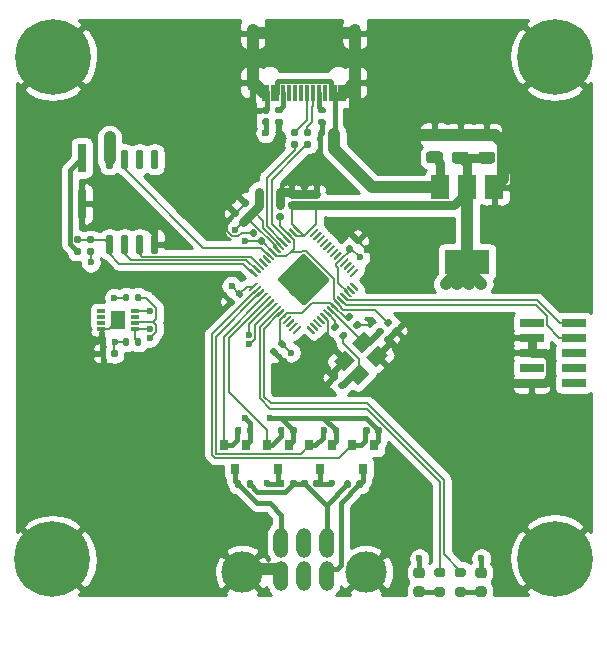
<source format=gbr>
%TF.GenerationSoftware,KiCad,Pcbnew,5.1.10*%
%TF.CreationDate,2021-06-16T23:26:04-06:00*%
%TF.ProjectId,cable-link,6361626c-652d-46c6-996e-6b2e6b696361,rev?*%
%TF.SameCoordinates,Original*%
%TF.FileFunction,Copper,L1,Top*%
%TF.FilePolarity,Positive*%
%FSLAX46Y46*%
G04 Gerber Fmt 4.6, Leading zero omitted, Abs format (unit mm)*
G04 Created by KiCad (PCBNEW 5.1.10) date 2021-06-16 23:26:04*
%MOMM*%
%LPD*%
G01*
G04 APERTURE LIST*
%TA.AperFunction,SMDPad,CuDef*%
%ADD10R,2.050000X0.760000*%
%TD*%
%TA.AperFunction,ComponentPad*%
%ADD11C,0.800000*%
%TD*%
%TA.AperFunction,ComponentPad*%
%ADD12C,6.400000*%
%TD*%
%TA.AperFunction,SMDPad,CuDef*%
%ADD13R,0.740000X2.400000*%
%TD*%
%TA.AperFunction,ComponentPad*%
%ADD14O,1.270000X2.540000*%
%TD*%
%TA.AperFunction,ComponentPad*%
%ADD15C,3.500000*%
%TD*%
%TA.AperFunction,SMDPad,CuDef*%
%ADD16R,0.800000X0.900000*%
%TD*%
%TA.AperFunction,SMDPad,CuDef*%
%ADD17R,3.800000X2.000000*%
%TD*%
%TA.AperFunction,SMDPad,CuDef*%
%ADD18R,1.500000X2.000000*%
%TD*%
%TA.AperFunction,ComponentPad*%
%ADD19C,0.600000*%
%TD*%
%TA.AperFunction,SMDPad,CuDef*%
%ADD20R,0.750000X0.300000*%
%TD*%
%TA.AperFunction,SMDPad,CuDef*%
%ADD21R,1.300000X1.500000*%
%TD*%
%TA.AperFunction,SMDPad,CuDef*%
%ADD22C,0.100000*%
%TD*%
%TA.AperFunction,SMDPad,CuDef*%
%ADD23R,0.300000X1.450000*%
%TD*%
%TA.AperFunction,ViaPad*%
%ADD24C,0.600000*%
%TD*%
%TA.AperFunction,Conductor*%
%ADD25C,0.400000*%
%TD*%
%TA.AperFunction,Conductor*%
%ADD26C,1.000000*%
%TD*%
%TA.AperFunction,Conductor*%
%ADD27C,0.150000*%
%TD*%
%TA.AperFunction,Conductor*%
%ADD28C,0.200000*%
%TD*%
%TA.AperFunction,Conductor*%
%ADD29C,0.800000*%
%TD*%
%TA.AperFunction,Conductor*%
%ADD30C,0.600000*%
%TD*%
%TA.AperFunction,Conductor*%
%ADD31C,0.254000*%
%TD*%
%TA.AperFunction,Conductor*%
%ADD32C,0.100000*%
%TD*%
G04 APERTURE END LIST*
D10*
%TO.P,J4,10*%
%TO.N,N/C*%
X67855000Y-51365000D03*
%TO.P,J4,9*%
%TO.N,GND*%
X64295000Y-51365000D03*
%TO.P,J4,8*%
%TO.N,N/C*%
X67855000Y-50095000D03*
%TO.P,J4,7*%
X64295000Y-50095000D03*
%TO.P,J4,6*%
X67855000Y-48825000D03*
%TO.P,J4,5*%
%TO.N,GND*%
X64295000Y-48825000D03*
%TO.P,J4,4*%
%TO.N,/SWCLK*%
X67855000Y-47555000D03*
%TO.P,J4,3*%
%TO.N,GND*%
X64295000Y-47555000D03*
%TO.P,J4,2*%
%TO.N,/SWD*%
X67855000Y-46285000D03*
%TO.P,J4,1*%
%TO.N,N/C*%
X64295000Y-46285000D03*
%TD*%
%TO.P,C9,2*%
%TO.N,GND*%
%TA.AperFunction,SMDPad,CuDef*%
G36*
G01*
X58725000Y-30900000D02*
X57775000Y-30900000D01*
G75*
G02*
X57525000Y-30650000I0J250000D01*
G01*
X57525000Y-30150000D01*
G75*
G02*
X57775000Y-29900000I250000J0D01*
G01*
X58725000Y-29900000D01*
G75*
G02*
X58975000Y-30150000I0J-250000D01*
G01*
X58975000Y-30650000D01*
G75*
G02*
X58725000Y-30900000I-250000J0D01*
G01*
G37*
%TD.AperFunction*%
%TO.P,C9,1*%
%TO.N,+3V3*%
%TA.AperFunction,SMDPad,CuDef*%
G36*
G01*
X58725000Y-32800000D02*
X57775000Y-32800000D01*
G75*
G02*
X57525000Y-32550000I0J250000D01*
G01*
X57525000Y-32050000D01*
G75*
G02*
X57775000Y-31800000I250000J0D01*
G01*
X58725000Y-31800000D01*
G75*
G02*
X58975000Y-32050000I0J-250000D01*
G01*
X58975000Y-32550000D01*
G75*
G02*
X58725000Y-32800000I-250000J0D01*
G01*
G37*
%TD.AperFunction*%
%TD*%
%TO.P,C5,2*%
%TO.N,GND*%
%TA.AperFunction,SMDPad,CuDef*%
G36*
G01*
X56550000Y-30875000D02*
X55600000Y-30875000D01*
G75*
G02*
X55350000Y-30625000I0J250000D01*
G01*
X55350000Y-30125000D01*
G75*
G02*
X55600000Y-29875000I250000J0D01*
G01*
X56550000Y-29875000D01*
G75*
G02*
X56800000Y-30125000I0J-250000D01*
G01*
X56800000Y-30625000D01*
G75*
G02*
X56550000Y-30875000I-250000J0D01*
G01*
G37*
%TD.AperFunction*%
%TO.P,C5,1*%
%TO.N,/VBUS*%
%TA.AperFunction,SMDPad,CuDef*%
G36*
G01*
X56550000Y-32775000D02*
X55600000Y-32775000D01*
G75*
G02*
X55350000Y-32525000I0J250000D01*
G01*
X55350000Y-32025000D01*
G75*
G02*
X55600000Y-31775000I250000J0D01*
G01*
X56550000Y-31775000D01*
G75*
G02*
X56800000Y-32025000I0J-250000D01*
G01*
X56800000Y-32525000D01*
G75*
G02*
X56550000Y-32775000I-250000J0D01*
G01*
G37*
%TD.AperFunction*%
%TD*%
D11*
%TO.P,H4,1*%
%TO.N,GND*%
X25394112Y-64605888D03*
X23697056Y-63902944D03*
X22000000Y-64605888D03*
X21297056Y-66302944D03*
X22000000Y-68000000D03*
X23697056Y-68702944D03*
X25394112Y-68000000D03*
X26097056Y-66302944D03*
D12*
X23697056Y-66302944D03*
%TD*%
D11*
%TO.P,H3,1*%
%TO.N,GND*%
X67947056Y-64552944D03*
X66250000Y-63850000D03*
X64552944Y-64552944D03*
X63850000Y-66250000D03*
X64552944Y-67947056D03*
X66250000Y-68650000D03*
X67947056Y-67947056D03*
X68650000Y-66250000D03*
D12*
X66250000Y-66250000D03*
%TD*%
D11*
%TO.P,H2,1*%
%TO.N,GND*%
X67947056Y-22052944D03*
X66250000Y-21350000D03*
X64552944Y-22052944D03*
X63850000Y-23750000D03*
X64552944Y-25447056D03*
X66250000Y-26150000D03*
X67947056Y-25447056D03*
X68650000Y-23750000D03*
D12*
X66250000Y-23750000D03*
%TD*%
D11*
%TO.P,H1,1*%
%TO.N,GND*%
X25447056Y-22052944D03*
X23750000Y-21350000D03*
X22052944Y-22052944D03*
X21350000Y-23750000D03*
X22052944Y-25447056D03*
X23750000Y-26150000D03*
X25447056Y-25447056D03*
X26150000Y-23750000D03*
D12*
X23750000Y-23750000D03*
%TD*%
%TO.P,C2,1*%
%TO.N,Net-(C2-Pad1)*%
%TA.AperFunction,SMDPad,CuDef*%
G36*
G01*
X48542355Y-51654630D02*
X48301939Y-51895046D01*
G75*
G02*
X48103949Y-51895046I-98995J98995D01*
G01*
X47905959Y-51697056D01*
G75*
G02*
X47905959Y-51499066I98995J98995D01*
G01*
X48146375Y-51258650D01*
G75*
G02*
X48344365Y-51258650I98995J-98995D01*
G01*
X48542355Y-51456640D01*
G75*
G02*
X48542355Y-51654630I-98995J-98995D01*
G01*
G37*
%TD.AperFunction*%
%TO.P,C2,2*%
%TO.N,GND*%
%TA.AperFunction,SMDPad,CuDef*%
G36*
G01*
X47863533Y-50975808D02*
X47623117Y-51216224D01*
G75*
G02*
X47425127Y-51216224I-98995J98995D01*
G01*
X47227137Y-51018234D01*
G75*
G02*
X47227137Y-50820244I98995J98995D01*
G01*
X47467553Y-50579828D01*
G75*
G02*
X47665543Y-50579828I98995J-98995D01*
G01*
X47863533Y-50777818D01*
G75*
G02*
X47863533Y-50975808I-98995J-98995D01*
G01*
G37*
%TD.AperFunction*%
%TD*%
%TO.P,C3,1*%
%TO.N,+1V1*%
%TA.AperFunction,SMDPad,CuDef*%
G36*
G01*
X41732609Y-39417193D02*
X41492193Y-39657609D01*
G75*
G02*
X41294203Y-39657609I-98995J98995D01*
G01*
X41096213Y-39459619D01*
G75*
G02*
X41096213Y-39261629I98995J98995D01*
G01*
X41336629Y-39021213D01*
G75*
G02*
X41534619Y-39021213I98995J-98995D01*
G01*
X41732609Y-39219203D01*
G75*
G02*
X41732609Y-39417193I-98995J-98995D01*
G01*
G37*
%TD.AperFunction*%
%TO.P,C3,2*%
%TO.N,GND*%
%TA.AperFunction,SMDPad,CuDef*%
G36*
G01*
X41053787Y-38738371D02*
X40813371Y-38978787D01*
G75*
G02*
X40615381Y-38978787I-98995J98995D01*
G01*
X40417391Y-38780797D01*
G75*
G02*
X40417391Y-38582807I98995J98995D01*
G01*
X40657807Y-38342391D01*
G75*
G02*
X40855797Y-38342391I98995J-98995D01*
G01*
X41053787Y-38540381D01*
G75*
G02*
X41053787Y-38738371I-98995J-98995D01*
G01*
G37*
%TD.AperFunction*%
%TD*%
%TO.P,C4,2*%
%TO.N,GND*%
%TA.AperFunction,SMDPad,CuDef*%
G36*
G01*
X52496213Y-46886629D02*
X52736629Y-46646213D01*
G75*
G02*
X52934619Y-46646213I98995J-98995D01*
G01*
X53132609Y-46844203D01*
G75*
G02*
X53132609Y-47042193I-98995J-98995D01*
G01*
X52892193Y-47282609D01*
G75*
G02*
X52694203Y-47282609I-98995J98995D01*
G01*
X52496213Y-47084619D01*
G75*
G02*
X52496213Y-46886629I98995J98995D01*
G01*
G37*
%TD.AperFunction*%
%TO.P,C4,1*%
%TO.N,+1V1*%
%TA.AperFunction,SMDPad,CuDef*%
G36*
G01*
X51817391Y-46207807D02*
X52057807Y-45967391D01*
G75*
G02*
X52255797Y-45967391I98995J-98995D01*
G01*
X52453787Y-46165381D01*
G75*
G02*
X52453787Y-46363371I-98995J-98995D01*
G01*
X52213371Y-46603787D01*
G75*
G02*
X52015381Y-46603787I-98995J98995D01*
G01*
X51817391Y-46405797D01*
G75*
G02*
X51817391Y-46207807I98995J98995D01*
G01*
G37*
%TD.AperFunction*%
%TD*%
%TO.P,C6,2*%
%TO.N,+1V1*%
%TA.AperFunction,SMDPad,CuDef*%
G36*
G01*
X42805000Y-37025000D02*
X43145000Y-37025000D01*
G75*
G02*
X43285000Y-37165000I0J-140000D01*
G01*
X43285000Y-37445000D01*
G75*
G02*
X43145000Y-37585000I-140000J0D01*
G01*
X42805000Y-37585000D01*
G75*
G02*
X42665000Y-37445000I0J140000D01*
G01*
X42665000Y-37165000D01*
G75*
G02*
X42805000Y-37025000I140000J0D01*
G01*
G37*
%TD.AperFunction*%
%TO.P,C6,1*%
%TO.N,GND*%
%TA.AperFunction,SMDPad,CuDef*%
G36*
G01*
X42805000Y-36065000D02*
X43145000Y-36065000D01*
G75*
G02*
X43285000Y-36205000I0J-140000D01*
G01*
X43285000Y-36485000D01*
G75*
G02*
X43145000Y-36625000I-140000J0D01*
G01*
X42805000Y-36625000D01*
G75*
G02*
X42665000Y-36485000I0J140000D01*
G01*
X42665000Y-36205000D01*
G75*
G02*
X42805000Y-36065000I140000J0D01*
G01*
G37*
%TD.AperFunction*%
%TD*%
%TO.P,C7,1*%
%TO.N,GND*%
%TA.AperFunction,SMDPad,CuDef*%
G36*
G01*
X43805000Y-35090000D02*
X44145000Y-35090000D01*
G75*
G02*
X44285000Y-35230000I0J-140000D01*
G01*
X44285000Y-35510000D01*
G75*
G02*
X44145000Y-35650000I-140000J0D01*
G01*
X43805000Y-35650000D01*
G75*
G02*
X43665000Y-35510000I0J140000D01*
G01*
X43665000Y-35230000D01*
G75*
G02*
X43805000Y-35090000I140000J0D01*
G01*
G37*
%TD.AperFunction*%
%TO.P,C7,2*%
%TO.N,+3V3*%
%TA.AperFunction,SMDPad,CuDef*%
G36*
G01*
X43805000Y-36050000D02*
X44145000Y-36050000D01*
G75*
G02*
X44285000Y-36190000I0J-140000D01*
G01*
X44285000Y-36470000D01*
G75*
G02*
X44145000Y-36610000I-140000J0D01*
G01*
X43805000Y-36610000D01*
G75*
G02*
X43665000Y-36470000I0J140000D01*
G01*
X43665000Y-36190000D01*
G75*
G02*
X43805000Y-36050000I140000J0D01*
G01*
G37*
%TD.AperFunction*%
%TD*%
%TO.P,C8,2*%
%TO.N,GND*%
%TA.AperFunction,SMDPad,CuDef*%
G36*
G01*
X39503787Y-37113371D02*
X39263371Y-37353787D01*
G75*
G02*
X39065381Y-37353787I-98995J98995D01*
G01*
X38867391Y-37155797D01*
G75*
G02*
X38867391Y-36957807I98995J98995D01*
G01*
X39107807Y-36717391D01*
G75*
G02*
X39305797Y-36717391I98995J-98995D01*
G01*
X39503787Y-36915381D01*
G75*
G02*
X39503787Y-37113371I-98995J-98995D01*
G01*
G37*
%TD.AperFunction*%
%TO.P,C8,1*%
%TO.N,+3V3*%
%TA.AperFunction,SMDPad,CuDef*%
G36*
G01*
X40182609Y-37792193D02*
X39942193Y-38032609D01*
G75*
G02*
X39744203Y-38032609I-98995J98995D01*
G01*
X39546213Y-37834619D01*
G75*
G02*
X39546213Y-37636629I98995J98995D01*
G01*
X39786629Y-37396213D01*
G75*
G02*
X39984619Y-37396213I98995J-98995D01*
G01*
X40182609Y-37594203D01*
G75*
G02*
X40182609Y-37792193I-98995J-98995D01*
G01*
G37*
%TD.AperFunction*%
%TD*%
%TO.P,C10,1*%
%TO.N,+3V3*%
%TA.AperFunction,SMDPad,CuDef*%
G36*
G01*
X46220000Y-36610000D02*
X45880000Y-36610000D01*
G75*
G02*
X45740000Y-36470000I0J140000D01*
G01*
X45740000Y-36190000D01*
G75*
G02*
X45880000Y-36050000I140000J0D01*
G01*
X46220000Y-36050000D01*
G75*
G02*
X46360000Y-36190000I0J-140000D01*
G01*
X46360000Y-36470000D01*
G75*
G02*
X46220000Y-36610000I-140000J0D01*
G01*
G37*
%TD.AperFunction*%
%TO.P,C10,2*%
%TO.N,GND*%
%TA.AperFunction,SMDPad,CuDef*%
G36*
G01*
X46220000Y-35650000D02*
X45880000Y-35650000D01*
G75*
G02*
X45740000Y-35510000I0J140000D01*
G01*
X45740000Y-35230000D01*
G75*
G02*
X45880000Y-35090000I140000J0D01*
G01*
X46220000Y-35090000D01*
G75*
G02*
X46360000Y-35230000I0J-140000D01*
G01*
X46360000Y-35510000D01*
G75*
G02*
X46220000Y-35650000I-140000J0D01*
G01*
G37*
%TD.AperFunction*%
%TD*%
%TO.P,C11,1*%
%TO.N,+3V3*%
%TA.AperFunction,SMDPad,CuDef*%
G36*
G01*
X60950000Y-32800000D02*
X60000000Y-32800000D01*
G75*
G02*
X59750000Y-32550000I0J250000D01*
G01*
X59750000Y-32050000D01*
G75*
G02*
X60000000Y-31800000I250000J0D01*
G01*
X60950000Y-31800000D01*
G75*
G02*
X61200000Y-32050000I0J-250000D01*
G01*
X61200000Y-32550000D01*
G75*
G02*
X60950000Y-32800000I-250000J0D01*
G01*
G37*
%TD.AperFunction*%
%TO.P,C11,2*%
%TO.N,GND*%
%TA.AperFunction,SMDPad,CuDef*%
G36*
G01*
X60950000Y-30900000D02*
X60000000Y-30900000D01*
G75*
G02*
X59750000Y-30650000I0J250000D01*
G01*
X59750000Y-30150000D01*
G75*
G02*
X60000000Y-29900000I250000J0D01*
G01*
X60950000Y-29900000D01*
G75*
G02*
X61200000Y-30150000I0J-250000D01*
G01*
X61200000Y-30650000D01*
G75*
G02*
X60950000Y-30900000I-250000J0D01*
G01*
G37*
%TD.AperFunction*%
%TD*%
%TO.P,C12,2*%
%TO.N,GND*%
%TA.AperFunction,SMDPad,CuDef*%
G36*
G01*
X49475485Y-39653913D02*
X49235069Y-39413497D01*
G75*
G02*
X49235069Y-39215507I98995J98995D01*
G01*
X49433059Y-39017517D01*
G75*
G02*
X49631049Y-39017517I98995J-98995D01*
G01*
X49871465Y-39257933D01*
G75*
G02*
X49871465Y-39455923I-98995J-98995D01*
G01*
X49673475Y-39653913D01*
G75*
G02*
X49475485Y-39653913I-98995J98995D01*
G01*
G37*
%TD.AperFunction*%
%TO.P,C12,1*%
%TO.N,+3V3*%
%TA.AperFunction,SMDPad,CuDef*%
G36*
G01*
X48796663Y-40332735D02*
X48556247Y-40092319D01*
G75*
G02*
X48556247Y-39894329I98995J98995D01*
G01*
X48754237Y-39696339D01*
G75*
G02*
X48952227Y-39696339I98995J-98995D01*
G01*
X49192643Y-39936755D01*
G75*
G02*
X49192643Y-40134745I-98995J-98995D01*
G01*
X48994653Y-40332735D01*
G75*
G02*
X48796663Y-40332735I-98995J98995D01*
G01*
G37*
%TD.AperFunction*%
%TD*%
%TO.P,C13,1*%
%TO.N,+3V3*%
%TA.AperFunction,SMDPad,CuDef*%
G36*
G01*
X48492391Y-45707807D02*
X48732807Y-45467391D01*
G75*
G02*
X48930797Y-45467391I98995J-98995D01*
G01*
X49128787Y-45665381D01*
G75*
G02*
X49128787Y-45863371I-98995J-98995D01*
G01*
X48888371Y-46103787D01*
G75*
G02*
X48690381Y-46103787I-98995J98995D01*
G01*
X48492391Y-45905797D01*
G75*
G02*
X48492391Y-45707807I98995J98995D01*
G01*
G37*
%TD.AperFunction*%
%TO.P,C13,2*%
%TO.N,GND*%
%TA.AperFunction,SMDPad,CuDef*%
G36*
G01*
X49171213Y-46386629D02*
X49411629Y-46146213D01*
G75*
G02*
X49609619Y-46146213I98995J-98995D01*
G01*
X49807609Y-46344203D01*
G75*
G02*
X49807609Y-46542193I-98995J-98995D01*
G01*
X49567193Y-46782609D01*
G75*
G02*
X49369203Y-46782609I-98995J98995D01*
G01*
X49171213Y-46584619D01*
G75*
G02*
X49171213Y-46386629I98995J98995D01*
G01*
G37*
%TD.AperFunction*%
%TD*%
%TO.P,C14,2*%
%TO.N,GND*%
%TA.AperFunction,SMDPad,CuDef*%
G36*
G01*
X42563371Y-48421213D02*
X42803787Y-48661629D01*
G75*
G02*
X42803787Y-48859619I-98995J-98995D01*
G01*
X42605797Y-49057609D01*
G75*
G02*
X42407807Y-49057609I-98995J98995D01*
G01*
X42167391Y-48817193D01*
G75*
G02*
X42167391Y-48619203I98995J98995D01*
G01*
X42365381Y-48421213D01*
G75*
G02*
X42563371Y-48421213I98995J-98995D01*
G01*
G37*
%TD.AperFunction*%
%TO.P,C14,1*%
%TO.N,+3V3*%
%TA.AperFunction,SMDPad,CuDef*%
G36*
G01*
X43242193Y-47742391D02*
X43482609Y-47982807D01*
G75*
G02*
X43482609Y-48180797I-98995J-98995D01*
G01*
X43284619Y-48378787D01*
G75*
G02*
X43086629Y-48378787I-98995J98995D01*
G01*
X42846213Y-48138371D01*
G75*
G02*
X42846213Y-47940381I98995J98995D01*
G01*
X43044203Y-47742391D01*
G75*
G02*
X43242193Y-47742391I98995J-98995D01*
G01*
G37*
%TD.AperFunction*%
%TD*%
%TO.P,C15,1*%
%TO.N,+3V3*%
%TA.AperFunction,SMDPad,CuDef*%
G36*
G01*
X39625488Y-43507645D02*
X39865904Y-43748061D01*
G75*
G02*
X39865904Y-43946051I-98995J-98995D01*
G01*
X39667914Y-44144041D01*
G75*
G02*
X39469924Y-44144041I-98995J98995D01*
G01*
X39229508Y-43903625D01*
G75*
G02*
X39229508Y-43705635I98995J98995D01*
G01*
X39427498Y-43507645D01*
G75*
G02*
X39625488Y-43507645I98995J-98995D01*
G01*
G37*
%TD.AperFunction*%
%TO.P,C15,2*%
%TO.N,GND*%
%TA.AperFunction,SMDPad,CuDef*%
G36*
G01*
X38946666Y-44186467D02*
X39187082Y-44426883D01*
G75*
G02*
X39187082Y-44624873I-98995J-98995D01*
G01*
X38989092Y-44822863D01*
G75*
G02*
X38791102Y-44822863I-98995J98995D01*
G01*
X38550686Y-44582447D01*
G75*
G02*
X38550686Y-44384457I98995J98995D01*
G01*
X38748676Y-44186467D01*
G75*
G02*
X38946666Y-44186467I98995J-98995D01*
G01*
G37*
%TD.AperFunction*%
%TD*%
%TO.P,C16,2*%
%TO.N,GND*%
%TA.AperFunction,SMDPad,CuDef*%
G36*
G01*
X40378787Y-36238371D02*
X40138371Y-36478787D01*
G75*
G02*
X39940381Y-36478787I-98995J98995D01*
G01*
X39742391Y-36280797D01*
G75*
G02*
X39742391Y-36082807I98995J98995D01*
G01*
X39982807Y-35842391D01*
G75*
G02*
X40180797Y-35842391I98995J-98995D01*
G01*
X40378787Y-36040381D01*
G75*
G02*
X40378787Y-36238371I-98995J-98995D01*
G01*
G37*
%TD.AperFunction*%
%TO.P,C16,1*%
%TO.N,+3V3*%
%TA.AperFunction,SMDPad,CuDef*%
G36*
G01*
X41057609Y-36917193D02*
X40817193Y-37157609D01*
G75*
G02*
X40619203Y-37157609I-98995J98995D01*
G01*
X40421213Y-36959619D01*
G75*
G02*
X40421213Y-36761629I98995J98995D01*
G01*
X40661629Y-36521213D01*
G75*
G02*
X40859619Y-36521213I98995J-98995D01*
G01*
X41057609Y-36719203D01*
G75*
G02*
X41057609Y-36917193I-98995J-98995D01*
G01*
G37*
%TD.AperFunction*%
%TD*%
%TO.P,C17,1*%
%TO.N,+3V3*%
%TA.AperFunction,SMDPad,CuDef*%
G36*
G01*
X29235000Y-48705000D02*
X29235000Y-49045000D01*
G75*
G02*
X29095000Y-49185000I-140000J0D01*
G01*
X28815000Y-49185000D01*
G75*
G02*
X28675000Y-49045000I0J140000D01*
G01*
X28675000Y-48705000D01*
G75*
G02*
X28815000Y-48565000I140000J0D01*
G01*
X29095000Y-48565000D01*
G75*
G02*
X29235000Y-48705000I0J-140000D01*
G01*
G37*
%TD.AperFunction*%
%TO.P,C17,2*%
%TO.N,GND*%
%TA.AperFunction,SMDPad,CuDef*%
G36*
G01*
X28275000Y-48705000D02*
X28275000Y-49045000D01*
G75*
G02*
X28135000Y-49185000I-140000J0D01*
G01*
X27855000Y-49185000D01*
G75*
G02*
X27715000Y-49045000I0J140000D01*
G01*
X27715000Y-48705000D01*
G75*
G02*
X27855000Y-48565000I140000J0D01*
G01*
X28135000Y-48565000D01*
G75*
G02*
X28275000Y-48705000I0J-140000D01*
G01*
G37*
%TD.AperFunction*%
%TD*%
%TO.P,C18,1*%
%TO.N,+3V3*%
%TA.AperFunction,SMDPad,CuDef*%
G36*
G01*
X41945000Y-29535000D02*
X41605000Y-29535000D01*
G75*
G02*
X41465000Y-29395000I0J140000D01*
G01*
X41465000Y-29115000D01*
G75*
G02*
X41605000Y-28975000I140000J0D01*
G01*
X41945000Y-28975000D01*
G75*
G02*
X42085000Y-29115000I0J-140000D01*
G01*
X42085000Y-29395000D01*
G75*
G02*
X41945000Y-29535000I-140000J0D01*
G01*
G37*
%TD.AperFunction*%
%TO.P,C18,2*%
%TO.N,GND*%
%TA.AperFunction,SMDPad,CuDef*%
G36*
G01*
X41945000Y-28575000D02*
X41605000Y-28575000D01*
G75*
G02*
X41465000Y-28435000I0J140000D01*
G01*
X41465000Y-28155000D01*
G75*
G02*
X41605000Y-28015000I140000J0D01*
G01*
X41945000Y-28015000D01*
G75*
G02*
X42085000Y-28155000I0J-140000D01*
G01*
X42085000Y-28435000D01*
G75*
G02*
X41945000Y-28575000I-140000J0D01*
G01*
G37*
%TD.AperFunction*%
%TD*%
%TO.P,D1,1*%
%TO.N,Net-(D1-Pad1)*%
%TA.AperFunction,SMDPad,CuDef*%
G36*
G01*
X60256250Y-69475000D02*
X59743750Y-69475000D01*
G75*
G02*
X59525000Y-69256250I0J218750D01*
G01*
X59525000Y-68818750D01*
G75*
G02*
X59743750Y-68600000I218750J0D01*
G01*
X60256250Y-68600000D01*
G75*
G02*
X60475000Y-68818750I0J-218750D01*
G01*
X60475000Y-69256250D01*
G75*
G02*
X60256250Y-69475000I-218750J0D01*
G01*
G37*
%TD.AperFunction*%
%TO.P,D1,2*%
%TO.N,+3V3*%
%TA.AperFunction,SMDPad,CuDef*%
G36*
G01*
X60256250Y-67900000D02*
X59743750Y-67900000D01*
G75*
G02*
X59525000Y-67681250I0J218750D01*
G01*
X59525000Y-67243750D01*
G75*
G02*
X59743750Y-67025000I218750J0D01*
G01*
X60256250Y-67025000D01*
G75*
G02*
X60475000Y-67243750I0J-218750D01*
G01*
X60475000Y-67681250D01*
G75*
G02*
X60256250Y-67900000I-218750J0D01*
G01*
G37*
%TD.AperFunction*%
%TD*%
%TO.P,D2,2*%
%TO.N,+3V3*%
%TA.AperFunction,SMDPad,CuDef*%
G36*
G01*
X55006250Y-67900000D02*
X54493750Y-67900000D01*
G75*
G02*
X54275000Y-67681250I0J218750D01*
G01*
X54275000Y-67243750D01*
G75*
G02*
X54493750Y-67025000I218750J0D01*
G01*
X55006250Y-67025000D01*
G75*
G02*
X55225000Y-67243750I0J-218750D01*
G01*
X55225000Y-67681250D01*
G75*
G02*
X55006250Y-67900000I-218750J0D01*
G01*
G37*
%TD.AperFunction*%
%TO.P,D2,1*%
%TO.N,Net-(D2-Pad1)*%
%TA.AperFunction,SMDPad,CuDef*%
G36*
G01*
X55006250Y-69475000D02*
X54493750Y-69475000D01*
G75*
G02*
X54275000Y-69256250I0J218750D01*
G01*
X54275000Y-68818750D01*
G75*
G02*
X54493750Y-68600000I218750J0D01*
G01*
X55006250Y-68600000D01*
G75*
G02*
X55225000Y-68818750I0J-218750D01*
G01*
X55225000Y-69256250D01*
G75*
G02*
X55006250Y-69475000I-218750J0D01*
G01*
G37*
%TD.AperFunction*%
%TD*%
D13*
%TO.P,J2,1*%
%TO.N,GND*%
X26200000Y-36225000D03*
%TO.P,J2,2*%
%TO.N,/~USB_BOOT*%
X26200000Y-32325000D03*
%TD*%
D14*
%TO.P,J3,1*%
%TO.N,+5V*%
X46930000Y-64890000D03*
%TO.P,J3,3*%
%TO.N,/GB_SI*%
X45000000Y-64890000D03*
%TO.P,J3,5*%
%TO.N,/GB_SC*%
X43070000Y-64890000D03*
%TO.P,J3,2*%
%TO.N,/GB_SO*%
X46930000Y-67700000D03*
%TO.P,J3,4*%
%TO.N,/GB_SD*%
X45000000Y-67700000D03*
%TO.P,J3,6*%
%TO.N,GND*%
X43070000Y-67700000D03*
D15*
%TO.P,J3,8*%
X50250000Y-67395000D03*
%TO.P,J3,7*%
X39780000Y-67395000D03*
%TD*%
D16*
%TO.P,Q1,3*%
%TO.N,/GB_SI*%
X42800000Y-58650000D03*
%TO.P,Q1,2*%
%TO.N,/SPI0_TX*%
X41850000Y-56650000D03*
%TO.P,Q1,1*%
%TO.N,+3V3*%
X43750000Y-56650000D03*
%TD*%
%TO.P,Q2,3*%
%TO.N,/GB_SC*%
X39150000Y-58650001D03*
%TO.P,Q2,2*%
%TO.N,/SPI0_SCK*%
X38200000Y-56650001D03*
%TO.P,Q2,1*%
%TO.N,+3V3*%
X40100000Y-56650001D03*
%TD*%
%TO.P,Q3,1*%
%TO.N,+3V3*%
X50950000Y-56650000D03*
%TO.P,Q3,2*%
%TO.N,/SPI0_RX*%
X49050000Y-56650000D03*
%TO.P,Q3,3*%
%TO.N,/GB_SO*%
X50000000Y-58650000D03*
%TD*%
%TO.P,Q4,1*%
%TO.N,+3V3*%
X47350000Y-56650001D03*
%TO.P,Q4,2*%
%TO.N,/SPI0_CSN*%
X45450000Y-56650001D03*
%TO.P,Q4,3*%
%TO.N,/GB_SD*%
X46400000Y-58650001D03*
%TD*%
%TO.P,R1,1*%
%TO.N,/XIN*%
%TA.AperFunction,SMDPad,CuDef*%
G36*
G01*
X47294063Y-46572953D02*
X47555692Y-46311324D01*
G75*
G02*
X47746610Y-46311324I95459J-95459D01*
G01*
X47937529Y-46502243D01*
G75*
G02*
X47937529Y-46693161I-95459J-95459D01*
G01*
X47675900Y-46954790D01*
G75*
G02*
X47484982Y-46954790I-95459J95459D01*
G01*
X47294063Y-46763871D01*
G75*
G02*
X47294063Y-46572953I95459J95459D01*
G01*
G37*
%TD.AperFunction*%
%TO.P,R1,2*%
%TO.N,Net-(C2-Pad1)*%
%TA.AperFunction,SMDPad,CuDef*%
G36*
G01*
X48015311Y-47294201D02*
X48276940Y-47032572D01*
G75*
G02*
X48467858Y-47032572I95459J-95459D01*
G01*
X48658777Y-47223491D01*
G75*
G02*
X48658777Y-47414409I-95459J-95459D01*
G01*
X48397148Y-47676038D01*
G75*
G02*
X48206230Y-47676038I-95459J95459D01*
G01*
X48015311Y-47485119D01*
G75*
G02*
X48015311Y-47294201I95459J95459D01*
G01*
G37*
%TD.AperFunction*%
%TD*%
%TO.P,R2,2*%
%TO.N,GND*%
%TA.AperFunction,SMDPad,CuDef*%
G36*
G01*
X42690000Y-29015000D02*
X43060000Y-29015000D01*
G75*
G02*
X43195000Y-29150000I0J-135000D01*
G01*
X43195000Y-29420000D01*
G75*
G02*
X43060000Y-29555000I-135000J0D01*
G01*
X42690000Y-29555000D01*
G75*
G02*
X42555000Y-29420000I0J135000D01*
G01*
X42555000Y-29150000D01*
G75*
G02*
X42690000Y-29015000I135000J0D01*
G01*
G37*
%TD.AperFunction*%
%TO.P,R2,1*%
%TO.N,Net-(J1-PadB5)*%
%TA.AperFunction,SMDPad,CuDef*%
G36*
G01*
X42690000Y-27995000D02*
X43060000Y-27995000D01*
G75*
G02*
X43195000Y-28130000I0J-135000D01*
G01*
X43195000Y-28400000D01*
G75*
G02*
X43060000Y-28535000I-135000J0D01*
G01*
X42690000Y-28535000D01*
G75*
G02*
X42555000Y-28400000I0J135000D01*
G01*
X42555000Y-28130000D01*
G75*
G02*
X42690000Y-27995000I135000J0D01*
G01*
G37*
%TD.AperFunction*%
%TD*%
%TO.P,R3,2*%
%TO.N,Net-(J1-PadA5)*%
%TA.AperFunction,SMDPad,CuDef*%
G36*
G01*
X46705000Y-28560000D02*
X46335000Y-28560000D01*
G75*
G02*
X46200000Y-28425000I0J135000D01*
G01*
X46200000Y-28155000D01*
G75*
G02*
X46335000Y-28020000I135000J0D01*
G01*
X46705000Y-28020000D01*
G75*
G02*
X46840000Y-28155000I0J-135000D01*
G01*
X46840000Y-28425000D01*
G75*
G02*
X46705000Y-28560000I-135000J0D01*
G01*
G37*
%TD.AperFunction*%
%TO.P,R3,1*%
%TO.N,GND*%
%TA.AperFunction,SMDPad,CuDef*%
G36*
G01*
X46705000Y-29580000D02*
X46335000Y-29580000D01*
G75*
G02*
X46200000Y-29445000I0J135000D01*
G01*
X46200000Y-29175000D01*
G75*
G02*
X46335000Y-29040000I135000J0D01*
G01*
X46705000Y-29040000D01*
G75*
G02*
X46840000Y-29175000I0J-135000D01*
G01*
X46840000Y-29445000D01*
G75*
G02*
X46705000Y-29580000I-135000J0D01*
G01*
G37*
%TD.AperFunction*%
%TD*%
%TO.P,R4,1*%
%TO.N,/LED0*%
%TA.AperFunction,SMDPad,CuDef*%
G36*
G01*
X57975000Y-67025000D02*
X58525000Y-67025000D01*
G75*
G02*
X58725000Y-67225000I0J-200000D01*
G01*
X58725000Y-67625000D01*
G75*
G02*
X58525000Y-67825000I-200000J0D01*
G01*
X57975000Y-67825000D01*
G75*
G02*
X57775000Y-67625000I0J200000D01*
G01*
X57775000Y-67225000D01*
G75*
G02*
X57975000Y-67025000I200000J0D01*
G01*
G37*
%TD.AperFunction*%
%TO.P,R4,2*%
%TO.N,Net-(D1-Pad1)*%
%TA.AperFunction,SMDPad,CuDef*%
G36*
G01*
X57975000Y-68675000D02*
X58525000Y-68675000D01*
G75*
G02*
X58725000Y-68875000I0J-200000D01*
G01*
X58725000Y-69275000D01*
G75*
G02*
X58525000Y-69475000I-200000J0D01*
G01*
X57975000Y-69475000D01*
G75*
G02*
X57775000Y-69275000I0J200000D01*
G01*
X57775000Y-68875000D01*
G75*
G02*
X57975000Y-68675000I200000J0D01*
G01*
G37*
%TD.AperFunction*%
%TD*%
%TO.P,R5,2*%
%TO.N,Net-(D2-Pad1)*%
%TA.AperFunction,SMDPad,CuDef*%
G36*
G01*
X56225000Y-68675000D02*
X56775000Y-68675000D01*
G75*
G02*
X56975000Y-68875000I0J-200000D01*
G01*
X56975000Y-69275000D01*
G75*
G02*
X56775000Y-69475000I-200000J0D01*
G01*
X56225000Y-69475000D01*
G75*
G02*
X56025000Y-69275000I0J200000D01*
G01*
X56025000Y-68875000D01*
G75*
G02*
X56225000Y-68675000I200000J0D01*
G01*
G37*
%TD.AperFunction*%
%TO.P,R5,1*%
%TO.N,/LED1*%
%TA.AperFunction,SMDPad,CuDef*%
G36*
G01*
X56225000Y-67025000D02*
X56775000Y-67025000D01*
G75*
G02*
X56975000Y-67225000I0J-200000D01*
G01*
X56975000Y-67625000D01*
G75*
G02*
X56775000Y-67825000I-200000J0D01*
G01*
X56225000Y-67825000D01*
G75*
G02*
X56025000Y-67625000I0J200000D01*
G01*
X56025000Y-67225000D01*
G75*
G02*
X56225000Y-67025000I200000J0D01*
G01*
G37*
%TD.AperFunction*%
%TD*%
%TO.P,R6,2*%
%TO.N,/MCU_USB_D+*%
%TA.AperFunction,SMDPad,CuDef*%
G36*
G01*
X44035000Y-30910000D02*
X44405000Y-30910000D01*
G75*
G02*
X44540000Y-31045000I0J-135000D01*
G01*
X44540000Y-31315000D01*
G75*
G02*
X44405000Y-31450000I-135000J0D01*
G01*
X44035000Y-31450000D01*
G75*
G02*
X43900000Y-31315000I0J135000D01*
G01*
X43900000Y-31045000D01*
G75*
G02*
X44035000Y-30910000I135000J0D01*
G01*
G37*
%TD.AperFunction*%
%TO.P,R6,1*%
%TO.N,/USB_D+*%
%TA.AperFunction,SMDPad,CuDef*%
G36*
G01*
X44035000Y-29890000D02*
X44405000Y-29890000D01*
G75*
G02*
X44540000Y-30025000I0J-135000D01*
G01*
X44540000Y-30295000D01*
G75*
G02*
X44405000Y-30430000I-135000J0D01*
G01*
X44035000Y-30430000D01*
G75*
G02*
X43900000Y-30295000I0J135000D01*
G01*
X43900000Y-30025000D01*
G75*
G02*
X44035000Y-29890000I135000J0D01*
G01*
G37*
%TD.AperFunction*%
%TD*%
%TO.P,R7,1*%
%TO.N,/USB_D-*%
%TA.AperFunction,SMDPad,CuDef*%
G36*
G01*
X45115000Y-29890000D02*
X45485000Y-29890000D01*
G75*
G02*
X45620000Y-30025000I0J-135000D01*
G01*
X45620000Y-30295000D01*
G75*
G02*
X45485000Y-30430000I-135000J0D01*
G01*
X45115000Y-30430000D01*
G75*
G02*
X44980000Y-30295000I0J135000D01*
G01*
X44980000Y-30025000D01*
G75*
G02*
X45115000Y-29890000I135000J0D01*
G01*
G37*
%TD.AperFunction*%
%TO.P,R7,2*%
%TO.N,/MCU_USB_D-*%
%TA.AperFunction,SMDPad,CuDef*%
G36*
G01*
X45115000Y-30910000D02*
X45485000Y-30910000D01*
G75*
G02*
X45620000Y-31045000I0J-135000D01*
G01*
X45620000Y-31315000D01*
G75*
G02*
X45485000Y-31450000I-135000J0D01*
G01*
X45115000Y-31450000D01*
G75*
G02*
X44980000Y-31315000I0J135000D01*
G01*
X44980000Y-31045000D01*
G75*
G02*
X45115000Y-30910000I135000J0D01*
G01*
G37*
%TD.AperFunction*%
%TD*%
%TO.P,R8,2*%
%TO.N,/~USB_BOOT*%
%TA.AperFunction,SMDPad,CuDef*%
G36*
G01*
X25665000Y-39990000D02*
X26035000Y-39990000D01*
G75*
G02*
X26170000Y-40125000I0J-135000D01*
G01*
X26170000Y-40395000D01*
G75*
G02*
X26035000Y-40530000I-135000J0D01*
G01*
X25665000Y-40530000D01*
G75*
G02*
X25530000Y-40395000I0J135000D01*
G01*
X25530000Y-40125000D01*
G75*
G02*
X25665000Y-39990000I135000J0D01*
G01*
G37*
%TD.AperFunction*%
%TO.P,R8,1*%
%TO.N,/QSPI_SS*%
%TA.AperFunction,SMDPad,CuDef*%
G36*
G01*
X25665000Y-38970000D02*
X26035000Y-38970000D01*
G75*
G02*
X26170000Y-39105000I0J-135000D01*
G01*
X26170000Y-39375000D01*
G75*
G02*
X26035000Y-39510000I-135000J0D01*
G01*
X25665000Y-39510000D01*
G75*
G02*
X25530000Y-39375000I0J135000D01*
G01*
X25530000Y-39105000D01*
G75*
G02*
X25665000Y-38970000I135000J0D01*
G01*
G37*
%TD.AperFunction*%
%TD*%
%TO.P,R9,1*%
%TO.N,+3V3*%
%TA.AperFunction,SMDPad,CuDef*%
G36*
G01*
X27135000Y-40530000D02*
X26765000Y-40530000D01*
G75*
G02*
X26630000Y-40395000I0J135000D01*
G01*
X26630000Y-40125000D01*
G75*
G02*
X26765000Y-39990000I135000J0D01*
G01*
X27135000Y-39990000D01*
G75*
G02*
X27270000Y-40125000I0J-135000D01*
G01*
X27270000Y-40395000D01*
G75*
G02*
X27135000Y-40530000I-135000J0D01*
G01*
G37*
%TD.AperFunction*%
%TO.P,R9,2*%
%TO.N,/QSPI_SS*%
%TA.AperFunction,SMDPad,CuDef*%
G36*
G01*
X27135000Y-39510000D02*
X26765000Y-39510000D01*
G75*
G02*
X26630000Y-39375000I0J135000D01*
G01*
X26630000Y-39105000D01*
G75*
G02*
X26765000Y-38970000I135000J0D01*
G01*
X27135000Y-38970000D01*
G75*
G02*
X27270000Y-39105000I0J-135000D01*
G01*
X27270000Y-39375000D01*
G75*
G02*
X27135000Y-39510000I-135000J0D01*
G01*
G37*
%TD.AperFunction*%
%TD*%
%TO.P,R10,1*%
%TO.N,+3V3*%
%TA.AperFunction,SMDPad,CuDef*%
G36*
G01*
X44380000Y-55214999D02*
X44380000Y-55584999D01*
G75*
G02*
X44245000Y-55719999I-135000J0D01*
G01*
X43975000Y-55719999D01*
G75*
G02*
X43840000Y-55584999I0J135000D01*
G01*
X43840000Y-55214999D01*
G75*
G02*
X43975000Y-55079999I135000J0D01*
G01*
X44245000Y-55079999D01*
G75*
G02*
X44380000Y-55214999I0J-135000D01*
G01*
G37*
%TD.AperFunction*%
%TO.P,R10,2*%
%TO.N,/SPI0_TX*%
%TA.AperFunction,SMDPad,CuDef*%
G36*
G01*
X43360000Y-55214999D02*
X43360000Y-55584999D01*
G75*
G02*
X43225000Y-55719999I-135000J0D01*
G01*
X42955000Y-55719999D01*
G75*
G02*
X42820000Y-55584999I0J135000D01*
G01*
X42820000Y-55214999D01*
G75*
G02*
X42955000Y-55079999I135000J0D01*
G01*
X43225000Y-55079999D01*
G75*
G02*
X43360000Y-55214999I0J-135000D01*
G01*
G37*
%TD.AperFunction*%
%TD*%
%TO.P,R11,2*%
%TO.N,/SPI0_SCK*%
%TA.AperFunction,SMDPad,CuDef*%
G36*
G01*
X39710000Y-55215000D02*
X39710000Y-55585000D01*
G75*
G02*
X39575000Y-55720000I-135000J0D01*
G01*
X39305000Y-55720000D01*
G75*
G02*
X39170000Y-55585000I0J135000D01*
G01*
X39170000Y-55215000D01*
G75*
G02*
X39305000Y-55080000I135000J0D01*
G01*
X39575000Y-55080000D01*
G75*
G02*
X39710000Y-55215000I0J-135000D01*
G01*
G37*
%TD.AperFunction*%
%TO.P,R11,1*%
%TO.N,+3V3*%
%TA.AperFunction,SMDPad,CuDef*%
G36*
G01*
X40730000Y-55215000D02*
X40730000Y-55585000D01*
G75*
G02*
X40595000Y-55720000I-135000J0D01*
G01*
X40325000Y-55720000D01*
G75*
G02*
X40190000Y-55585000I0J135000D01*
G01*
X40190000Y-55215000D01*
G75*
G02*
X40325000Y-55080000I135000J0D01*
G01*
X40595000Y-55080000D01*
G75*
G02*
X40730000Y-55215000I0J-135000D01*
G01*
G37*
%TD.AperFunction*%
%TD*%
%TO.P,R12,1*%
%TO.N,+5V*%
%TA.AperFunction,SMDPad,CuDef*%
G36*
G01*
X44380000Y-59715000D02*
X44380000Y-60085000D01*
G75*
G02*
X44245000Y-60220000I-135000J0D01*
G01*
X43975000Y-60220000D01*
G75*
G02*
X43840000Y-60085000I0J135000D01*
G01*
X43840000Y-59715000D01*
G75*
G02*
X43975000Y-59580000I135000J0D01*
G01*
X44245000Y-59580000D01*
G75*
G02*
X44380000Y-59715000I0J-135000D01*
G01*
G37*
%TD.AperFunction*%
%TO.P,R12,2*%
%TO.N,/GB_SI*%
%TA.AperFunction,SMDPad,CuDef*%
G36*
G01*
X43360000Y-59715000D02*
X43360000Y-60085000D01*
G75*
G02*
X43225000Y-60220000I-135000J0D01*
G01*
X42955000Y-60220000D01*
G75*
G02*
X42820000Y-60085000I0J135000D01*
G01*
X42820000Y-59715000D01*
G75*
G02*
X42955000Y-59580000I135000J0D01*
G01*
X43225000Y-59580000D01*
G75*
G02*
X43360000Y-59715000I0J-135000D01*
G01*
G37*
%TD.AperFunction*%
%TD*%
%TO.P,R13,1*%
%TO.N,+5V*%
%TA.AperFunction,SMDPad,CuDef*%
G36*
G01*
X40720001Y-59765000D02*
X40720001Y-60135000D01*
G75*
G02*
X40585001Y-60270000I-135000J0D01*
G01*
X40315001Y-60270000D01*
G75*
G02*
X40180001Y-60135000I0J135000D01*
G01*
X40180001Y-59765000D01*
G75*
G02*
X40315001Y-59630000I135000J0D01*
G01*
X40585001Y-59630000D01*
G75*
G02*
X40720001Y-59765000I0J-135000D01*
G01*
G37*
%TD.AperFunction*%
%TO.P,R13,2*%
%TO.N,/GB_SC*%
%TA.AperFunction,SMDPad,CuDef*%
G36*
G01*
X39700001Y-59765000D02*
X39700001Y-60135000D01*
G75*
G02*
X39565001Y-60270000I-135000J0D01*
G01*
X39295001Y-60270000D01*
G75*
G02*
X39160001Y-60135000I0J135000D01*
G01*
X39160001Y-59765000D01*
G75*
G02*
X39295001Y-59630000I135000J0D01*
G01*
X39565001Y-59630000D01*
G75*
G02*
X39700001Y-59765000I0J-135000D01*
G01*
G37*
%TD.AperFunction*%
%TD*%
%TO.P,R14,2*%
%TO.N,/SPI0_RX*%
%TA.AperFunction,SMDPad,CuDef*%
G36*
G01*
X50560000Y-55214999D02*
X50560000Y-55584999D01*
G75*
G02*
X50425000Y-55719999I-135000J0D01*
G01*
X50155000Y-55719999D01*
G75*
G02*
X50020000Y-55584999I0J135000D01*
G01*
X50020000Y-55214999D01*
G75*
G02*
X50155000Y-55079999I135000J0D01*
G01*
X50425000Y-55079999D01*
G75*
G02*
X50560000Y-55214999I0J-135000D01*
G01*
G37*
%TD.AperFunction*%
%TO.P,R14,1*%
%TO.N,+3V3*%
%TA.AperFunction,SMDPad,CuDef*%
G36*
G01*
X51580000Y-55214999D02*
X51580000Y-55584999D01*
G75*
G02*
X51445000Y-55719999I-135000J0D01*
G01*
X51175000Y-55719999D01*
G75*
G02*
X51040000Y-55584999I0J135000D01*
G01*
X51040000Y-55214999D01*
G75*
G02*
X51175000Y-55079999I135000J0D01*
G01*
X51445000Y-55079999D01*
G75*
G02*
X51580000Y-55214999I0J-135000D01*
G01*
G37*
%TD.AperFunction*%
%TD*%
%TO.P,R15,2*%
%TO.N,/SPI0_CSN*%
%TA.AperFunction,SMDPad,CuDef*%
G36*
G01*
X46960000Y-55215000D02*
X46960000Y-55585000D01*
G75*
G02*
X46825000Y-55720000I-135000J0D01*
G01*
X46555000Y-55720000D01*
G75*
G02*
X46420000Y-55585000I0J135000D01*
G01*
X46420000Y-55215000D01*
G75*
G02*
X46555000Y-55080000I135000J0D01*
G01*
X46825000Y-55080000D01*
G75*
G02*
X46960000Y-55215000I0J-135000D01*
G01*
G37*
%TD.AperFunction*%
%TO.P,R15,1*%
%TO.N,+3V3*%
%TA.AperFunction,SMDPad,CuDef*%
G36*
G01*
X47980000Y-55215000D02*
X47980000Y-55585000D01*
G75*
G02*
X47845000Y-55720000I-135000J0D01*
G01*
X47575000Y-55720000D01*
G75*
G02*
X47440000Y-55585000I0J135000D01*
G01*
X47440000Y-55215000D01*
G75*
G02*
X47575000Y-55080000I135000J0D01*
G01*
X47845000Y-55080000D01*
G75*
G02*
X47980000Y-55215000I0J-135000D01*
G01*
G37*
%TD.AperFunction*%
%TD*%
%TO.P,R16,1*%
%TO.N,+3V3*%
%TA.AperFunction,SMDPad,CuDef*%
G36*
G01*
X29670000Y-48085000D02*
X29670000Y-47715000D01*
G75*
G02*
X29805000Y-47580000I135000J0D01*
G01*
X30075000Y-47580000D01*
G75*
G02*
X30210000Y-47715000I0J-135000D01*
G01*
X30210000Y-48085000D01*
G75*
G02*
X30075000Y-48220000I-135000J0D01*
G01*
X29805000Y-48220000D01*
G75*
G02*
X29670000Y-48085000I0J135000D01*
G01*
G37*
%TD.AperFunction*%
%TO.P,R16,2*%
%TO.N,/I2C0_SDA*%
%TA.AperFunction,SMDPad,CuDef*%
G36*
G01*
X30690000Y-48085000D02*
X30690000Y-47715000D01*
G75*
G02*
X30825000Y-47580000I135000J0D01*
G01*
X31095000Y-47580000D01*
G75*
G02*
X31230000Y-47715000I0J-135000D01*
G01*
X31230000Y-48085000D01*
G75*
G02*
X31095000Y-48220000I-135000J0D01*
G01*
X30825000Y-48220000D01*
G75*
G02*
X30690000Y-48085000I0J135000D01*
G01*
G37*
%TD.AperFunction*%
%TD*%
%TO.P,R17,2*%
%TO.N,/I2C0_SCL*%
%TA.AperFunction,SMDPad,CuDef*%
G36*
G01*
X30690000Y-44335000D02*
X30690000Y-43965000D01*
G75*
G02*
X30825000Y-43830000I135000J0D01*
G01*
X31095000Y-43830000D01*
G75*
G02*
X31230000Y-43965000I0J-135000D01*
G01*
X31230000Y-44335000D01*
G75*
G02*
X31095000Y-44470000I-135000J0D01*
G01*
X30825000Y-44470000D01*
G75*
G02*
X30690000Y-44335000I0J135000D01*
G01*
G37*
%TD.AperFunction*%
%TO.P,R17,1*%
%TO.N,+3V3*%
%TA.AperFunction,SMDPad,CuDef*%
G36*
G01*
X29670000Y-44335000D02*
X29670000Y-43965000D01*
G75*
G02*
X29805000Y-43830000I135000J0D01*
G01*
X30075000Y-43830000D01*
G75*
G02*
X30210000Y-43965000I0J-135000D01*
G01*
X30210000Y-44335000D01*
G75*
G02*
X30075000Y-44470000I-135000J0D01*
G01*
X29805000Y-44470000D01*
G75*
G02*
X29670000Y-44335000I0J135000D01*
G01*
G37*
%TD.AperFunction*%
%TD*%
%TO.P,R18,1*%
%TO.N,+5V*%
%TA.AperFunction,SMDPad,CuDef*%
G36*
G01*
X48420000Y-60135000D02*
X48420000Y-59765000D01*
G75*
G02*
X48555000Y-59630000I135000J0D01*
G01*
X48825000Y-59630000D01*
G75*
G02*
X48960000Y-59765000I0J-135000D01*
G01*
X48960000Y-60135000D01*
G75*
G02*
X48825000Y-60270000I-135000J0D01*
G01*
X48555000Y-60270000D01*
G75*
G02*
X48420000Y-60135000I0J135000D01*
G01*
G37*
%TD.AperFunction*%
%TO.P,R18,2*%
%TO.N,/GB_SO*%
%TA.AperFunction,SMDPad,CuDef*%
G36*
G01*
X49440000Y-60135000D02*
X49440000Y-59765000D01*
G75*
G02*
X49575000Y-59630000I135000J0D01*
G01*
X49845000Y-59630000D01*
G75*
G02*
X49980000Y-59765000I0J-135000D01*
G01*
X49980000Y-60135000D01*
G75*
G02*
X49845000Y-60270000I-135000J0D01*
G01*
X49575000Y-60270000D01*
G75*
G02*
X49440000Y-60135000I0J135000D01*
G01*
G37*
%TD.AperFunction*%
%TD*%
%TO.P,R19,1*%
%TO.N,+5V*%
%TA.AperFunction,SMDPad,CuDef*%
G36*
G01*
X44795000Y-60085000D02*
X44795000Y-59715000D01*
G75*
G02*
X44930000Y-59580000I135000J0D01*
G01*
X45200000Y-59580000D01*
G75*
G02*
X45335000Y-59715000I0J-135000D01*
G01*
X45335000Y-60085000D01*
G75*
G02*
X45200000Y-60220000I-135000J0D01*
G01*
X44930000Y-60220000D01*
G75*
G02*
X44795000Y-60085000I0J135000D01*
G01*
G37*
%TD.AperFunction*%
%TO.P,R19,2*%
%TO.N,/GB_SD*%
%TA.AperFunction,SMDPad,CuDef*%
G36*
G01*
X45815000Y-60085000D02*
X45815000Y-59715000D01*
G75*
G02*
X45950000Y-59580000I135000J0D01*
G01*
X46220000Y-59580000D01*
G75*
G02*
X46355000Y-59715000I0J-135000D01*
G01*
X46355000Y-60085000D01*
G75*
G02*
X46220000Y-60220000I-135000J0D01*
G01*
X45950000Y-60220000D01*
G75*
G02*
X45815000Y-60085000I0J135000D01*
G01*
G37*
%TD.AperFunction*%
%TD*%
D17*
%TO.P,U1,2*%
%TO.N,+3V3*%
X58825000Y-41100000D03*
D18*
X58825000Y-34800000D03*
%TO.P,U1,3*%
%TO.N,/VBUS*%
X56525000Y-34800000D03*
%TO.P,U1,1*%
%TO.N,GND*%
X61125000Y-34800000D03*
%TD*%
%TO.P,U2,57*%
%TO.N,GND*%
%TA.AperFunction,SMDPad,CuDef*%
G36*
G01*
X44898177Y-44785918D02*
X42839082Y-42726823D01*
G75*
G02*
X42839082Y-42523177I101823J101823D01*
G01*
X44898177Y-40464082D01*
G75*
G02*
X45101823Y-40464082I101823J-101823D01*
G01*
X47160918Y-42523177D01*
G75*
G02*
X47160918Y-42726823I-101823J-101823D01*
G01*
X45101823Y-44785918D01*
G75*
G02*
X44898177Y-44785918I-101823J101823D01*
G01*
G37*
%TD.AperFunction*%
D19*
X43196878Y-42625000D03*
X44098439Y-41723439D03*
X45000000Y-40821878D03*
X44098439Y-43526561D03*
X45000000Y-42625000D03*
X45901561Y-41723439D03*
X45000000Y-44428122D03*
X45901561Y-43526561D03*
X46803122Y-42625000D03*
%TO.P,U2,1*%
%TO.N,+3V3*%
%TA.AperFunction,SMDPad,CuDef*%
G36*
G01*
X40456839Y-43561916D02*
X40386129Y-43491206D01*
G75*
G02*
X40386129Y-43420496I35355J35355D01*
G01*
X40934137Y-42872488D01*
G75*
G02*
X41004847Y-42872488I35355J-35355D01*
G01*
X41075557Y-42943198D01*
G75*
G02*
X41075557Y-43013908I-35355J-35355D01*
G01*
X40527549Y-43561916D01*
G75*
G02*
X40456839Y-43561916I-35355J35355D01*
G01*
G37*
%TD.AperFunction*%
%TO.P,U2,2*%
%TO.N,/SPI0_RX*%
%TA.AperFunction,SMDPad,CuDef*%
G36*
G01*
X40739682Y-43844759D02*
X40668972Y-43774049D01*
G75*
G02*
X40668972Y-43703339I35355J35355D01*
G01*
X41216980Y-43155331D01*
G75*
G02*
X41287690Y-43155331I35355J-35355D01*
G01*
X41358400Y-43226041D01*
G75*
G02*
X41358400Y-43296751I-35355J-35355D01*
G01*
X40810392Y-43844759D01*
G75*
G02*
X40739682Y-43844759I-35355J35355D01*
G01*
G37*
%TD.AperFunction*%
%TO.P,U2,3*%
%TO.N,/SPI0_CSN*%
%TA.AperFunction,SMDPad,CuDef*%
G36*
G01*
X41022524Y-44127601D02*
X40951814Y-44056891D01*
G75*
G02*
X40951814Y-43986181I35355J35355D01*
G01*
X41499822Y-43438173D01*
G75*
G02*
X41570532Y-43438173I35355J-35355D01*
G01*
X41641242Y-43508883D01*
G75*
G02*
X41641242Y-43579593I-35355J-35355D01*
G01*
X41093234Y-44127601D01*
G75*
G02*
X41022524Y-44127601I-35355J35355D01*
G01*
G37*
%TD.AperFunction*%
%TO.P,U2,4*%
%TO.N,/SPI0_SCK*%
%TA.AperFunction,SMDPad,CuDef*%
G36*
G01*
X41305367Y-44410444D02*
X41234657Y-44339734D01*
G75*
G02*
X41234657Y-44269024I35355J35355D01*
G01*
X41782665Y-43721016D01*
G75*
G02*
X41853375Y-43721016I35355J-35355D01*
G01*
X41924085Y-43791726D01*
G75*
G02*
X41924085Y-43862436I-35355J-35355D01*
G01*
X41376077Y-44410444D01*
G75*
G02*
X41305367Y-44410444I-35355J35355D01*
G01*
G37*
%TD.AperFunction*%
%TO.P,U2,5*%
%TO.N,/SPI0_TX*%
%TA.AperFunction,SMDPad,CuDef*%
G36*
G01*
X41588210Y-44693287D02*
X41517500Y-44622577D01*
G75*
G02*
X41517500Y-44551867I35355J35355D01*
G01*
X42065508Y-44003859D01*
G75*
G02*
X42136218Y-44003859I35355J-35355D01*
G01*
X42206928Y-44074569D01*
G75*
G02*
X42206928Y-44145279I-35355J-35355D01*
G01*
X41658920Y-44693287D01*
G75*
G02*
X41588210Y-44693287I-35355J35355D01*
G01*
G37*
%TD.AperFunction*%
%TO.P,U2,6*%
%TO.N,/I2C0_SDA*%
%TA.AperFunction,SMDPad,CuDef*%
G36*
G01*
X41871052Y-44976129D02*
X41800342Y-44905419D01*
G75*
G02*
X41800342Y-44834709I35355J35355D01*
G01*
X42348350Y-44286701D01*
G75*
G02*
X42419060Y-44286701I35355J-35355D01*
G01*
X42489770Y-44357411D01*
G75*
G02*
X42489770Y-44428121I-35355J-35355D01*
G01*
X41941762Y-44976129D01*
G75*
G02*
X41871052Y-44976129I-35355J35355D01*
G01*
G37*
%TD.AperFunction*%
%TO.P,U2,7*%
%TO.N,/I2C0_SCL*%
%TA.AperFunction,SMDPad,CuDef*%
G36*
G01*
X42153895Y-45258972D02*
X42083185Y-45188262D01*
G75*
G02*
X42083185Y-45117552I35355J35355D01*
G01*
X42631193Y-44569544D01*
G75*
G02*
X42701903Y-44569544I35355J-35355D01*
G01*
X42772613Y-44640254D01*
G75*
G02*
X42772613Y-44710964I-35355J-35355D01*
G01*
X42224605Y-45258972D01*
G75*
G02*
X42153895Y-45258972I-35355J35355D01*
G01*
G37*
%TD.AperFunction*%
%TO.P,U2,8*%
%TO.N,/LED1*%
%TA.AperFunction,SMDPad,CuDef*%
G36*
G01*
X42436738Y-45541815D02*
X42366028Y-45471105D01*
G75*
G02*
X42366028Y-45400395I35355J35355D01*
G01*
X42914036Y-44852387D01*
G75*
G02*
X42984746Y-44852387I35355J-35355D01*
G01*
X43055456Y-44923097D01*
G75*
G02*
X43055456Y-44993807I-35355J-35355D01*
G01*
X42507448Y-45541815D01*
G75*
G02*
X42436738Y-45541815I-35355J35355D01*
G01*
G37*
%TD.AperFunction*%
%TO.P,U2,9*%
%TO.N,/LED0*%
%TA.AperFunction,SMDPad,CuDef*%
G36*
G01*
X42719581Y-45824658D02*
X42648871Y-45753948D01*
G75*
G02*
X42648871Y-45683238I35355J35355D01*
G01*
X43196879Y-45135230D01*
G75*
G02*
X43267589Y-45135230I35355J-35355D01*
G01*
X43338299Y-45205940D01*
G75*
G02*
X43338299Y-45276650I-35355J-35355D01*
G01*
X42790291Y-45824658D01*
G75*
G02*
X42719581Y-45824658I-35355J35355D01*
G01*
G37*
%TD.AperFunction*%
%TO.P,U2,10*%
%TO.N,+3V3*%
%TA.AperFunction,SMDPad,CuDef*%
G36*
G01*
X43002423Y-46107500D02*
X42931713Y-46036790D01*
G75*
G02*
X42931713Y-45966080I35355J35355D01*
G01*
X43479721Y-45418072D01*
G75*
G02*
X43550431Y-45418072I35355J-35355D01*
G01*
X43621141Y-45488782D01*
G75*
G02*
X43621141Y-45559492I-35355J-35355D01*
G01*
X43073133Y-46107500D01*
G75*
G02*
X43002423Y-46107500I-35355J35355D01*
G01*
G37*
%TD.AperFunction*%
%TO.P,U2,11*%
%TO.N,N/C*%
%TA.AperFunction,SMDPad,CuDef*%
G36*
G01*
X43285266Y-46390343D02*
X43214556Y-46319633D01*
G75*
G02*
X43214556Y-46248923I35355J35355D01*
G01*
X43762564Y-45700915D01*
G75*
G02*
X43833274Y-45700915I35355J-35355D01*
G01*
X43903984Y-45771625D01*
G75*
G02*
X43903984Y-45842335I-35355J-35355D01*
G01*
X43355976Y-46390343D01*
G75*
G02*
X43285266Y-46390343I-35355J35355D01*
G01*
G37*
%TD.AperFunction*%
%TO.P,U2,12*%
%TA.AperFunction,SMDPad,CuDef*%
G36*
G01*
X43568109Y-46673186D02*
X43497399Y-46602476D01*
G75*
G02*
X43497399Y-46531766I35355J35355D01*
G01*
X44045407Y-45983758D01*
G75*
G02*
X44116117Y-45983758I35355J-35355D01*
G01*
X44186827Y-46054468D01*
G75*
G02*
X44186827Y-46125178I-35355J-35355D01*
G01*
X43638819Y-46673186D01*
G75*
G02*
X43568109Y-46673186I-35355J35355D01*
G01*
G37*
%TD.AperFunction*%
%TO.P,U2,13*%
%TA.AperFunction,SMDPad,CuDef*%
G36*
G01*
X43850951Y-46956028D02*
X43780241Y-46885318D01*
G75*
G02*
X43780241Y-46814608I35355J35355D01*
G01*
X44328249Y-46266600D01*
G75*
G02*
X44398959Y-46266600I35355J-35355D01*
G01*
X44469669Y-46337310D01*
G75*
G02*
X44469669Y-46408020I-35355J-35355D01*
G01*
X43921661Y-46956028D01*
G75*
G02*
X43850951Y-46956028I-35355J35355D01*
G01*
G37*
%TD.AperFunction*%
%TO.P,U2,14*%
%TA.AperFunction,SMDPad,CuDef*%
G36*
G01*
X44133794Y-47238871D02*
X44063084Y-47168161D01*
G75*
G02*
X44063084Y-47097451I35355J35355D01*
G01*
X44611092Y-46549443D01*
G75*
G02*
X44681802Y-46549443I35355J-35355D01*
G01*
X44752512Y-46620153D01*
G75*
G02*
X44752512Y-46690863I-35355J-35355D01*
G01*
X44204504Y-47238871D01*
G75*
G02*
X44133794Y-47238871I-35355J35355D01*
G01*
G37*
%TD.AperFunction*%
%TO.P,U2,15*%
%TA.AperFunction,SMDPad,CuDef*%
G36*
G01*
X45795496Y-47238871D02*
X45247488Y-46690863D01*
G75*
G02*
X45247488Y-46620153I35355J35355D01*
G01*
X45318198Y-46549443D01*
G75*
G02*
X45388908Y-46549443I35355J-35355D01*
G01*
X45936916Y-47097451D01*
G75*
G02*
X45936916Y-47168161I-35355J-35355D01*
G01*
X45866206Y-47238871D01*
G75*
G02*
X45795496Y-47238871I-35355J35355D01*
G01*
G37*
%TD.AperFunction*%
%TO.P,U2,16*%
%TA.AperFunction,SMDPad,CuDef*%
G36*
G01*
X46078339Y-46956028D02*
X45530331Y-46408020D01*
G75*
G02*
X45530331Y-46337310I35355J35355D01*
G01*
X45601041Y-46266600D01*
G75*
G02*
X45671751Y-46266600I35355J-35355D01*
G01*
X46219759Y-46814608D01*
G75*
G02*
X46219759Y-46885318I-35355J-35355D01*
G01*
X46149049Y-46956028D01*
G75*
G02*
X46078339Y-46956028I-35355J35355D01*
G01*
G37*
%TD.AperFunction*%
%TO.P,U2,17*%
%TA.AperFunction,SMDPad,CuDef*%
G36*
G01*
X46361181Y-46673186D02*
X45813173Y-46125178D01*
G75*
G02*
X45813173Y-46054468I35355J35355D01*
G01*
X45883883Y-45983758D01*
G75*
G02*
X45954593Y-45983758I35355J-35355D01*
G01*
X46502601Y-46531766D01*
G75*
G02*
X46502601Y-46602476I-35355J-35355D01*
G01*
X46431891Y-46673186D01*
G75*
G02*
X46361181Y-46673186I-35355J35355D01*
G01*
G37*
%TD.AperFunction*%
%TO.P,U2,18*%
%TA.AperFunction,SMDPad,CuDef*%
G36*
G01*
X46644024Y-46390343D02*
X46096016Y-45842335D01*
G75*
G02*
X46096016Y-45771625I35355J35355D01*
G01*
X46166726Y-45700915D01*
G75*
G02*
X46237436Y-45700915I35355J-35355D01*
G01*
X46785444Y-46248923D01*
G75*
G02*
X46785444Y-46319633I-35355J-35355D01*
G01*
X46714734Y-46390343D01*
G75*
G02*
X46644024Y-46390343I-35355J35355D01*
G01*
G37*
%TD.AperFunction*%
%TO.P,U2,19*%
%TO.N,GND*%
%TA.AperFunction,SMDPad,CuDef*%
G36*
G01*
X46926867Y-46107500D02*
X46378859Y-45559492D01*
G75*
G02*
X46378859Y-45488782I35355J35355D01*
G01*
X46449569Y-45418072D01*
G75*
G02*
X46520279Y-45418072I35355J-35355D01*
G01*
X47068287Y-45966080D01*
G75*
G02*
X47068287Y-46036790I-35355J-35355D01*
G01*
X46997577Y-46107500D01*
G75*
G02*
X46926867Y-46107500I-35355J35355D01*
G01*
G37*
%TD.AperFunction*%
%TO.P,U2,20*%
%TO.N,/XIN*%
%TA.AperFunction,SMDPad,CuDef*%
G36*
G01*
X47209709Y-45824658D02*
X46661701Y-45276650D01*
G75*
G02*
X46661701Y-45205940I35355J35355D01*
G01*
X46732411Y-45135230D01*
G75*
G02*
X46803121Y-45135230I35355J-35355D01*
G01*
X47351129Y-45683238D01*
G75*
G02*
X47351129Y-45753948I-35355J-35355D01*
G01*
X47280419Y-45824658D01*
G75*
G02*
X47209709Y-45824658I-35355J35355D01*
G01*
G37*
%TD.AperFunction*%
%TO.P,U2,21*%
%TO.N,/XOUT*%
%TA.AperFunction,SMDPad,CuDef*%
G36*
G01*
X47492552Y-45541815D02*
X46944544Y-44993807D01*
G75*
G02*
X46944544Y-44923097I35355J35355D01*
G01*
X47015254Y-44852387D01*
G75*
G02*
X47085964Y-44852387I35355J-35355D01*
G01*
X47633972Y-45400395D01*
G75*
G02*
X47633972Y-45471105I-35355J-35355D01*
G01*
X47563262Y-45541815D01*
G75*
G02*
X47492552Y-45541815I-35355J35355D01*
G01*
G37*
%TD.AperFunction*%
%TO.P,U2,22*%
%TO.N,+3V3*%
%TA.AperFunction,SMDPad,CuDef*%
G36*
G01*
X47775395Y-45258972D02*
X47227387Y-44710964D01*
G75*
G02*
X47227387Y-44640254I35355J35355D01*
G01*
X47298097Y-44569544D01*
G75*
G02*
X47368807Y-44569544I35355J-35355D01*
G01*
X47916815Y-45117552D01*
G75*
G02*
X47916815Y-45188262I-35355J-35355D01*
G01*
X47846105Y-45258972D01*
G75*
G02*
X47775395Y-45258972I-35355J35355D01*
G01*
G37*
%TD.AperFunction*%
%TO.P,U2,23*%
%TO.N,+1V1*%
%TA.AperFunction,SMDPad,CuDef*%
G36*
G01*
X48058238Y-44976129D02*
X47510230Y-44428121D01*
G75*
G02*
X47510230Y-44357411I35355J35355D01*
G01*
X47580940Y-44286701D01*
G75*
G02*
X47651650Y-44286701I35355J-35355D01*
G01*
X48199658Y-44834709D01*
G75*
G02*
X48199658Y-44905419I-35355J-35355D01*
G01*
X48128948Y-44976129D01*
G75*
G02*
X48058238Y-44976129I-35355J35355D01*
G01*
G37*
%TD.AperFunction*%
%TO.P,U2,24*%
%TO.N,/SWCLK*%
%TA.AperFunction,SMDPad,CuDef*%
G36*
G01*
X48341080Y-44693287D02*
X47793072Y-44145279D01*
G75*
G02*
X47793072Y-44074569I35355J35355D01*
G01*
X47863782Y-44003859D01*
G75*
G02*
X47934492Y-44003859I35355J-35355D01*
G01*
X48482500Y-44551867D01*
G75*
G02*
X48482500Y-44622577I-35355J-35355D01*
G01*
X48411790Y-44693287D01*
G75*
G02*
X48341080Y-44693287I-35355J35355D01*
G01*
G37*
%TD.AperFunction*%
%TO.P,U2,25*%
%TO.N,/SWD*%
%TA.AperFunction,SMDPad,CuDef*%
G36*
G01*
X48623923Y-44410444D02*
X48075915Y-43862436D01*
G75*
G02*
X48075915Y-43791726I35355J35355D01*
G01*
X48146625Y-43721016D01*
G75*
G02*
X48217335Y-43721016I35355J-35355D01*
G01*
X48765343Y-44269024D01*
G75*
G02*
X48765343Y-44339734I-35355J-35355D01*
G01*
X48694633Y-44410444D01*
G75*
G02*
X48623923Y-44410444I-35355J35355D01*
G01*
G37*
%TD.AperFunction*%
%TO.P,U2,26*%
%TO.N,+3V3*%
%TA.AperFunction,SMDPad,CuDef*%
G36*
G01*
X48906766Y-44127601D02*
X48358758Y-43579593D01*
G75*
G02*
X48358758Y-43508883I35355J35355D01*
G01*
X48429468Y-43438173D01*
G75*
G02*
X48500178Y-43438173I35355J-35355D01*
G01*
X49048186Y-43986181D01*
G75*
G02*
X49048186Y-44056891I-35355J-35355D01*
G01*
X48977476Y-44127601D01*
G75*
G02*
X48906766Y-44127601I-35355J35355D01*
G01*
G37*
%TD.AperFunction*%
%TO.P,U2,27*%
%TO.N,N/C*%
%TA.AperFunction,SMDPad,CuDef*%
G36*
G01*
X49189608Y-43844759D02*
X48641600Y-43296751D01*
G75*
G02*
X48641600Y-43226041I35355J35355D01*
G01*
X48712310Y-43155331D01*
G75*
G02*
X48783020Y-43155331I35355J-35355D01*
G01*
X49331028Y-43703339D01*
G75*
G02*
X49331028Y-43774049I-35355J-35355D01*
G01*
X49260318Y-43844759D01*
G75*
G02*
X49189608Y-43844759I-35355J35355D01*
G01*
G37*
%TD.AperFunction*%
%TO.P,U2,28*%
%TA.AperFunction,SMDPad,CuDef*%
G36*
G01*
X49472451Y-43561916D02*
X48924443Y-43013908D01*
G75*
G02*
X48924443Y-42943198I35355J35355D01*
G01*
X48995153Y-42872488D01*
G75*
G02*
X49065863Y-42872488I35355J-35355D01*
G01*
X49613871Y-43420496D01*
G75*
G02*
X49613871Y-43491206I-35355J-35355D01*
G01*
X49543161Y-43561916D01*
G75*
G02*
X49472451Y-43561916I-35355J35355D01*
G01*
G37*
%TD.AperFunction*%
%TO.P,U2,29*%
%TA.AperFunction,SMDPad,CuDef*%
G36*
G01*
X48995153Y-42377512D02*
X48924443Y-42306802D01*
G75*
G02*
X48924443Y-42236092I35355J35355D01*
G01*
X49472451Y-41688084D01*
G75*
G02*
X49543161Y-41688084I35355J-35355D01*
G01*
X49613871Y-41758794D01*
G75*
G02*
X49613871Y-41829504I-35355J-35355D01*
G01*
X49065863Y-42377512D01*
G75*
G02*
X48995153Y-42377512I-35355J35355D01*
G01*
G37*
%TD.AperFunction*%
%TO.P,U2,30*%
%TA.AperFunction,SMDPad,CuDef*%
G36*
G01*
X48712310Y-42094669D02*
X48641600Y-42023959D01*
G75*
G02*
X48641600Y-41953249I35355J35355D01*
G01*
X49189608Y-41405241D01*
G75*
G02*
X49260318Y-41405241I35355J-35355D01*
G01*
X49331028Y-41475951D01*
G75*
G02*
X49331028Y-41546661I-35355J-35355D01*
G01*
X48783020Y-42094669D01*
G75*
G02*
X48712310Y-42094669I-35355J35355D01*
G01*
G37*
%TD.AperFunction*%
%TO.P,U2,31*%
%TA.AperFunction,SMDPad,CuDef*%
G36*
G01*
X48429468Y-41811827D02*
X48358758Y-41741117D01*
G75*
G02*
X48358758Y-41670407I35355J35355D01*
G01*
X48906766Y-41122399D01*
G75*
G02*
X48977476Y-41122399I35355J-35355D01*
G01*
X49048186Y-41193109D01*
G75*
G02*
X49048186Y-41263819I-35355J-35355D01*
G01*
X48500178Y-41811827D01*
G75*
G02*
X48429468Y-41811827I-35355J35355D01*
G01*
G37*
%TD.AperFunction*%
%TO.P,U2,32*%
%TA.AperFunction,SMDPad,CuDef*%
G36*
G01*
X48146625Y-41528984D02*
X48075915Y-41458274D01*
G75*
G02*
X48075915Y-41387564I35355J35355D01*
G01*
X48623923Y-40839556D01*
G75*
G02*
X48694633Y-40839556I35355J-35355D01*
G01*
X48765343Y-40910266D01*
G75*
G02*
X48765343Y-40980976I-35355J-35355D01*
G01*
X48217335Y-41528984D01*
G75*
G02*
X48146625Y-41528984I-35355J35355D01*
G01*
G37*
%TD.AperFunction*%
%TO.P,U2,33*%
%TO.N,+3V3*%
%TA.AperFunction,SMDPad,CuDef*%
G36*
G01*
X47863782Y-41246141D02*
X47793072Y-41175431D01*
G75*
G02*
X47793072Y-41104721I35355J35355D01*
G01*
X48341080Y-40556713D01*
G75*
G02*
X48411790Y-40556713I35355J-35355D01*
G01*
X48482500Y-40627423D01*
G75*
G02*
X48482500Y-40698133I-35355J-35355D01*
G01*
X47934492Y-41246141D01*
G75*
G02*
X47863782Y-41246141I-35355J35355D01*
G01*
G37*
%TD.AperFunction*%
%TO.P,U2,34*%
%TO.N,N/C*%
%TA.AperFunction,SMDPad,CuDef*%
G36*
G01*
X47580940Y-40963299D02*
X47510230Y-40892589D01*
G75*
G02*
X47510230Y-40821879I35355J35355D01*
G01*
X48058238Y-40273871D01*
G75*
G02*
X48128948Y-40273871I35355J-35355D01*
G01*
X48199658Y-40344581D01*
G75*
G02*
X48199658Y-40415291I-35355J-35355D01*
G01*
X47651650Y-40963299D01*
G75*
G02*
X47580940Y-40963299I-35355J35355D01*
G01*
G37*
%TD.AperFunction*%
%TO.P,U2,35*%
%TA.AperFunction,SMDPad,CuDef*%
G36*
G01*
X47298097Y-40680456D02*
X47227387Y-40609746D01*
G75*
G02*
X47227387Y-40539036I35355J35355D01*
G01*
X47775395Y-39991028D01*
G75*
G02*
X47846105Y-39991028I35355J-35355D01*
G01*
X47916815Y-40061738D01*
G75*
G02*
X47916815Y-40132448I-35355J-35355D01*
G01*
X47368807Y-40680456D01*
G75*
G02*
X47298097Y-40680456I-35355J35355D01*
G01*
G37*
%TD.AperFunction*%
%TO.P,U2,36*%
%TA.AperFunction,SMDPad,CuDef*%
G36*
G01*
X47015254Y-40397613D02*
X46944544Y-40326903D01*
G75*
G02*
X46944544Y-40256193I35355J35355D01*
G01*
X47492552Y-39708185D01*
G75*
G02*
X47563262Y-39708185I35355J-35355D01*
G01*
X47633972Y-39778895D01*
G75*
G02*
X47633972Y-39849605I-35355J-35355D01*
G01*
X47085964Y-40397613D01*
G75*
G02*
X47015254Y-40397613I-35355J35355D01*
G01*
G37*
%TD.AperFunction*%
%TO.P,U2,37*%
%TA.AperFunction,SMDPad,CuDef*%
G36*
G01*
X46732411Y-40114770D02*
X46661701Y-40044060D01*
G75*
G02*
X46661701Y-39973350I35355J35355D01*
G01*
X47209709Y-39425342D01*
G75*
G02*
X47280419Y-39425342I35355J-35355D01*
G01*
X47351129Y-39496052D01*
G75*
G02*
X47351129Y-39566762I-35355J-35355D01*
G01*
X46803121Y-40114770D01*
G75*
G02*
X46732411Y-40114770I-35355J35355D01*
G01*
G37*
%TD.AperFunction*%
%TO.P,U2,38*%
%TA.AperFunction,SMDPad,CuDef*%
G36*
G01*
X46449569Y-39831928D02*
X46378859Y-39761218D01*
G75*
G02*
X46378859Y-39690508I35355J35355D01*
G01*
X46926867Y-39142500D01*
G75*
G02*
X46997577Y-39142500I35355J-35355D01*
G01*
X47068287Y-39213210D01*
G75*
G02*
X47068287Y-39283920I-35355J-35355D01*
G01*
X46520279Y-39831928D01*
G75*
G02*
X46449569Y-39831928I-35355J35355D01*
G01*
G37*
%TD.AperFunction*%
%TO.P,U2,39*%
%TA.AperFunction,SMDPad,CuDef*%
G36*
G01*
X46166726Y-39549085D02*
X46096016Y-39478375D01*
G75*
G02*
X46096016Y-39407665I35355J35355D01*
G01*
X46644024Y-38859657D01*
G75*
G02*
X46714734Y-38859657I35355J-35355D01*
G01*
X46785444Y-38930367D01*
G75*
G02*
X46785444Y-39001077I-35355J-35355D01*
G01*
X46237436Y-39549085D01*
G75*
G02*
X46166726Y-39549085I-35355J35355D01*
G01*
G37*
%TD.AperFunction*%
%TO.P,U2,40*%
%TA.AperFunction,SMDPad,CuDef*%
G36*
G01*
X45883883Y-39266242D02*
X45813173Y-39195532D01*
G75*
G02*
X45813173Y-39124822I35355J35355D01*
G01*
X46361181Y-38576814D01*
G75*
G02*
X46431891Y-38576814I35355J-35355D01*
G01*
X46502601Y-38647524D01*
G75*
G02*
X46502601Y-38718234I-35355J-35355D01*
G01*
X45954593Y-39266242D01*
G75*
G02*
X45883883Y-39266242I-35355J35355D01*
G01*
G37*
%TD.AperFunction*%
%TO.P,U2,41*%
%TA.AperFunction,SMDPad,CuDef*%
G36*
G01*
X45601041Y-38983400D02*
X45530331Y-38912690D01*
G75*
G02*
X45530331Y-38841980I35355J35355D01*
G01*
X46078339Y-38293972D01*
G75*
G02*
X46149049Y-38293972I35355J-35355D01*
G01*
X46219759Y-38364682D01*
G75*
G02*
X46219759Y-38435392I-35355J-35355D01*
G01*
X45671751Y-38983400D01*
G75*
G02*
X45601041Y-38983400I-35355J35355D01*
G01*
G37*
%TD.AperFunction*%
%TO.P,U2,42*%
%TO.N,+3V3*%
%TA.AperFunction,SMDPad,CuDef*%
G36*
G01*
X45318198Y-38700557D02*
X45247488Y-38629847D01*
G75*
G02*
X45247488Y-38559137I35355J35355D01*
G01*
X45795496Y-38011129D01*
G75*
G02*
X45866206Y-38011129I35355J-35355D01*
G01*
X45936916Y-38081839D01*
G75*
G02*
X45936916Y-38152549I-35355J-35355D01*
G01*
X45388908Y-38700557D01*
G75*
G02*
X45318198Y-38700557I-35355J35355D01*
G01*
G37*
%TD.AperFunction*%
%TO.P,U2,43*%
%TA.AperFunction,SMDPad,CuDef*%
G36*
G01*
X44611092Y-38700557D02*
X44063084Y-38152549D01*
G75*
G02*
X44063084Y-38081839I35355J35355D01*
G01*
X44133794Y-38011129D01*
G75*
G02*
X44204504Y-38011129I35355J-35355D01*
G01*
X44752512Y-38559137D01*
G75*
G02*
X44752512Y-38629847I-35355J-35355D01*
G01*
X44681802Y-38700557D01*
G75*
G02*
X44611092Y-38700557I-35355J35355D01*
G01*
G37*
%TD.AperFunction*%
%TO.P,U2,44*%
%TA.AperFunction,SMDPad,CuDef*%
G36*
G01*
X44328249Y-38983400D02*
X43780241Y-38435392D01*
G75*
G02*
X43780241Y-38364682I35355J35355D01*
G01*
X43850951Y-38293972D01*
G75*
G02*
X43921661Y-38293972I35355J-35355D01*
G01*
X44469669Y-38841980D01*
G75*
G02*
X44469669Y-38912690I-35355J-35355D01*
G01*
X44398959Y-38983400D01*
G75*
G02*
X44328249Y-38983400I-35355J35355D01*
G01*
G37*
%TD.AperFunction*%
%TO.P,U2,45*%
%TO.N,+1V1*%
%TA.AperFunction,SMDPad,CuDef*%
G36*
G01*
X44045407Y-39266242D02*
X43497399Y-38718234D01*
G75*
G02*
X43497399Y-38647524I35355J35355D01*
G01*
X43568109Y-38576814D01*
G75*
G02*
X43638819Y-38576814I35355J-35355D01*
G01*
X44186827Y-39124822D01*
G75*
G02*
X44186827Y-39195532I-35355J-35355D01*
G01*
X44116117Y-39266242D01*
G75*
G02*
X44045407Y-39266242I-35355J35355D01*
G01*
G37*
%TD.AperFunction*%
%TO.P,U2,46*%
%TO.N,/MCU_USB_D-*%
%TA.AperFunction,SMDPad,CuDef*%
G36*
G01*
X43762564Y-39549085D02*
X43214556Y-39001077D01*
G75*
G02*
X43214556Y-38930367I35355J35355D01*
G01*
X43285266Y-38859657D01*
G75*
G02*
X43355976Y-38859657I35355J-35355D01*
G01*
X43903984Y-39407665D01*
G75*
G02*
X43903984Y-39478375I-35355J-35355D01*
G01*
X43833274Y-39549085D01*
G75*
G02*
X43762564Y-39549085I-35355J35355D01*
G01*
G37*
%TD.AperFunction*%
%TO.P,U2,47*%
%TO.N,/MCU_USB_D+*%
%TA.AperFunction,SMDPad,CuDef*%
G36*
G01*
X43479721Y-39831928D02*
X42931713Y-39283920D01*
G75*
G02*
X42931713Y-39213210I35355J35355D01*
G01*
X43002423Y-39142500D01*
G75*
G02*
X43073133Y-39142500I35355J-35355D01*
G01*
X43621141Y-39690508D01*
G75*
G02*
X43621141Y-39761218I-35355J-35355D01*
G01*
X43550431Y-39831928D01*
G75*
G02*
X43479721Y-39831928I-35355J35355D01*
G01*
G37*
%TD.AperFunction*%
%TO.P,U2,48*%
%TO.N,+3V3*%
%TA.AperFunction,SMDPad,CuDef*%
G36*
G01*
X43196879Y-40114770D02*
X42648871Y-39566762D01*
G75*
G02*
X42648871Y-39496052I35355J35355D01*
G01*
X42719581Y-39425342D01*
G75*
G02*
X42790291Y-39425342I35355J-35355D01*
G01*
X43338299Y-39973350D01*
G75*
G02*
X43338299Y-40044060I-35355J-35355D01*
G01*
X43267589Y-40114770D01*
G75*
G02*
X43196879Y-40114770I-35355J35355D01*
G01*
G37*
%TD.AperFunction*%
%TO.P,U2,49*%
%TA.AperFunction,SMDPad,CuDef*%
G36*
G01*
X42914036Y-40397613D02*
X42366028Y-39849605D01*
G75*
G02*
X42366028Y-39778895I35355J35355D01*
G01*
X42436738Y-39708185D01*
G75*
G02*
X42507448Y-39708185I35355J-35355D01*
G01*
X43055456Y-40256193D01*
G75*
G02*
X43055456Y-40326903I-35355J-35355D01*
G01*
X42984746Y-40397613D01*
G75*
G02*
X42914036Y-40397613I-35355J35355D01*
G01*
G37*
%TD.AperFunction*%
%TO.P,U2,50*%
%TO.N,+1V1*%
%TA.AperFunction,SMDPad,CuDef*%
G36*
G01*
X42631193Y-40680456D02*
X42083185Y-40132448D01*
G75*
G02*
X42083185Y-40061738I35355J35355D01*
G01*
X42153895Y-39991028D01*
G75*
G02*
X42224605Y-39991028I35355J-35355D01*
G01*
X42772613Y-40539036D01*
G75*
G02*
X42772613Y-40609746I-35355J-35355D01*
G01*
X42701903Y-40680456D01*
G75*
G02*
X42631193Y-40680456I-35355J35355D01*
G01*
G37*
%TD.AperFunction*%
%TO.P,U2,51*%
%TO.N,/QSPI_SD3*%
%TA.AperFunction,SMDPad,CuDef*%
G36*
G01*
X42348350Y-40963299D02*
X41800342Y-40415291D01*
G75*
G02*
X41800342Y-40344581I35355J35355D01*
G01*
X41871052Y-40273871D01*
G75*
G02*
X41941762Y-40273871I35355J-35355D01*
G01*
X42489770Y-40821879D01*
G75*
G02*
X42489770Y-40892589I-35355J-35355D01*
G01*
X42419060Y-40963299D01*
G75*
G02*
X42348350Y-40963299I-35355J35355D01*
G01*
G37*
%TD.AperFunction*%
%TO.P,U2,52*%
%TO.N,N/C*%
%TA.AperFunction,SMDPad,CuDef*%
G36*
G01*
X42065508Y-41246141D02*
X41517500Y-40698133D01*
G75*
G02*
X41517500Y-40627423I35355J35355D01*
G01*
X41588210Y-40556713D01*
G75*
G02*
X41658920Y-40556713I35355J-35355D01*
G01*
X42206928Y-41104721D01*
G75*
G02*
X42206928Y-41175431I-35355J-35355D01*
G01*
X42136218Y-41246141D01*
G75*
G02*
X42065508Y-41246141I-35355J35355D01*
G01*
G37*
%TD.AperFunction*%
%TO.P,U2,53*%
%TA.AperFunction,SMDPad,CuDef*%
G36*
G01*
X41782665Y-41528984D02*
X41234657Y-40980976D01*
G75*
G02*
X41234657Y-40910266I35355J35355D01*
G01*
X41305367Y-40839556D01*
G75*
G02*
X41376077Y-40839556I35355J-35355D01*
G01*
X41924085Y-41387564D01*
G75*
G02*
X41924085Y-41458274I-35355J-35355D01*
G01*
X41853375Y-41528984D01*
G75*
G02*
X41782665Y-41528984I-35355J35355D01*
G01*
G37*
%TD.AperFunction*%
%TO.P,U2,54*%
%TO.N,/QSPI_SD2*%
%TA.AperFunction,SMDPad,CuDef*%
G36*
G01*
X41499822Y-41811827D02*
X40951814Y-41263819D01*
G75*
G02*
X40951814Y-41193109I35355J35355D01*
G01*
X41022524Y-41122399D01*
G75*
G02*
X41093234Y-41122399I35355J-35355D01*
G01*
X41641242Y-41670407D01*
G75*
G02*
X41641242Y-41741117I-35355J-35355D01*
G01*
X41570532Y-41811827D01*
G75*
G02*
X41499822Y-41811827I-35355J35355D01*
G01*
G37*
%TD.AperFunction*%
%TO.P,U2,55*%
%TO.N,/QSPI_SD1*%
%TA.AperFunction,SMDPad,CuDef*%
G36*
G01*
X41216980Y-42094669D02*
X40668972Y-41546661D01*
G75*
G02*
X40668972Y-41475951I35355J35355D01*
G01*
X40739682Y-41405241D01*
G75*
G02*
X40810392Y-41405241I35355J-35355D01*
G01*
X41358400Y-41953249D01*
G75*
G02*
X41358400Y-42023959I-35355J-35355D01*
G01*
X41287690Y-42094669D01*
G75*
G02*
X41216980Y-42094669I-35355J35355D01*
G01*
G37*
%TD.AperFunction*%
%TO.P,U2,56*%
%TO.N,/QSPI_SS*%
%TA.AperFunction,SMDPad,CuDef*%
G36*
G01*
X40934137Y-42377512D02*
X40386129Y-41829504D01*
G75*
G02*
X40386129Y-41758794I35355J35355D01*
G01*
X40456839Y-41688084D01*
G75*
G02*
X40527549Y-41688084I35355J-35355D01*
G01*
X41075557Y-42236092D01*
G75*
G02*
X41075557Y-42306802I-35355J-35355D01*
G01*
X41004847Y-42377512D01*
G75*
G02*
X40934137Y-42377512I-35355J35355D01*
G01*
G37*
%TD.AperFunction*%
%TD*%
D20*
%TO.P,U3,1*%
%TO.N,N/C*%
X27825000Y-45275000D03*
%TO.P,U3,2*%
X27825000Y-45775000D03*
%TO.P,U3,3*%
X27825000Y-46275000D03*
%TO.P,U3,4*%
%TO.N,GND*%
X27825000Y-46775000D03*
%TO.P,U3,5*%
%TO.N,/I2C0_SDA*%
X30725000Y-46775000D03*
%TO.P,U3,6*%
%TO.N,/I2C0_SCL*%
X30725000Y-46275000D03*
%TO.P,U3,7*%
%TO.N,N/C*%
X30725000Y-45775000D03*
%TO.P,U3,8*%
%TO.N,+3V3*%
X30725000Y-45275000D03*
D21*
%TO.P,U3,9*%
%TO.N,GND*%
X29275000Y-46025000D03*
%TD*%
%TO.P,U4,1*%
%TO.N,/QSPI_SS*%
%TA.AperFunction,SMDPad,CuDef*%
G36*
G01*
X28695000Y-40450000D02*
X28395000Y-40450000D01*
G75*
G02*
X28245000Y-40300000I0J150000D01*
G01*
X28245000Y-39000000D01*
G75*
G02*
X28395000Y-38850000I150000J0D01*
G01*
X28695000Y-38850000D01*
G75*
G02*
X28845000Y-39000000I0J-150000D01*
G01*
X28845000Y-40300000D01*
G75*
G02*
X28695000Y-40450000I-150000J0D01*
G01*
G37*
%TD.AperFunction*%
%TO.P,U4,2*%
%TO.N,/QSPI_SD1*%
%TA.AperFunction,SMDPad,CuDef*%
G36*
G01*
X29965000Y-40450000D02*
X29665000Y-40450000D01*
G75*
G02*
X29515000Y-40300000I0J150000D01*
G01*
X29515000Y-39000000D01*
G75*
G02*
X29665000Y-38850000I150000J0D01*
G01*
X29965000Y-38850000D01*
G75*
G02*
X30115000Y-39000000I0J-150000D01*
G01*
X30115000Y-40300000D01*
G75*
G02*
X29965000Y-40450000I-150000J0D01*
G01*
G37*
%TD.AperFunction*%
%TO.P,U4,3*%
%TO.N,/QSPI_SD2*%
%TA.AperFunction,SMDPad,CuDef*%
G36*
G01*
X31235000Y-40450000D02*
X30935000Y-40450000D01*
G75*
G02*
X30785000Y-40300000I0J150000D01*
G01*
X30785000Y-39000000D01*
G75*
G02*
X30935000Y-38850000I150000J0D01*
G01*
X31235000Y-38850000D01*
G75*
G02*
X31385000Y-39000000I0J-150000D01*
G01*
X31385000Y-40300000D01*
G75*
G02*
X31235000Y-40450000I-150000J0D01*
G01*
G37*
%TD.AperFunction*%
%TO.P,U4,4*%
%TO.N,GND*%
%TA.AperFunction,SMDPad,CuDef*%
G36*
G01*
X32505000Y-40450000D02*
X32205000Y-40450000D01*
G75*
G02*
X32055000Y-40300000I0J150000D01*
G01*
X32055000Y-39000000D01*
G75*
G02*
X32205000Y-38850000I150000J0D01*
G01*
X32505000Y-38850000D01*
G75*
G02*
X32655000Y-39000000I0J-150000D01*
G01*
X32655000Y-40300000D01*
G75*
G02*
X32505000Y-40450000I-150000J0D01*
G01*
G37*
%TD.AperFunction*%
%TO.P,U4,5*%
%TO.N,N/C*%
%TA.AperFunction,SMDPad,CuDef*%
G36*
G01*
X32505000Y-33250000D02*
X32205000Y-33250000D01*
G75*
G02*
X32055000Y-33100000I0J150000D01*
G01*
X32055000Y-31800000D01*
G75*
G02*
X32205000Y-31650000I150000J0D01*
G01*
X32505000Y-31650000D01*
G75*
G02*
X32655000Y-31800000I0J-150000D01*
G01*
X32655000Y-33100000D01*
G75*
G02*
X32505000Y-33250000I-150000J0D01*
G01*
G37*
%TD.AperFunction*%
%TO.P,U4,6*%
%TA.AperFunction,SMDPad,CuDef*%
G36*
G01*
X31235000Y-33250000D02*
X30935000Y-33250000D01*
G75*
G02*
X30785000Y-33100000I0J150000D01*
G01*
X30785000Y-31800000D01*
G75*
G02*
X30935000Y-31650000I150000J0D01*
G01*
X31235000Y-31650000D01*
G75*
G02*
X31385000Y-31800000I0J-150000D01*
G01*
X31385000Y-33100000D01*
G75*
G02*
X31235000Y-33250000I-150000J0D01*
G01*
G37*
%TD.AperFunction*%
%TO.P,U4,7*%
%TO.N,/QSPI_SD3*%
%TA.AperFunction,SMDPad,CuDef*%
G36*
G01*
X29965000Y-33250000D02*
X29665000Y-33250000D01*
G75*
G02*
X29515000Y-33100000I0J150000D01*
G01*
X29515000Y-31800000D01*
G75*
G02*
X29665000Y-31650000I150000J0D01*
G01*
X29965000Y-31650000D01*
G75*
G02*
X30115000Y-31800000I0J-150000D01*
G01*
X30115000Y-33100000D01*
G75*
G02*
X29965000Y-33250000I-150000J0D01*
G01*
G37*
%TD.AperFunction*%
%TO.P,U4,8*%
%TO.N,+3V3*%
%TA.AperFunction,SMDPad,CuDef*%
G36*
G01*
X28695000Y-33250000D02*
X28395000Y-33250000D01*
G75*
G02*
X28245000Y-33100000I0J150000D01*
G01*
X28245000Y-31800000D01*
G75*
G02*
X28395000Y-31650000I150000J0D01*
G01*
X28695000Y-31650000D01*
G75*
G02*
X28845000Y-31800000I0J-150000D01*
G01*
X28845000Y-33100000D01*
G75*
G02*
X28695000Y-33250000I-150000J0D01*
G01*
G37*
%TD.AperFunction*%
%TD*%
%TA.AperFunction,SMDPad,CuDef*%
D22*
%TO.P,Y1,1*%
%TO.N,/XOUT*%
G36*
X50076777Y-46994796D02*
G01*
X50925305Y-47843324D01*
X49935355Y-48833274D01*
X49086827Y-47984746D01*
X50076777Y-46994796D01*
G37*
%TD.AperFunction*%
%TA.AperFunction,SMDPad,CuDef*%
%TO.P,Y1,2*%
%TO.N,GND*%
G36*
X48521142Y-48550431D02*
G01*
X49369670Y-49398959D01*
X48379720Y-50388909D01*
X47531192Y-49540381D01*
X48521142Y-48550431D01*
G37*
%TD.AperFunction*%
%TA.AperFunction,SMDPad,CuDef*%
%TO.P,Y1,3*%
%TO.N,Net-(C2-Pad1)*%
G36*
X49723223Y-49752512D02*
G01*
X50571751Y-50601040D01*
X49581801Y-51590990D01*
X48733273Y-50742462D01*
X49723223Y-49752512D01*
G37*
%TD.AperFunction*%
%TA.AperFunction,SMDPad,CuDef*%
%TO.P,Y1,4*%
%TO.N,GND*%
G36*
X51278858Y-48196877D02*
G01*
X52127386Y-49045405D01*
X51137436Y-50035355D01*
X50288908Y-49186827D01*
X51278858Y-48196877D01*
G37*
%TD.AperFunction*%
%TD*%
%TO.P,C1,1*%
%TO.N,/XOUT*%
%TA.AperFunction,SMDPad,CuDef*%
G36*
G01*
X51116224Y-46931157D02*
X51356640Y-46690741D01*
G75*
G02*
X51554630Y-46690741I98995J-98995D01*
G01*
X51752620Y-46888731D01*
G75*
G02*
X51752620Y-47086721I-98995J-98995D01*
G01*
X51512204Y-47327137D01*
G75*
G02*
X51314214Y-47327137I-98995J98995D01*
G01*
X51116224Y-47129147D01*
G75*
G02*
X51116224Y-46931157I98995J98995D01*
G01*
G37*
%TD.AperFunction*%
%TO.P,C1,2*%
%TO.N,GND*%
%TA.AperFunction,SMDPad,CuDef*%
G36*
G01*
X51795046Y-47609979D02*
X52035462Y-47369563D01*
G75*
G02*
X52233452Y-47369563I98995J-98995D01*
G01*
X52431442Y-47567553D01*
G75*
G02*
X52431442Y-47765543I-98995J-98995D01*
G01*
X52191026Y-48005959D01*
G75*
G02*
X51993036Y-48005959I-98995J98995D01*
G01*
X51795046Y-47807969D01*
G75*
G02*
X51795046Y-47609979I98995J98995D01*
G01*
G37*
%TD.AperFunction*%
%TD*%
D23*
%TO.P,J1,B7*%
%TO.N,/USB_D-*%
X45750000Y-26850001D03*
%TO.P,J1,A6*%
%TO.N,/USB_D+*%
X45250000Y-26850001D03*
%TO.P,J1,A7*%
%TO.N,/USB_D-*%
X44750000Y-26850001D03*
%TO.P,J1,B6*%
%TO.N,/USB_D+*%
X44250000Y-26850001D03*
%TO.P,J1,A8*%
%TO.N,N/C*%
X43750000Y-26850001D03*
%TO.P,J1,B4*%
%TO.N,/VBUS*%
X42700000Y-26850001D03*
%TO.P,J1,B1*%
%TO.N,GND*%
X41900000Y-26850001D03*
%TO.P,J1,A12*%
X41600000Y-26850001D03*
%TO.P,J1,A9*%
%TO.N,/VBUS*%
X42400000Y-26850001D03*
%TO.P,J1,B5*%
%TO.N,Net-(J1-PadB5)*%
X43250000Y-26850001D03*
%TO.P,J1,A5*%
%TO.N,Net-(J1-PadA5)*%
X46250000Y-26850001D03*
%TO.P,J1,B9*%
%TO.N,/VBUS*%
X47300000Y-26850001D03*
%TO.P,J1,B12*%
%TO.N,GND*%
X48100000Y-26850001D03*
%TO.P,J1,S1*%
%TA.AperFunction,ComponentPad*%
G36*
G01*
X49820000Y-25630001D02*
X49820000Y-26230001D01*
G75*
G02*
X49320000Y-26730001I-500000J0D01*
G01*
X49320000Y-26730001D01*
G75*
G02*
X48820000Y-26230001I0J500000D01*
G01*
X48820000Y-25630001D01*
G75*
G02*
X49320000Y-25130001I500000J0D01*
G01*
X49320000Y-25130001D01*
G75*
G02*
X49820000Y-25630001I0J-500000D01*
G01*
G37*
%TD.AperFunction*%
%TA.AperFunction,ComponentPad*%
G36*
G01*
X41180000Y-25630001D02*
X41180000Y-26230001D01*
G75*
G02*
X40680000Y-26730001I-500000J0D01*
G01*
X40680000Y-26730001D01*
G75*
G02*
X40180000Y-26230001I0J500000D01*
G01*
X40180000Y-25630001D01*
G75*
G02*
X40680000Y-25130001I500000J0D01*
G01*
X40680000Y-25130001D01*
G75*
G02*
X41180000Y-25630001I0J-500000D01*
G01*
G37*
%TD.AperFunction*%
%TA.AperFunction,ComponentPad*%
G36*
G01*
X41180000Y-21450001D02*
X41180000Y-22050001D01*
G75*
G02*
X40680000Y-22550001I-500000J0D01*
G01*
X40680000Y-22550001D01*
G75*
G02*
X40180000Y-22050001I0J500000D01*
G01*
X40180000Y-21450001D01*
G75*
G02*
X40680000Y-20950001I500000J0D01*
G01*
X40680000Y-20950001D01*
G75*
G02*
X41180000Y-21450001I0J-500000D01*
G01*
G37*
%TD.AperFunction*%
%TA.AperFunction,ComponentPad*%
G36*
G01*
X49820000Y-21450001D02*
X49820000Y-22050001D01*
G75*
G02*
X49320000Y-22550001I-500000J0D01*
G01*
X49320000Y-22550001D01*
G75*
G02*
X48820000Y-22050001I0J500000D01*
G01*
X48820000Y-21450001D01*
G75*
G02*
X49320000Y-20950001I500000J0D01*
G01*
X49320000Y-20950001D01*
G75*
G02*
X49820000Y-21450001I0J-500000D01*
G01*
G37*
%TD.AperFunction*%
%TO.P,J1,B8*%
%TO.N,N/C*%
X46750000Y-26850001D03*
%TO.P,J1,A4*%
%TO.N,/VBUS*%
X47600000Y-26850001D03*
%TO.P,J1,A1*%
%TO.N,GND*%
X48400000Y-26850001D03*
%TD*%
D24*
%TO.N,GND*%
X42875000Y-30225000D03*
X46550000Y-30250000D03*
X42975000Y-35250000D03*
X38500000Y-37725000D03*
X34075000Y-39650000D03*
X38500000Y-37725000D03*
X43300000Y-49500000D03*
X38275000Y-43900000D03*
X46925000Y-50250000D03*
X52900000Y-48475000D03*
X50350000Y-40125000D03*
X50700000Y-46250000D03*
X62250000Y-51375000D03*
%TO.N,+3V3*%
X41750000Y-30225000D03*
X39175000Y-38400000D03*
X41175000Y-35250000D03*
X38875000Y-43175000D03*
X43900000Y-48800000D03*
X31950000Y-45275000D03*
X28950000Y-44150000D03*
X28975000Y-47900000D03*
X26950000Y-41175000D03*
X40025000Y-54325000D03*
X42150000Y-54325000D03*
X42150000Y-54325000D03*
X54775000Y-66225000D03*
X60025000Y-66225000D03*
X57000000Y-43000000D03*
X60000000Y-43000000D03*
X59000000Y-43000000D03*
X58000000Y-43000000D03*
X49750000Y-40750000D03*
X28550000Y-30575000D03*
X47025000Y-36325000D03*
%TO.N,+1V1*%
X40000000Y-39398624D03*
%TO.N,/VBUS*%
X47575000Y-30275000D03*
%TO.N,/GB_SI*%
X41875000Y-59875000D03*
%TO.N,/GB_SD*%
X47375000Y-59850000D03*
%TO.N,/I2C0_SDA*%
X40350000Y-47350000D03*
X31950000Y-46775000D03*
%TO.N,/I2C0_SCL*%
X40389419Y-48098965D03*
X31950000Y-47550000D03*
%TD*%
D25*
%TO.N,GND*%
X41900000Y-28170000D02*
X41775000Y-28295000D01*
X41900000Y-26850001D02*
X41900000Y-28170000D01*
X42875000Y-29285000D02*
X42875000Y-30225000D01*
X46520000Y-30220000D02*
X46550000Y-30250000D01*
X46520000Y-29310000D02*
X46520000Y-30220000D01*
D26*
X61850010Y-34074990D02*
X61125000Y-34800000D01*
X61850010Y-31050010D02*
X61850010Y-34074990D01*
X61200000Y-30400000D02*
X61850010Y-31050010D01*
X60475000Y-30400000D02*
X61200000Y-30400000D01*
X60475000Y-30400000D02*
X55875000Y-30400000D01*
X55875000Y-30400000D02*
X51350000Y-30400000D01*
X49320000Y-28370000D02*
X49320000Y-25930001D01*
X51350000Y-30400000D02*
X49320000Y-28370000D01*
D27*
X39185589Y-37039411D02*
X38500000Y-37725000D01*
X39185589Y-37035589D02*
X39185589Y-37039411D01*
X40735589Y-38660589D02*
X40735589Y-38664411D01*
D25*
X32355000Y-38850000D02*
X29730000Y-36225000D01*
X29730000Y-36225000D02*
X26200000Y-36225000D01*
X32355000Y-39650000D02*
X32355000Y-38850000D01*
X32355000Y-39650000D02*
X34075000Y-39650000D01*
D28*
X38500000Y-37721178D02*
X38500000Y-37725000D01*
X40060589Y-36160589D02*
X38500000Y-37721178D01*
X52113244Y-48211019D02*
X51208147Y-49116116D01*
X52113244Y-47687761D02*
X52113244Y-48211019D01*
X42539411Y-48739411D02*
X43300000Y-49500000D01*
X42485589Y-48739411D02*
X42539411Y-48739411D01*
X38868884Y-44493884D02*
X38275000Y-43900000D01*
X38868884Y-44504665D02*
X38868884Y-44493884D01*
X27825000Y-48705000D02*
X27995000Y-48875000D01*
X27825000Y-46775000D02*
X27825000Y-48705000D01*
D26*
X48450010Y-26799991D02*
X48450010Y-26850001D01*
X49320000Y-25930001D02*
X48450010Y-26799991D01*
X40680000Y-25930001D02*
X41600000Y-26850001D01*
X40680000Y-25930001D02*
X40680000Y-21750001D01*
X40680000Y-21750001D02*
X49320000Y-21750001D01*
X49320000Y-25930001D02*
X49320000Y-21750001D01*
D28*
X47004512Y-48023751D02*
X48450431Y-49469670D01*
X47004512Y-46508935D02*
X47004512Y-48023751D01*
X47050099Y-46089312D02*
X47050099Y-46463348D01*
X47050099Y-46463348D02*
X47004512Y-46508935D01*
X46723573Y-45762786D02*
X47050099Y-46089312D01*
X49560715Y-39335715D02*
X50350000Y-40125000D01*
X49553267Y-39335715D02*
X49560715Y-39335715D01*
X28525000Y-46775000D02*
X27825000Y-46775000D01*
X29275000Y-46025000D02*
X28525000Y-46775000D01*
X38500000Y-38539002D02*
X38500000Y-37725000D01*
X38910999Y-38950001D02*
X38500000Y-38539002D01*
X39435589Y-38950001D02*
X38910999Y-38950001D01*
X39725001Y-38660589D02*
X39435589Y-38950001D01*
X40735589Y-38660589D02*
X39725001Y-38660589D01*
D26*
X40075000Y-67100000D02*
X39780000Y-67395000D01*
X43070000Y-67100000D02*
X40075000Y-67100000D01*
D29*
X43975000Y-35370000D02*
X46050000Y-35370000D01*
X43855000Y-35250000D02*
X43975000Y-35370000D01*
X42975000Y-35250000D02*
X43855000Y-35250000D01*
X42975000Y-35250000D02*
X42975000Y-36345000D01*
D28*
X50485589Y-46464411D02*
X50700000Y-46250000D01*
X49489411Y-46464411D02*
X50485589Y-46464411D01*
D30*
X52113244Y-47665578D02*
X52814411Y-46964411D01*
X52113244Y-47687761D02*
X52113244Y-47665578D01*
X52113244Y-47687761D02*
X52113244Y-47688244D01*
X51208147Y-49116116D02*
X52324263Y-48000000D01*
X52425000Y-48000000D02*
X52900000Y-48475000D01*
X52324263Y-48000000D02*
X52425000Y-48000000D01*
X52113244Y-47688244D02*
X52425000Y-48000000D01*
X47545335Y-50374766D02*
X48450431Y-49469670D01*
X47545335Y-50898026D02*
X47545335Y-50374766D01*
X46925000Y-50277691D02*
X47545335Y-50898026D01*
X46925000Y-50250000D02*
X46925000Y-50277691D01*
D29*
X64295000Y-47555000D02*
X64295000Y-48825000D01*
X65420002Y-51365000D02*
X64295000Y-51365000D01*
X65870001Y-50915001D02*
X65420002Y-51365000D01*
X65870001Y-49274999D02*
X65870001Y-50915001D01*
X65420002Y-48825000D02*
X65870001Y-49274999D01*
X64295000Y-48825000D02*
X65420002Y-48825000D01*
X62260000Y-51365000D02*
X62250000Y-51375000D01*
X64295000Y-51365000D02*
X62260000Y-51365000D01*
D25*
%TO.N,+3V3*%
X41775000Y-30200000D02*
X41750000Y-30225000D01*
X41775000Y-29255000D02*
X41775000Y-30200000D01*
D26*
X58850000Y-34775000D02*
X58825000Y-34800000D01*
X58825000Y-34800000D02*
X58825000Y-41100000D01*
D27*
X44407798Y-38355843D02*
X44407798Y-38332798D01*
X43975000Y-37900000D02*
X43975000Y-36330000D01*
X44407798Y-38332798D02*
X43975000Y-37900000D01*
X45592202Y-38355843D02*
X45594157Y-38355843D01*
X46050000Y-37900000D02*
X46050000Y-36330000D01*
X45594157Y-38355843D02*
X46050000Y-37900000D01*
X44407798Y-38355843D02*
X44407798Y-38357798D01*
X44407798Y-38357798D02*
X45000000Y-38950000D01*
X45200000Y-38750000D02*
X45200000Y-38748045D01*
X45200000Y-38748045D02*
X45592202Y-38355843D01*
X45000000Y-38950000D02*
X45200000Y-38750000D01*
X44436269Y-38950000D02*
X44124955Y-38638686D01*
X45000000Y-38950000D02*
X44436269Y-38950000D01*
X42993585Y-39699361D02*
X41524990Y-38230766D01*
X42993585Y-39770056D02*
X42993585Y-39699361D01*
X41524990Y-37624990D02*
X40739411Y-36839411D01*
X41524990Y-38230766D02*
X41524990Y-37624990D01*
X40546031Y-37714411D02*
X39864411Y-37714411D01*
X42710742Y-39879122D02*
X40546031Y-37714411D01*
X42710742Y-40052899D02*
X42710742Y-39879122D01*
X39860589Y-37714411D02*
X39175000Y-38400000D01*
X39864411Y-37714411D02*
X39860589Y-37714411D01*
D28*
X48874445Y-40164768D02*
X48137786Y-40901427D01*
X48874445Y-40014537D02*
X48874445Y-40164768D01*
X40156347Y-43217202D02*
X39547706Y-43825843D01*
X40730843Y-43217202D02*
X40156347Y-43217202D01*
X39525843Y-43825843D02*
X38875000Y-43175000D01*
X39547706Y-43825843D02*
X39525843Y-43825843D01*
X43164411Y-48064411D02*
X43900000Y-48800000D01*
X42949901Y-47846079D02*
X43164411Y-48060589D01*
X42949901Y-46018618D02*
X42949901Y-47846079D01*
X43205733Y-45762786D02*
X42949901Y-46018618D01*
X43276427Y-45762786D02*
X43205733Y-45762786D01*
X30725000Y-45275000D02*
X31950000Y-45275000D01*
X29940000Y-44150000D02*
X28950000Y-44150000D01*
X29940000Y-47900000D02*
X28975000Y-47900000D01*
X28955000Y-47920000D02*
X28975000Y-47900000D01*
X28955000Y-48875000D02*
X28955000Y-47920000D01*
X26950000Y-40260000D02*
X26950000Y-41175000D01*
D25*
X40460000Y-56290001D02*
X40100000Y-56650001D01*
X40460000Y-55400000D02*
X40460000Y-56290001D01*
X40460000Y-54760000D02*
X40025000Y-54325000D01*
X40460000Y-55400000D02*
X40460000Y-54760000D01*
X43035001Y-54325000D02*
X42150000Y-54325000D01*
X44110000Y-55399999D02*
X43035001Y-54325000D01*
X46635000Y-54325000D02*
X42150000Y-54325000D01*
X47710000Y-55400000D02*
X46635000Y-54325000D01*
X51310000Y-56290000D02*
X50950000Y-56650000D01*
X51310000Y-55399999D02*
X51310000Y-56290000D01*
X47710000Y-56290001D02*
X47350000Y-56650001D01*
X47710000Y-55400000D02*
X47710000Y-56290001D01*
X44110000Y-56290000D02*
X43750000Y-56650000D01*
X44110000Y-55399999D02*
X44110000Y-56290000D01*
X54750000Y-66250000D02*
X54775000Y-66225000D01*
X54750000Y-67462500D02*
X54750000Y-66250000D01*
X60000000Y-66250000D02*
X60025000Y-66225000D01*
X60000000Y-67462500D02*
X60000000Y-66250000D01*
D26*
X58825000Y-41175000D02*
X57000000Y-43000000D01*
X58825000Y-41100000D02*
X58825000Y-41175000D01*
X58825000Y-41100000D02*
X59100000Y-41100000D01*
X59100000Y-41100000D02*
X59000000Y-41200000D01*
X59000000Y-42000000D02*
X60000000Y-43000000D01*
X59000000Y-41200000D02*
X59000000Y-42000000D01*
X58825000Y-42825000D02*
X59000000Y-43000000D01*
X58825000Y-41100000D02*
X58825000Y-42825000D01*
X58825000Y-42175000D02*
X58000000Y-43000000D01*
X58825000Y-41100000D02*
X58825000Y-42175000D01*
D28*
X49014537Y-40014537D02*
X49750000Y-40750000D01*
X48874445Y-40014537D02*
X49014537Y-40014537D01*
X43602953Y-45436260D02*
X43276427Y-45762786D01*
X44805050Y-45436260D02*
X43602953Y-45436260D01*
X45653578Y-44587732D02*
X44805050Y-45436260D01*
X47174879Y-44587732D02*
X45653578Y-44587732D01*
X47501405Y-44914258D02*
X47174879Y-44587732D01*
X47572101Y-44914258D02*
X47501405Y-44914258D01*
D26*
X28545000Y-30580000D02*
X28550000Y-30575000D01*
X28545000Y-32450000D02*
X28545000Y-30580000D01*
D25*
X50235001Y-54325000D02*
X46635000Y-54325000D01*
X51310000Y-55399999D02*
X50235001Y-54325000D01*
D29*
X40739411Y-36839411D02*
X39864411Y-37714411D01*
X46050000Y-36330000D02*
X43975000Y-36330000D01*
X47020000Y-36330000D02*
X47025000Y-36325000D01*
X46050000Y-36330000D02*
X47020000Y-36330000D01*
X47050001Y-36350001D02*
X47025000Y-36325000D01*
X57715001Y-36350001D02*
X47050001Y-36350001D01*
X58825000Y-35240002D02*
X57715001Y-36350001D01*
X58825000Y-34800000D02*
X58825000Y-35240002D01*
X41175000Y-36403822D02*
X40739411Y-36839411D01*
X41175000Y-35250000D02*
X41175000Y-36403822D01*
D28*
X47740565Y-41298648D02*
X48137786Y-40901427D01*
X47740565Y-41476492D02*
X47740565Y-41298648D01*
X47878427Y-41614354D02*
X47740565Y-41476492D01*
X47878427Y-42887148D02*
X47878427Y-41614354D01*
X48703472Y-43712193D02*
X47878427Y-42887148D01*
X48703472Y-43782887D02*
X48703472Y-43712193D01*
X48443432Y-45785589D02*
X48810589Y-45785589D01*
X47572101Y-44914258D02*
X48443432Y-45785589D01*
D29*
X58825000Y-32875000D02*
X58250000Y-32300000D01*
X58825000Y-34800000D02*
X58825000Y-32875000D01*
X58250000Y-32300000D02*
X60475000Y-32300000D01*
D28*
%TO.N,/XOUT*%
X47289258Y-45197227D02*
X50006066Y-47914035D01*
X47289258Y-45197101D02*
X47289258Y-45197227D01*
D30*
X50529326Y-47914035D02*
X51434422Y-47008939D01*
X50006066Y-47914035D02*
X50529326Y-47914035D01*
D27*
%TO.N,+1V1*%
X42975000Y-38054415D02*
X42975000Y-37305000D01*
X43842113Y-38921528D02*
X42975000Y-38054415D01*
D28*
X42410742Y-40335742D02*
X41414411Y-39339411D01*
X42427899Y-40335742D02*
X42410742Y-40335742D01*
X42754425Y-40662268D02*
X43512732Y-40662268D01*
X42427899Y-40335742D02*
X42754425Y-40662268D01*
X44168639Y-39248054D02*
X43842113Y-38921528D01*
X44168639Y-40006361D02*
X44168639Y-39248054D01*
X47528417Y-42537107D02*
X47528417Y-44304888D01*
X44836795Y-40171895D02*
X45163205Y-40171895D01*
X44733690Y-40275000D02*
X44836795Y-40171895D01*
X47528417Y-44304888D02*
X47854944Y-44631415D01*
X43900000Y-40275000D02*
X44733690Y-40275000D01*
X45163205Y-40171895D02*
X47528417Y-42537107D01*
X43512732Y-40662268D02*
X43900000Y-40275000D01*
X43900000Y-40275000D02*
X44168639Y-40006361D01*
X40059213Y-39339411D02*
X40000000Y-39398624D01*
X41414411Y-39339411D02*
X40059213Y-39339411D01*
X47854944Y-44631415D02*
X48181471Y-44957942D01*
X51026376Y-45176376D02*
X52135589Y-46285589D01*
X48329209Y-45176376D02*
X51026376Y-45176376D01*
X47854944Y-44702111D02*
X48329209Y-45176376D01*
X47854944Y-44631415D02*
X47854944Y-44702111D01*
D25*
%TO.N,/VBUS*%
X42700000Y-25894999D02*
X42700000Y-26850001D01*
X42819999Y-25775000D02*
X42700000Y-25894999D01*
X47300000Y-25894999D02*
X47180001Y-25775000D01*
X47180001Y-25775000D02*
X42819999Y-25775000D01*
X47300000Y-26850001D02*
X47300000Y-25894999D01*
X47600000Y-30250000D02*
X47575000Y-30275000D01*
X47600000Y-26850001D02*
X47600000Y-30250000D01*
D26*
X56525000Y-34800000D02*
X50775000Y-34800000D01*
X47575000Y-31600000D02*
X47575000Y-30275000D01*
X50775000Y-34800000D02*
X47575000Y-31600000D01*
D29*
X56525000Y-32725000D02*
X56075000Y-32275000D01*
X56525000Y-34800000D02*
X56525000Y-32725000D01*
D28*
%TO.N,/LED0*%
X42922889Y-45479944D02*
X41600021Y-46802810D01*
X42993585Y-45479944D02*
X42922889Y-45479944D01*
X58250000Y-67425000D02*
X58250000Y-67300000D01*
X58250000Y-67300000D02*
X56850000Y-65900000D01*
X56850000Y-59580523D02*
X50369477Y-53100000D01*
X56850000Y-65900000D02*
X56850000Y-59580523D01*
X50369477Y-53100000D02*
X42175000Y-53100000D01*
X41600021Y-52525021D02*
X41600021Y-46802810D01*
X42175000Y-53100000D02*
X41600021Y-52525021D01*
%TO.N,/LED1*%
X42710742Y-45197101D02*
X42384216Y-45523627D01*
X50349488Y-53575000D02*
X56500000Y-59725511D01*
X42150000Y-53575000D02*
X50349488Y-53575000D01*
X41250011Y-52669999D02*
X42150000Y-53569988D01*
X42150000Y-53569988D02*
X42150000Y-53575000D01*
X41250011Y-46657832D02*
X41250011Y-52669999D01*
X56500000Y-59725511D02*
X56500000Y-67425000D01*
X42710742Y-45197101D02*
X41250011Y-46657832D01*
D25*
%TO.N,/GB_SI*%
X42800000Y-59610000D02*
X43090000Y-59900000D01*
X42800000Y-58650000D02*
X42800000Y-59610000D01*
X41900000Y-59900000D02*
X41875000Y-59875000D01*
X43090000Y-59900000D02*
X41900000Y-59900000D01*
%TO.N,/GB_SC*%
X39150000Y-59669999D02*
X39430001Y-59950000D01*
X39150000Y-58650001D02*
X39150000Y-59669999D01*
X43070000Y-65490000D02*
X43070000Y-62520000D01*
X43070000Y-62520000D02*
X42100000Y-61550000D01*
X41030001Y-61550000D02*
X39430001Y-59950000D01*
X42100000Y-61550000D02*
X41030001Y-61550000D01*
%TO.N,/GB_SO*%
X50000000Y-59660000D02*
X49710000Y-59950000D01*
X50000000Y-58650000D02*
X50000000Y-59660000D01*
X48149999Y-61510001D02*
X49710000Y-59950000D01*
X48149999Y-66775001D02*
X48149999Y-61510001D01*
X47825000Y-67100000D02*
X48149999Y-66775001D01*
X46930000Y-67100000D02*
X47825000Y-67100000D01*
%TO.N,/GB_SD*%
X46400000Y-59585000D02*
X46085000Y-59900000D01*
X46400000Y-58650001D02*
X46400000Y-59585000D01*
X47325000Y-59900000D02*
X47375000Y-59850000D01*
X46085000Y-59900000D02*
X47325000Y-59900000D01*
%TO.N,/~USB_BOOT*%
X25179990Y-33345010D02*
X26200000Y-32325000D01*
X25179990Y-39589990D02*
X25179990Y-33345010D01*
X25850000Y-40260000D02*
X25179990Y-39589990D01*
%TO.N,/SPI0_TX*%
X43090000Y-55399999D02*
X43090000Y-55885000D01*
X42325000Y-56650000D02*
X41850000Y-56650000D01*
X43090000Y-55885000D02*
X42325000Y-56650000D01*
D28*
X41850000Y-55335998D02*
X41850000Y-56650000D01*
X38655393Y-47555392D02*
X38655393Y-52141391D01*
X38655393Y-52141391D02*
X41850000Y-55335998D01*
X41862214Y-44348573D02*
X38655393Y-47555392D01*
D25*
%TO.N,/SPI0_SCK*%
X38200000Y-56650001D02*
X38924999Y-56650001D01*
X39349999Y-55490001D02*
X39440000Y-55400000D01*
X39349999Y-56225001D02*
X39349999Y-55490001D01*
X38924999Y-56650001D02*
X39349999Y-56225001D01*
D28*
X41579371Y-44065730D02*
X41579371Y-44136426D01*
X38200000Y-47515798D02*
X38207899Y-47507899D01*
X38200000Y-56650001D02*
X38200000Y-47515798D01*
X41579371Y-44136426D02*
X38207899Y-47507899D01*
%TO.N,/SPI0_RX*%
X37455021Y-57700012D02*
X47999988Y-57700012D01*
X37199989Y-57444980D02*
X37455021Y-57700012D01*
X47999988Y-57700012D02*
X49050000Y-56650000D01*
X37199989Y-47243046D02*
X37199989Y-57444980D01*
X40942990Y-43500045D02*
X37199989Y-47243046D01*
X41013686Y-43500045D02*
X40942990Y-43500045D01*
D25*
X50290000Y-55399999D02*
X50199999Y-55490000D01*
X50199999Y-55490000D02*
X50199999Y-56300001D01*
X49850000Y-56650000D02*
X49050000Y-56650000D01*
X50199999Y-56300001D02*
X49850000Y-56650000D01*
D28*
%TO.N,/SPI0_CSN*%
X44749999Y-57350002D02*
X45450000Y-56650001D01*
X37599999Y-57350002D02*
X44749999Y-57350002D01*
X37549999Y-57300002D02*
X37599999Y-57350002D01*
X37549999Y-47458722D02*
X37549999Y-57300002D01*
X41225834Y-43782887D02*
X37549999Y-47458722D01*
X41296528Y-43782887D02*
X41225834Y-43782887D01*
D25*
X46690000Y-55400000D02*
X46599999Y-55490001D01*
X46599999Y-55490001D02*
X46599999Y-56025001D01*
X45974999Y-56650001D02*
X45450000Y-56650001D01*
X46599999Y-56025001D02*
X45974999Y-56650001D01*
%TO.N,+5V*%
X46930000Y-61710000D02*
X48690000Y-59950000D01*
X46930000Y-65490000D02*
X46930000Y-61710000D01*
X44110000Y-59900000D02*
X45065000Y-59900000D01*
X46930000Y-61765000D02*
X46930000Y-65490000D01*
X45065000Y-59900000D02*
X46930000Y-61765000D01*
X41070011Y-60570010D02*
X40450001Y-59950000D01*
X43439990Y-60570010D02*
X41070011Y-60570010D01*
X44110000Y-59900000D02*
X43439990Y-60570010D01*
D28*
%TO.N,/XIN*%
X47615796Y-46089325D02*
X47006415Y-45479944D01*
X47615796Y-46633057D02*
X47615796Y-46089325D01*
%TO.N,/USB_D+*%
X44981802Y-29398198D02*
X44220000Y-30160000D01*
X45275000Y-29105000D02*
X44981802Y-29398198D01*
X45275000Y-27962502D02*
X45275000Y-29105000D01*
X45250000Y-27937502D02*
X45275000Y-27962502D01*
X45250000Y-26850001D02*
X45250000Y-27937502D01*
%TO.N,/USB_D-*%
X45300000Y-29716397D02*
X45300000Y-30160000D01*
X45725000Y-29291397D02*
X45300000Y-29716397D01*
X45725000Y-27962502D02*
X45725000Y-29291397D01*
X45750000Y-27937502D02*
X45725000Y-27962502D01*
X45750000Y-26850001D02*
X45750000Y-27937502D01*
D27*
%TO.N,/QSPI_SS*%
X40589423Y-42032798D02*
X39831655Y-41275030D01*
X40730843Y-42032798D02*
X40589423Y-42032798D01*
X28545000Y-40450000D02*
X28545000Y-39650000D01*
X29370030Y-41275030D02*
X28545000Y-40450000D01*
X39831655Y-41275030D02*
X29370030Y-41275030D01*
X25850000Y-39240000D02*
X26950000Y-39240000D01*
X28135000Y-39240000D02*
X28545000Y-39650000D01*
X26950000Y-39240000D02*
X28135000Y-39240000D01*
D28*
%TO.N,/I2C0_SDA*%
X40350000Y-46426471D02*
X40350000Y-47350000D01*
X42145056Y-44631415D02*
X40350000Y-46426471D01*
X30725000Y-46775000D02*
X31950000Y-46775000D01*
X30725000Y-47665000D02*
X30960000Y-47900000D01*
X30725000Y-46775000D02*
X30725000Y-47665000D01*
%TO.N,/I2C0_SCL*%
X40415037Y-48098965D02*
X40389419Y-48098965D01*
X40900001Y-46442156D02*
X40900001Y-47614001D01*
X40900001Y-47614001D02*
X40415037Y-48098965D01*
X42427899Y-44914258D02*
X40900001Y-46442156D01*
X31989002Y-47550000D02*
X31950000Y-47550000D01*
X32500001Y-47039001D02*
X31989002Y-47550000D01*
X32500001Y-46510999D02*
X32500001Y-47039001D01*
X32214001Y-46224999D02*
X32500001Y-46510999D01*
X30775001Y-46224999D02*
X32214001Y-46224999D01*
X30725000Y-46275000D02*
X30775001Y-46224999D01*
X32500001Y-45010999D02*
X32500001Y-45938999D01*
X32500001Y-45938999D02*
X32214001Y-46224999D01*
X31639002Y-44150000D02*
X32500001Y-45010999D01*
X30960000Y-44150000D02*
X31639002Y-44150000D01*
D27*
%TO.N,/QSPI_SD3*%
X29815000Y-33250000D02*
X29815000Y-32450000D01*
X36488624Y-39923624D02*
X29815000Y-33250000D01*
X42039006Y-40618585D02*
X41344045Y-39923624D01*
X41344045Y-39923624D02*
X36488624Y-39923624D01*
X42145056Y-40618585D02*
X42039006Y-40618585D01*
%TO.N,/QSPI_SD2*%
X31310010Y-40675010D02*
X31085000Y-40450000D01*
X40504425Y-40675010D02*
X31310010Y-40675010D01*
X31085000Y-40450000D02*
X31085000Y-39650000D01*
X41296528Y-41467113D02*
X40504425Y-40675010D01*
%TO.N,/QSPI_SD1*%
X29815000Y-40450000D02*
X29815000Y-39650000D01*
X30340020Y-40975020D02*
X29815000Y-40450000D01*
X40132699Y-40975020D02*
X30340020Y-40975020D01*
X40907634Y-41749955D02*
X40132699Y-40975020D01*
X41013686Y-41749955D02*
X40907634Y-41749955D01*
D28*
%TO.N,Net-(C2-Pad1)*%
X49652512Y-49328231D02*
X49652512Y-50671751D01*
X48337044Y-48012763D02*
X49652512Y-49328231D01*
X48337044Y-47354305D02*
X48337044Y-48012763D01*
D30*
X49129254Y-50671751D02*
X48224157Y-51576848D01*
X49652512Y-50671751D02*
X49129254Y-50671751D01*
D25*
%TO.N,Net-(J1-PadA5)*%
X46250000Y-28020000D02*
X46520000Y-28290000D01*
X46250000Y-26850001D02*
X46250000Y-28020000D01*
%TO.N,Net-(J1-PadB5)*%
X43250000Y-27890000D02*
X42875000Y-28265000D01*
X43250000Y-26850001D02*
X43250000Y-27890000D01*
%TO.N,Net-(D1-Pad1)*%
X59962500Y-69075000D02*
X60000000Y-69037500D01*
X58250000Y-69075000D02*
X59962500Y-69075000D01*
%TO.N,Net-(D2-Pad1)*%
X56462500Y-69037500D02*
X56500000Y-69075000D01*
X54750000Y-69037500D02*
X56462500Y-69037500D01*
D28*
%TO.N,/MCU_USB_D+*%
X44220000Y-31623603D02*
X44220000Y-31180000D01*
X41850000Y-33993603D02*
X44220000Y-31623603D01*
X41850000Y-38096143D02*
X41850000Y-33993603D01*
X43241071Y-39487214D02*
X41850000Y-38096143D01*
X43276427Y-39487214D02*
X43241071Y-39487214D01*
%TO.N,/MCU_USB_D-*%
X44538198Y-31941802D02*
X45300000Y-31180000D01*
X42300000Y-34180000D02*
X44538198Y-31941802D01*
X42300000Y-37909745D02*
X42300000Y-34180000D01*
X43559270Y-39169015D02*
X42300000Y-37909745D01*
X43559270Y-39204371D02*
X43559270Y-39169015D01*
%TO.N,/SWCLK*%
X48137786Y-44362786D02*
X48137786Y-44348573D01*
X48525000Y-44750000D02*
X48137786Y-44362786D01*
X64615002Y-44750000D02*
X48525000Y-44750000D01*
X65570001Y-45704999D02*
X64615002Y-44750000D01*
X65570001Y-46495001D02*
X65570001Y-45704999D01*
X66630000Y-47555000D02*
X65570001Y-46495001D01*
X67855000Y-47555000D02*
X66630000Y-47555000D01*
%TO.N,/SWD*%
X48747155Y-44392256D02*
X48420629Y-44065730D01*
X64752246Y-44392256D02*
X48747155Y-44392256D01*
X66644990Y-46285000D02*
X64752246Y-44392256D01*
X67855000Y-46285000D02*
X66644990Y-46285000D01*
%TD*%
D31*
%TO.N,GND*%
X55765000Y-60029958D02*
X55765001Y-66525171D01*
X55759392Y-66528169D01*
X55632394Y-66632394D01*
X55620001Y-66647495D01*
X55614706Y-66641042D01*
X55674068Y-66497729D01*
X55710000Y-66317089D01*
X55710000Y-66132911D01*
X55674068Y-65952271D01*
X55603586Y-65782111D01*
X55501262Y-65628972D01*
X55371028Y-65498738D01*
X55217889Y-65396414D01*
X55047729Y-65325932D01*
X54867089Y-65290000D01*
X54682911Y-65290000D01*
X54502271Y-65325932D01*
X54332111Y-65396414D01*
X54178972Y-65498738D01*
X54048738Y-65628972D01*
X53946414Y-65782111D01*
X53875932Y-65952271D01*
X53840000Y-66132911D01*
X53840000Y-66317089D01*
X53875932Y-66497729D01*
X53915001Y-66592050D01*
X53915001Y-66615632D01*
X53887885Y-66637885D01*
X53781329Y-66767725D01*
X53702150Y-66915858D01*
X53653392Y-67076592D01*
X53636928Y-67243750D01*
X53636928Y-67681250D01*
X53653392Y-67848408D01*
X53702150Y-68009142D01*
X53781329Y-68157275D01*
X53857426Y-68250000D01*
X53781329Y-68342725D01*
X53702150Y-68490858D01*
X53653392Y-68651592D01*
X53636928Y-68818750D01*
X53636928Y-69256250D01*
X53642715Y-69315000D01*
X51603433Y-69315000D01*
X51740003Y-69064609D01*
X50250000Y-67574605D01*
X48759997Y-69064609D01*
X48896567Y-69315000D01*
X47737778Y-69315000D01*
X47832370Y-69237370D01*
X47991075Y-69043988D01*
X48109003Y-68823359D01*
X48180233Y-68588544D01*
X48239234Y-68698927D01*
X48580391Y-68885003D01*
X50070395Y-67395000D01*
X50429605Y-67395000D01*
X51919609Y-68885003D01*
X52260766Y-68698927D01*
X52476513Y-68281591D01*
X52606696Y-67830185D01*
X52646313Y-67362054D01*
X52593842Y-66895189D01*
X52451297Y-66447532D01*
X52260766Y-66091073D01*
X51919609Y-65904997D01*
X50429605Y-67395000D01*
X50070395Y-67395000D01*
X50056252Y-67380858D01*
X50235858Y-67201252D01*
X50250000Y-67215395D01*
X51740003Y-65725391D01*
X51553927Y-65384234D01*
X51136591Y-65168487D01*
X50685185Y-65038304D01*
X50217054Y-64998687D01*
X49750189Y-65051158D01*
X49302532Y-65193703D01*
X48984999Y-65363428D01*
X48984999Y-61855868D01*
X49942388Y-60898480D01*
X49995819Y-60893218D01*
X50140842Y-60849225D01*
X50274496Y-60777786D01*
X50391644Y-60681644D01*
X50487786Y-60564496D01*
X50559225Y-60430842D01*
X50603218Y-60285819D01*
X50608212Y-60235109D01*
X50697636Y-60126146D01*
X50775172Y-59981087D01*
X50822918Y-59823689D01*
X50835000Y-59701019D01*
X50839040Y-59660000D01*
X50835000Y-59618982D01*
X50835000Y-59564468D01*
X50851185Y-59551185D01*
X50930537Y-59454494D01*
X50989502Y-59344180D01*
X51025812Y-59224482D01*
X51038072Y-59100000D01*
X51038072Y-58200000D01*
X51025812Y-58075518D01*
X50989502Y-57955820D01*
X50930537Y-57845506D01*
X50851185Y-57748815D01*
X50838095Y-57738072D01*
X51350000Y-57738072D01*
X51474482Y-57725812D01*
X51594180Y-57689502D01*
X51704494Y-57630537D01*
X51801185Y-57551185D01*
X51880537Y-57454494D01*
X51939502Y-57344180D01*
X51975812Y-57224482D01*
X51988072Y-57100000D01*
X51988072Y-56779985D01*
X52007636Y-56756146D01*
X52085172Y-56611087D01*
X52132918Y-56453689D01*
X52137922Y-56402880D01*
X55765000Y-60029958D01*
%TA.AperFunction,Conductor*%
D32*
G36*
X55765000Y-60029958D02*
G01*
X55765001Y-66525171D01*
X55759392Y-66528169D01*
X55632394Y-66632394D01*
X55620001Y-66647495D01*
X55614706Y-66641042D01*
X55674068Y-66497729D01*
X55710000Y-66317089D01*
X55710000Y-66132911D01*
X55674068Y-65952271D01*
X55603586Y-65782111D01*
X55501262Y-65628972D01*
X55371028Y-65498738D01*
X55217889Y-65396414D01*
X55047729Y-65325932D01*
X54867089Y-65290000D01*
X54682911Y-65290000D01*
X54502271Y-65325932D01*
X54332111Y-65396414D01*
X54178972Y-65498738D01*
X54048738Y-65628972D01*
X53946414Y-65782111D01*
X53875932Y-65952271D01*
X53840000Y-66132911D01*
X53840000Y-66317089D01*
X53875932Y-66497729D01*
X53915001Y-66592050D01*
X53915001Y-66615632D01*
X53887885Y-66637885D01*
X53781329Y-66767725D01*
X53702150Y-66915858D01*
X53653392Y-67076592D01*
X53636928Y-67243750D01*
X53636928Y-67681250D01*
X53653392Y-67848408D01*
X53702150Y-68009142D01*
X53781329Y-68157275D01*
X53857426Y-68250000D01*
X53781329Y-68342725D01*
X53702150Y-68490858D01*
X53653392Y-68651592D01*
X53636928Y-68818750D01*
X53636928Y-69256250D01*
X53642715Y-69315000D01*
X51603433Y-69315000D01*
X51740003Y-69064609D01*
X50250000Y-67574605D01*
X48759997Y-69064609D01*
X48896567Y-69315000D01*
X47737778Y-69315000D01*
X47832370Y-69237370D01*
X47991075Y-69043988D01*
X48109003Y-68823359D01*
X48180233Y-68588544D01*
X48239234Y-68698927D01*
X48580391Y-68885003D01*
X50070395Y-67395000D01*
X50429605Y-67395000D01*
X51919609Y-68885003D01*
X52260766Y-68698927D01*
X52476513Y-68281591D01*
X52606696Y-67830185D01*
X52646313Y-67362054D01*
X52593842Y-66895189D01*
X52451297Y-66447532D01*
X52260766Y-66091073D01*
X51919609Y-65904997D01*
X50429605Y-67395000D01*
X50070395Y-67395000D01*
X50056252Y-67380858D01*
X50235858Y-67201252D01*
X50250000Y-67215395D01*
X51740003Y-65725391D01*
X51553927Y-65384234D01*
X51136591Y-65168487D01*
X50685185Y-65038304D01*
X50217054Y-64998687D01*
X49750189Y-65051158D01*
X49302532Y-65193703D01*
X48984999Y-65363428D01*
X48984999Y-61855868D01*
X49942388Y-60898480D01*
X49995819Y-60893218D01*
X50140842Y-60849225D01*
X50274496Y-60777786D01*
X50391644Y-60681644D01*
X50487786Y-60564496D01*
X50559225Y-60430842D01*
X50603218Y-60285819D01*
X50608212Y-60235109D01*
X50697636Y-60126146D01*
X50775172Y-59981087D01*
X50822918Y-59823689D01*
X50835000Y-59701019D01*
X50839040Y-59660000D01*
X50835000Y-59618982D01*
X50835000Y-59564468D01*
X50851185Y-59551185D01*
X50930537Y-59454494D01*
X50989502Y-59344180D01*
X51025812Y-59224482D01*
X51038072Y-59100000D01*
X51038072Y-58200000D01*
X51025812Y-58075518D01*
X50989502Y-57955820D01*
X50930537Y-57845506D01*
X50851185Y-57748815D01*
X50838095Y-57738072D01*
X51350000Y-57738072D01*
X51474482Y-57725812D01*
X51594180Y-57689502D01*
X51704494Y-57630537D01*
X51801185Y-57551185D01*
X51880537Y-57454494D01*
X51939502Y-57344180D01*
X51975812Y-57224482D01*
X51988072Y-57100000D01*
X51988072Y-56779985D01*
X52007636Y-56756146D01*
X52085172Y-56611087D01*
X52132918Y-56453689D01*
X52137922Y-56402880D01*
X55765000Y-60029958D01*
G37*
%TD.AperFunction*%
D31*
X39590498Y-20705821D02*
X39554188Y-20825519D01*
X39541928Y-20950001D01*
X39545000Y-21464251D01*
X39703750Y-21623001D01*
X40553000Y-21623001D01*
X40553000Y-21603001D01*
X40807000Y-21603001D01*
X40807000Y-21623001D01*
X41656250Y-21623001D01*
X41815000Y-21464251D01*
X41818072Y-20950001D01*
X41805812Y-20825519D01*
X41769502Y-20705821D01*
X41758373Y-20685000D01*
X48241627Y-20685000D01*
X48230498Y-20705821D01*
X48194188Y-20825519D01*
X48181928Y-20950001D01*
X48185000Y-21464251D01*
X48343750Y-21623001D01*
X49193000Y-21623001D01*
X49193000Y-21603001D01*
X49447000Y-21603001D01*
X49447000Y-21623001D01*
X50296250Y-21623001D01*
X50455000Y-21464251D01*
X50458072Y-20950001D01*
X50445812Y-20825519D01*
X50409502Y-20705821D01*
X50398373Y-20685000D01*
X63996562Y-20685000D01*
X63728724Y-21049119D01*
X66250000Y-23570395D01*
X66264143Y-23556253D01*
X66443748Y-23735858D01*
X66429605Y-23750000D01*
X68950881Y-26271276D01*
X69315000Y-26003438D01*
X69315001Y-45440533D01*
X69234494Y-45374463D01*
X69124180Y-45315498D01*
X69004482Y-45279188D01*
X68880000Y-45266928D01*
X66830000Y-45266928D01*
X66705518Y-45279188D01*
X66684884Y-45285447D01*
X65297504Y-43898068D01*
X65274484Y-43870018D01*
X65162566Y-43778169D01*
X65034879Y-43709919D01*
X64896331Y-43667891D01*
X64788351Y-43657256D01*
X64752246Y-43653700D01*
X64716141Y-43657256D01*
X60928889Y-43657256D01*
X60948284Y-43633623D01*
X61053676Y-43436447D01*
X61118577Y-43222499D01*
X61140491Y-43000000D01*
X61118577Y-42777501D01*
X61074763Y-42633066D01*
X61079494Y-42630537D01*
X61176185Y-42551185D01*
X61255537Y-42454494D01*
X61314502Y-42344180D01*
X61350812Y-42224482D01*
X61363072Y-42100000D01*
X61363072Y-40100000D01*
X61350812Y-39975518D01*
X61314502Y-39855820D01*
X61255537Y-39745506D01*
X61176185Y-39648815D01*
X61079494Y-39569463D01*
X60969180Y-39510498D01*
X60849482Y-39474188D01*
X60725000Y-39461928D01*
X59960000Y-39461928D01*
X59960000Y-36305501D01*
X59975000Y-36293191D01*
X60020506Y-36330537D01*
X60130820Y-36389502D01*
X60250518Y-36425812D01*
X60375000Y-36438072D01*
X60839250Y-36435000D01*
X60998000Y-36276250D01*
X60998000Y-34927000D01*
X61252000Y-34927000D01*
X61252000Y-36276250D01*
X61410750Y-36435000D01*
X61875000Y-36438072D01*
X61999482Y-36425812D01*
X62119180Y-36389502D01*
X62229494Y-36330537D01*
X62326185Y-36251185D01*
X62405537Y-36154494D01*
X62464502Y-36044180D01*
X62500812Y-35924482D01*
X62513072Y-35800000D01*
X62510000Y-35085750D01*
X62351250Y-34927000D01*
X61252000Y-34927000D01*
X60998000Y-34927000D01*
X60978000Y-34927000D01*
X60978000Y-34673000D01*
X60998000Y-34673000D01*
X60998000Y-34653000D01*
X61252000Y-34653000D01*
X61252000Y-34673000D01*
X62351250Y-34673000D01*
X62510000Y-34514250D01*
X62513072Y-33800000D01*
X62500812Y-33675518D01*
X62464502Y-33555820D01*
X62405537Y-33445506D01*
X62326185Y-33348815D01*
X62229494Y-33269463D01*
X62119180Y-33210498D01*
X61999482Y-33174188D01*
X61875000Y-33161928D01*
X61589571Y-33163817D01*
X61688405Y-33043386D01*
X61770472Y-32889850D01*
X61821008Y-32723254D01*
X61838072Y-32550000D01*
X61838072Y-32050000D01*
X61821008Y-31876746D01*
X61770472Y-31710150D01*
X61688405Y-31556614D01*
X61577962Y-31422038D01*
X61571406Y-31416658D01*
X61651185Y-31351185D01*
X61730537Y-31254494D01*
X61789502Y-31144180D01*
X61825812Y-31024482D01*
X61838072Y-30900000D01*
X61835000Y-30685750D01*
X61676250Y-30527000D01*
X60602000Y-30527000D01*
X60602000Y-30547000D01*
X60348000Y-30547000D01*
X60348000Y-30527000D01*
X58377000Y-30527000D01*
X58377000Y-30547000D01*
X58123000Y-30547000D01*
X58123000Y-30527000D01*
X57301250Y-30527000D01*
X57276250Y-30502000D01*
X56202000Y-30502000D01*
X56202000Y-30522000D01*
X55948000Y-30522000D01*
X55948000Y-30502000D01*
X54873750Y-30502000D01*
X54715000Y-30660750D01*
X54711928Y-30875000D01*
X54724188Y-30999482D01*
X54760498Y-31119180D01*
X54819463Y-31229494D01*
X54898815Y-31326185D01*
X54978594Y-31391658D01*
X54972038Y-31397038D01*
X54861595Y-31531614D01*
X54779528Y-31685150D01*
X54728992Y-31851746D01*
X54711928Y-32025000D01*
X54711928Y-32525000D01*
X54728992Y-32698254D01*
X54779528Y-32864850D01*
X54861595Y-33018386D01*
X54972038Y-33152962D01*
X55106614Y-33263405D01*
X55260150Y-33345472D01*
X55313322Y-33361601D01*
X55244463Y-33445506D01*
X55185498Y-33555820D01*
X55152379Y-33665000D01*
X51245132Y-33665000D01*
X48710000Y-31129869D01*
X48710000Y-30219248D01*
X48693577Y-30052501D01*
X48639733Y-29875000D01*
X54711928Y-29875000D01*
X54715000Y-30089250D01*
X54873750Y-30248000D01*
X55948000Y-30248000D01*
X55948000Y-29398750D01*
X56202000Y-29398750D01*
X56202000Y-30248000D01*
X57023750Y-30248000D01*
X57048750Y-30273000D01*
X58123000Y-30273000D01*
X58123000Y-29423750D01*
X58377000Y-29423750D01*
X58377000Y-30273000D01*
X60348000Y-30273000D01*
X60348000Y-29423750D01*
X60602000Y-29423750D01*
X60602000Y-30273000D01*
X61676250Y-30273000D01*
X61835000Y-30114250D01*
X61838072Y-29900000D01*
X61825812Y-29775518D01*
X61789502Y-29655820D01*
X61730537Y-29545506D01*
X61651185Y-29448815D01*
X61554494Y-29369463D01*
X61444180Y-29310498D01*
X61324482Y-29274188D01*
X61200000Y-29261928D01*
X60760750Y-29265000D01*
X60602000Y-29423750D01*
X60348000Y-29423750D01*
X60189250Y-29265000D01*
X59750000Y-29261928D01*
X59625518Y-29274188D01*
X59505820Y-29310498D01*
X59395506Y-29369463D01*
X59362500Y-29396550D01*
X59329494Y-29369463D01*
X59219180Y-29310498D01*
X59099482Y-29274188D01*
X58975000Y-29261928D01*
X58535750Y-29265000D01*
X58377000Y-29423750D01*
X58123000Y-29423750D01*
X57964250Y-29265000D01*
X57525000Y-29261928D01*
X57400518Y-29274188D01*
X57280820Y-29310498D01*
X57179257Y-29364785D01*
X57154494Y-29344463D01*
X57044180Y-29285498D01*
X56924482Y-29249188D01*
X56800000Y-29236928D01*
X56360750Y-29240000D01*
X56202000Y-29398750D01*
X55948000Y-29398750D01*
X55789250Y-29240000D01*
X55350000Y-29236928D01*
X55225518Y-29249188D01*
X55105820Y-29285498D01*
X54995506Y-29344463D01*
X54898815Y-29423815D01*
X54819463Y-29520506D01*
X54760498Y-29630820D01*
X54724188Y-29750518D01*
X54711928Y-29875000D01*
X48639733Y-29875000D01*
X48628676Y-29838553D01*
X48523284Y-29641377D01*
X48435000Y-29533803D01*
X48435000Y-28210001D01*
X48527002Y-28210001D01*
X48527002Y-28155253D01*
X48581750Y-28210001D01*
X48683996Y-28198845D01*
X48803127Y-28160716D01*
X48912531Y-28100079D01*
X49008003Y-28019264D01*
X49085874Y-27921376D01*
X49143151Y-27810176D01*
X49177634Y-27689940D01*
X49187998Y-27565286D01*
X49185544Y-27213707D01*
X49193000Y-27206251D01*
X49193000Y-26057001D01*
X49447000Y-26057001D01*
X49447000Y-27206251D01*
X49605750Y-27365001D01*
X49820000Y-27368073D01*
X49944482Y-27355813D01*
X50064180Y-27319503D01*
X50174494Y-27260538D01*
X50271185Y-27181186D01*
X50350537Y-27084495D01*
X50409502Y-26974181D01*
X50445812Y-26854483D01*
X50458072Y-26730001D01*
X50456405Y-26450881D01*
X63728724Y-26450881D01*
X64088912Y-26940548D01*
X64752882Y-27300849D01*
X65474385Y-27524694D01*
X66225695Y-27603480D01*
X66977938Y-27534178D01*
X67702208Y-27319452D01*
X68370670Y-26967555D01*
X68411088Y-26940548D01*
X68771276Y-26450881D01*
X66250000Y-23929605D01*
X63728724Y-26450881D01*
X50456405Y-26450881D01*
X50455000Y-26215751D01*
X50296250Y-26057001D01*
X49447000Y-26057001D01*
X49193000Y-26057001D01*
X49181537Y-26057001D01*
X49177634Y-26010062D01*
X49173000Y-25993904D01*
X49173000Y-25803001D01*
X49193000Y-25803001D01*
X49193000Y-24653751D01*
X49447000Y-24653751D01*
X49447000Y-25803001D01*
X50296250Y-25803001D01*
X50455000Y-25644251D01*
X50458072Y-25130001D01*
X50445812Y-25005519D01*
X50409502Y-24885821D01*
X50350537Y-24775507D01*
X50271185Y-24678816D01*
X50174494Y-24599464D01*
X50064180Y-24540499D01*
X49944482Y-24504189D01*
X49820000Y-24491929D01*
X49605750Y-24495001D01*
X49447000Y-24653751D01*
X49193000Y-24653751D01*
X49034250Y-24495001D01*
X48820000Y-24491929D01*
X48695518Y-24504189D01*
X48575820Y-24540499D01*
X48465506Y-24599464D01*
X48449511Y-24612590D01*
X48354731Y-24549260D01*
X48180022Y-24476893D01*
X47994552Y-24440001D01*
X47805448Y-24440001D01*
X47619978Y-24476893D01*
X47445269Y-24549260D01*
X47288036Y-24654320D01*
X47154319Y-24788037D01*
X47052780Y-24940000D01*
X42947220Y-24940000D01*
X42845681Y-24788037D01*
X42711964Y-24654320D01*
X42554731Y-24549260D01*
X42380022Y-24476893D01*
X42194552Y-24440001D01*
X42005448Y-24440001D01*
X41819978Y-24476893D01*
X41645269Y-24549260D01*
X41550489Y-24612590D01*
X41534494Y-24599464D01*
X41424180Y-24540499D01*
X41304482Y-24504189D01*
X41180000Y-24491929D01*
X40965750Y-24495001D01*
X40807000Y-24653751D01*
X40807000Y-25803001D01*
X40827000Y-25803001D01*
X40827000Y-25993904D01*
X40822366Y-26010062D01*
X40818463Y-26057001D01*
X40807000Y-26057001D01*
X40807000Y-27206251D01*
X40814456Y-27213707D01*
X40812002Y-27565286D01*
X40822366Y-27689940D01*
X40856849Y-27810176D01*
X40861107Y-27818442D01*
X40839765Y-27887652D01*
X40830000Y-28009250D01*
X40988750Y-28168000D01*
X41219631Y-28168000D01*
X41316004Y-28198845D01*
X41418250Y-28210001D01*
X41460251Y-28168000D01*
X41519631Y-28168000D01*
X41616004Y-28198845D01*
X41718250Y-28210001D01*
X41750000Y-28178251D01*
X41781750Y-28210001D01*
X41883996Y-28198845D01*
X41916928Y-28188305D01*
X41916928Y-28336928D01*
X41605000Y-28336928D01*
X41453206Y-28351878D01*
X41307245Y-28396155D01*
X41258892Y-28422000D01*
X40988750Y-28422000D01*
X40830000Y-28580750D01*
X40839765Y-28702348D01*
X40876623Y-28821878D01*
X40881828Y-28831509D01*
X40841878Y-28963206D01*
X40826928Y-29115000D01*
X40826928Y-29395000D01*
X40841878Y-29546794D01*
X40886155Y-29692755D01*
X40928360Y-29771715D01*
X40921414Y-29782111D01*
X40850932Y-29952271D01*
X40815000Y-30132911D01*
X40815000Y-30317089D01*
X40850932Y-30497729D01*
X40921414Y-30667889D01*
X41023738Y-30821028D01*
X41153972Y-30951262D01*
X41307111Y-31053586D01*
X41477271Y-31124068D01*
X41657911Y-31160000D01*
X41842089Y-31160000D01*
X42022729Y-31124068D01*
X42192889Y-31053586D01*
X42346028Y-30951262D01*
X42476262Y-30821028D01*
X42578586Y-30667889D01*
X42649068Y-30497729D01*
X42685000Y-30317089D01*
X42685000Y-30132911D01*
X42678586Y-30100664D01*
X42748000Y-30031250D01*
X42748000Y-29412000D01*
X42728000Y-29412000D01*
X42728000Y-29173072D01*
X43022000Y-29173072D01*
X43022000Y-29412000D01*
X43002000Y-29412000D01*
X43002000Y-30031250D01*
X43160750Y-30190000D01*
X43187119Y-30193023D01*
X43261928Y-30186587D01*
X43261928Y-30295000D01*
X43276782Y-30445819D01*
X43320775Y-30590842D01*
X43363086Y-30670000D01*
X43320775Y-30749158D01*
X43276782Y-30894181D01*
X43261928Y-31045000D01*
X43261928Y-31315000D01*
X43276782Y-31465819D01*
X43291109Y-31513047D01*
X41355808Y-33448349D01*
X41327763Y-33471365D01*
X41235914Y-33583283D01*
X41183457Y-33681423D01*
X41167664Y-33710970D01*
X41125635Y-33849518D01*
X41111444Y-33993603D01*
X41115001Y-34029718D01*
X41115001Y-34215902D01*
X40972105Y-34229976D01*
X40777007Y-34289159D01*
X40597203Y-34385266D01*
X40439604Y-34514604D01*
X40310266Y-34672203D01*
X40214159Y-34852008D01*
X40154976Y-35047106D01*
X40148597Y-35111875D01*
X40078879Y-35105331D01*
X39954454Y-35118162D01*
X39834924Y-35155020D01*
X39724882Y-35214489D01*
X39628555Y-35294283D01*
X39615642Y-35311531D01*
X39615642Y-35536037D01*
X40060589Y-35980984D01*
X40074732Y-35966842D01*
X40111501Y-36003611D01*
X40043509Y-36071603D01*
X40043503Y-36071608D01*
X39903611Y-36211501D01*
X39866842Y-36174732D01*
X39880984Y-36160589D01*
X39436037Y-35715642D01*
X39211531Y-35715642D01*
X39194283Y-35728555D01*
X39114489Y-35824882D01*
X39055020Y-35934924D01*
X39032607Y-36007607D01*
X38959924Y-36030020D01*
X38849882Y-36089489D01*
X38753555Y-36169283D01*
X38740642Y-36186531D01*
X38740642Y-36411037D01*
X39185589Y-36855984D01*
X39199732Y-36841842D01*
X39236501Y-36878611D01*
X39096608Y-37018504D01*
X38999677Y-37136614D01*
X38903571Y-37316418D01*
X38844388Y-37511516D01*
X38843013Y-37525477D01*
X38732111Y-37571414D01*
X38578972Y-37673738D01*
X38448738Y-37803972D01*
X38346414Y-37957111D01*
X38275932Y-38127271D01*
X38240000Y-38307911D01*
X38240000Y-38492089D01*
X38275932Y-38672729D01*
X38346414Y-38842889D01*
X38448738Y-38996028D01*
X38578972Y-39126262D01*
X38709719Y-39213624D01*
X36782715Y-39213624D01*
X34622970Y-37053879D01*
X38130331Y-37053879D01*
X38142020Y-37178415D01*
X38177782Y-37298278D01*
X38236239Y-37408861D01*
X38315317Y-37501749D01*
X38539824Y-37501749D01*
X39005984Y-37035589D01*
X38561037Y-36590642D01*
X38336531Y-36590642D01*
X38319283Y-36603555D01*
X38239489Y-36699882D01*
X38180020Y-36809924D01*
X38143162Y-36929454D01*
X38130331Y-37053879D01*
X34622970Y-37053879D01*
X31429621Y-33860530D01*
X31536582Y-33828084D01*
X31672829Y-33755258D01*
X31720000Y-33716546D01*
X31767171Y-33755258D01*
X31903418Y-33828084D01*
X32051255Y-33872929D01*
X32205000Y-33888072D01*
X32505000Y-33888072D01*
X32658745Y-33872929D01*
X32806582Y-33828084D01*
X32942829Y-33755258D01*
X33062251Y-33657251D01*
X33160258Y-33537829D01*
X33233084Y-33401582D01*
X33277929Y-33253745D01*
X33293072Y-33100000D01*
X33293072Y-31800000D01*
X33277929Y-31646255D01*
X33233084Y-31498418D01*
X33160258Y-31362171D01*
X33062251Y-31242749D01*
X32942829Y-31144742D01*
X32806582Y-31071916D01*
X32658745Y-31027071D01*
X32505000Y-31011928D01*
X32205000Y-31011928D01*
X32051255Y-31027071D01*
X31903418Y-31071916D01*
X31767171Y-31144742D01*
X31720000Y-31183454D01*
X31672829Y-31144742D01*
X31536582Y-31071916D01*
X31388745Y-31027071D01*
X31235000Y-31011928D01*
X30935000Y-31011928D01*
X30781255Y-31027071D01*
X30633418Y-31071916D01*
X30497171Y-31144742D01*
X30450000Y-31183454D01*
X30402829Y-31144742D01*
X30266582Y-31071916D01*
X30118745Y-31027071D01*
X29965000Y-31011928D01*
X29680000Y-31011928D01*
X29680000Y-30681518D01*
X29690491Y-30575001D01*
X29668577Y-30352502D01*
X29603676Y-30138554D01*
X29498283Y-29941378D01*
X29356448Y-29768552D01*
X29183622Y-29626717D01*
X28986446Y-29521324D01*
X28772498Y-29456423D01*
X28549999Y-29434509D01*
X28327502Y-29456423D01*
X28113554Y-29521324D01*
X27916378Y-29626717D01*
X27786857Y-29733012D01*
X27781860Y-29738009D01*
X27738552Y-29773551D01*
X27596717Y-29946377D01*
X27552045Y-30029953D01*
X27491324Y-30143554D01*
X27426423Y-30357502D01*
X27404509Y-30580000D01*
X27410001Y-30635761D01*
X27410000Y-32505751D01*
X27426423Y-32672498D01*
X27491324Y-32886446D01*
X27596716Y-33083623D01*
X27606928Y-33096066D01*
X27606928Y-33100000D01*
X27622071Y-33253745D01*
X27666916Y-33401582D01*
X27739742Y-33537829D01*
X27837749Y-33657251D01*
X27957171Y-33755258D01*
X28093418Y-33828084D01*
X28241255Y-33872929D01*
X28395000Y-33888072D01*
X28695000Y-33888072D01*
X28848745Y-33872929D01*
X28996582Y-33828084D01*
X29132829Y-33755258D01*
X29180000Y-33716546D01*
X29227171Y-33755258D01*
X29363418Y-33828084D01*
X29400129Y-33839220D01*
X35525919Y-39965010D01*
X33290175Y-39965010D01*
X33290000Y-39935750D01*
X33131250Y-39777000D01*
X32482000Y-39777000D01*
X32482000Y-39797000D01*
X32228000Y-39797000D01*
X32228000Y-39777000D01*
X32208000Y-39777000D01*
X32208000Y-39523000D01*
X32228000Y-39523000D01*
X32228000Y-38373750D01*
X32482000Y-38373750D01*
X32482000Y-39523000D01*
X33131250Y-39523000D01*
X33290000Y-39364250D01*
X33293072Y-38850000D01*
X33280812Y-38725518D01*
X33244502Y-38605820D01*
X33185537Y-38495506D01*
X33106185Y-38398815D01*
X33009494Y-38319463D01*
X32899180Y-38260498D01*
X32779482Y-38224188D01*
X32655000Y-38211928D01*
X32640750Y-38215000D01*
X32482000Y-38373750D01*
X32228000Y-38373750D01*
X32069250Y-38215000D01*
X32055000Y-38211928D01*
X31930518Y-38224188D01*
X31810820Y-38260498D01*
X31700506Y-38319463D01*
X31670936Y-38343730D01*
X31536582Y-38271916D01*
X31388745Y-38227071D01*
X31235000Y-38211928D01*
X30935000Y-38211928D01*
X30781255Y-38227071D01*
X30633418Y-38271916D01*
X30497171Y-38344742D01*
X30450000Y-38383454D01*
X30402829Y-38344742D01*
X30266582Y-38271916D01*
X30118745Y-38227071D01*
X29965000Y-38211928D01*
X29665000Y-38211928D01*
X29511255Y-38227071D01*
X29363418Y-38271916D01*
X29227171Y-38344742D01*
X29180000Y-38383454D01*
X29132829Y-38344742D01*
X28996582Y-38271916D01*
X28848745Y-38227071D01*
X28695000Y-38211928D01*
X28395000Y-38211928D01*
X28241255Y-38227071D01*
X28093418Y-38271916D01*
X27957171Y-38344742D01*
X27837749Y-38442749D01*
X27766144Y-38530000D01*
X27647093Y-38530000D01*
X27564496Y-38462214D01*
X27430842Y-38390775D01*
X27285819Y-38346782D01*
X27135000Y-38331928D01*
X26765000Y-38331928D01*
X26614181Y-38346782D01*
X26469158Y-38390775D01*
X26400000Y-38427740D01*
X26330842Y-38390775D01*
X26185819Y-38346782D01*
X26035000Y-38331928D01*
X26014990Y-38331928D01*
X26014990Y-37959260D01*
X26073000Y-37901250D01*
X26073000Y-36352000D01*
X26327000Y-36352000D01*
X26327000Y-37901250D01*
X26485750Y-38060000D01*
X26570000Y-38063072D01*
X26694482Y-38050812D01*
X26814180Y-38014502D01*
X26924494Y-37955537D01*
X27021185Y-37876185D01*
X27100537Y-37779494D01*
X27159502Y-37669180D01*
X27195812Y-37549482D01*
X27208072Y-37425000D01*
X27205000Y-36510750D01*
X27046250Y-36352000D01*
X26327000Y-36352000D01*
X26073000Y-36352000D01*
X26053000Y-36352000D01*
X26053000Y-36098000D01*
X26073000Y-36098000D01*
X26073000Y-34548750D01*
X26327000Y-34548750D01*
X26327000Y-36098000D01*
X27046250Y-36098000D01*
X27205000Y-35939250D01*
X27208072Y-35025000D01*
X27195812Y-34900518D01*
X27159502Y-34780820D01*
X27100537Y-34670506D01*
X27021185Y-34573815D01*
X26924494Y-34494463D01*
X26814180Y-34435498D01*
X26694482Y-34399188D01*
X26570000Y-34386928D01*
X26485750Y-34390000D01*
X26327000Y-34548750D01*
X26073000Y-34548750D01*
X26014990Y-34490740D01*
X26014990Y-34163072D01*
X26570000Y-34163072D01*
X26694482Y-34150812D01*
X26814180Y-34114502D01*
X26924494Y-34055537D01*
X27021185Y-33976185D01*
X27100537Y-33879494D01*
X27159502Y-33769180D01*
X27195812Y-33649482D01*
X27208072Y-33525000D01*
X27208072Y-31125000D01*
X27195812Y-31000518D01*
X27159502Y-30880820D01*
X27100537Y-30770506D01*
X27021185Y-30673815D01*
X26924494Y-30594463D01*
X26814180Y-30535498D01*
X26694482Y-30499188D01*
X26570000Y-30486928D01*
X25830000Y-30486928D01*
X25705518Y-30499188D01*
X25585820Y-30535498D01*
X25475506Y-30594463D01*
X25378815Y-30673815D01*
X25299463Y-30770506D01*
X25240498Y-30880820D01*
X25204188Y-31000518D01*
X25191928Y-31125000D01*
X25191928Y-32152204D01*
X24618564Y-32725569D01*
X24586700Y-32751719D01*
X24527248Y-32824162D01*
X24482354Y-32878865D01*
X24404818Y-33023924D01*
X24357072Y-33181322D01*
X24340950Y-33345010D01*
X24344991Y-33386038D01*
X24344990Y-39548971D01*
X24340950Y-39589990D01*
X24355527Y-39737995D01*
X24357072Y-39753678D01*
X24404818Y-39911076D01*
X24482354Y-40056135D01*
X24586699Y-40183281D01*
X24618568Y-40209436D01*
X24901520Y-40492387D01*
X24906782Y-40545819D01*
X24950775Y-40690842D01*
X25022214Y-40824496D01*
X25118356Y-40941644D01*
X25235504Y-41037786D01*
X25369158Y-41109225D01*
X25514181Y-41153218D01*
X25665000Y-41168072D01*
X26015000Y-41168072D01*
X26015000Y-41267089D01*
X26050932Y-41447729D01*
X26121414Y-41617889D01*
X26223738Y-41771028D01*
X26353972Y-41901262D01*
X26507111Y-42003586D01*
X26677271Y-42074068D01*
X26857911Y-42110000D01*
X27042089Y-42110000D01*
X27222729Y-42074068D01*
X27392889Y-42003586D01*
X27546028Y-41901262D01*
X27676262Y-41771028D01*
X27778586Y-41617889D01*
X27849068Y-41447729D01*
X27885000Y-41267089D01*
X27885000Y-41082911D01*
X27849068Y-40902271D01*
X27822952Y-40839221D01*
X27837749Y-40857251D01*
X27957171Y-40955258D01*
X28093418Y-41028084D01*
X28130129Y-41039220D01*
X28843318Y-41752409D01*
X28865555Y-41779505D01*
X28973667Y-41868230D01*
X29097010Y-41934158D01*
X29230846Y-41974757D01*
X29335153Y-41985030D01*
X29335155Y-41985030D01*
X29370030Y-41988465D01*
X29404905Y-41985030D01*
X39537564Y-41985030D01*
X40042402Y-42489868D01*
X40012262Y-42492837D01*
X39873714Y-42534865D01*
X39746027Y-42603115D01*
X39662950Y-42671295D01*
X39601262Y-42578972D01*
X39471028Y-42448738D01*
X39317889Y-42346414D01*
X39147729Y-42275932D01*
X38967089Y-42240000D01*
X38782911Y-42240000D01*
X38602271Y-42275932D01*
X38432111Y-42346414D01*
X38278972Y-42448738D01*
X38148738Y-42578972D01*
X38046414Y-42732111D01*
X37975932Y-42902271D01*
X37940000Y-43082911D01*
X37940000Y-43267089D01*
X37975932Y-43447729D01*
X38046414Y-43617889D01*
X38148738Y-43771028D01*
X38278972Y-43901262D01*
X38432111Y-44003586D01*
X38600895Y-44073498D01*
X38609658Y-44102385D01*
X38681560Y-44236904D01*
X38778323Y-44354810D01*
X38913551Y-44490038D01*
X36705797Y-46697792D01*
X36677751Y-46720809D01*
X36585902Y-46832727D01*
X36517652Y-46960414D01*
X36491681Y-47046028D01*
X36475624Y-47098961D01*
X36461433Y-47243046D01*
X36464989Y-47279151D01*
X36464990Y-57408865D01*
X36461433Y-57444980D01*
X36475624Y-57589065D01*
X36512408Y-57710322D01*
X36517653Y-57727613D01*
X36585903Y-57855300D01*
X36677752Y-57967218D01*
X36705797Y-57990234D01*
X36909762Y-58194199D01*
X36932783Y-58222250D01*
X37044701Y-58314099D01*
X37172386Y-58382348D01*
X37172388Y-58382349D01*
X37310936Y-58424377D01*
X37455021Y-58438568D01*
X37491126Y-58435012D01*
X38111928Y-58435012D01*
X38111928Y-59100001D01*
X38124188Y-59224483D01*
X38160498Y-59344181D01*
X38219463Y-59454495D01*
X38298815Y-59551186D01*
X38315001Y-59564469D01*
X38315001Y-59628971D01*
X38310960Y-59669999D01*
X38327082Y-59833687D01*
X38374828Y-59991085D01*
X38447020Y-60126146D01*
X38452365Y-60136145D01*
X38531544Y-60232625D01*
X38536783Y-60285819D01*
X38580776Y-60430842D01*
X38652215Y-60564496D01*
X38748357Y-60681644D01*
X38865505Y-60777786D01*
X38999159Y-60849225D01*
X39144182Y-60893218D01*
X39197614Y-60898480D01*
X40410564Y-62111432D01*
X40436710Y-62143291D01*
X40468569Y-62169437D01*
X40468571Y-62169439D01*
X40515116Y-62207637D01*
X40563855Y-62247636D01*
X40708914Y-62325172D01*
X40866312Y-62372918D01*
X40988982Y-62385000D01*
X40988983Y-62385000D01*
X41030001Y-62389040D01*
X41071019Y-62385000D01*
X41754133Y-62385000D01*
X42235001Y-62865869D01*
X42235001Y-63297340D01*
X42167630Y-63352630D01*
X42008925Y-63546013D01*
X41890997Y-63766642D01*
X41818377Y-64006038D01*
X41800000Y-64192621D01*
X41800000Y-65587380D01*
X41818377Y-65773963D01*
X41890997Y-66013359D01*
X42008926Y-66233988D01*
X42057894Y-66293656D01*
X41969518Y-66425494D01*
X41790766Y-66091073D01*
X41449609Y-65904997D01*
X39959605Y-67395000D01*
X41449609Y-68885003D01*
X41790766Y-68698927D01*
X41831644Y-68619853D01*
X41849179Y-68707324D01*
X41945274Y-68938340D01*
X42084591Y-69146170D01*
X42253927Y-69315000D01*
X41133433Y-69315000D01*
X41270003Y-69064609D01*
X39780000Y-67574605D01*
X38289997Y-69064609D01*
X38426567Y-69315000D01*
X25989439Y-69315000D01*
X26218332Y-69003825D01*
X23697056Y-66482549D01*
X23682914Y-66496692D01*
X23503309Y-66317087D01*
X23517451Y-66302944D01*
X23876661Y-66302944D01*
X26397937Y-68824220D01*
X26887604Y-68464032D01*
X27247905Y-67800062D01*
X27363353Y-67427946D01*
X37383687Y-67427946D01*
X37436158Y-67894811D01*
X37578703Y-68342468D01*
X37769234Y-68698927D01*
X38110391Y-68885003D01*
X39600395Y-67395000D01*
X38110391Y-65904997D01*
X37769234Y-66091073D01*
X37553487Y-66508409D01*
X37423304Y-66959815D01*
X37383687Y-67427946D01*
X27363353Y-67427946D01*
X27471750Y-67078559D01*
X27550536Y-66327249D01*
X27495089Y-65725391D01*
X38289997Y-65725391D01*
X39780000Y-67215395D01*
X41270003Y-65725391D01*
X41083927Y-65384234D01*
X40666591Y-65168487D01*
X40215185Y-65038304D01*
X39747054Y-64998687D01*
X39280189Y-65051158D01*
X38832532Y-65193703D01*
X38476073Y-65384234D01*
X38289997Y-65725391D01*
X27495089Y-65725391D01*
X27481234Y-65575006D01*
X27266508Y-64850736D01*
X26914611Y-64182274D01*
X26887604Y-64141856D01*
X26397937Y-63781668D01*
X23876661Y-66302944D01*
X23517451Y-66302944D01*
X20996175Y-63781668D01*
X20685000Y-64010561D01*
X20685000Y-63602063D01*
X21175780Y-63602063D01*
X23697056Y-66123339D01*
X26218332Y-63602063D01*
X25858144Y-63112396D01*
X25194174Y-62752095D01*
X24472671Y-62528250D01*
X23721361Y-62449464D01*
X22969118Y-62518766D01*
X22244848Y-62733492D01*
X21576386Y-63085389D01*
X21535968Y-63112396D01*
X21175780Y-63602063D01*
X20685000Y-63602063D01*
X20685000Y-49182077D01*
X27076935Y-49182077D01*
X27088625Y-49306613D01*
X27124386Y-49426476D01*
X27182844Y-49537059D01*
X27261753Y-49634113D01*
X27358079Y-49713908D01*
X27468122Y-49773377D01*
X27587652Y-49810235D01*
X27709250Y-49820000D01*
X27868000Y-49661250D01*
X27868000Y-49002000D01*
X27238750Y-49002000D01*
X27080000Y-49160750D01*
X27076935Y-49182077D01*
X20685000Y-49182077D01*
X20685000Y-48567923D01*
X27076935Y-48567923D01*
X27080000Y-48589250D01*
X27238750Y-48748000D01*
X27868000Y-48748000D01*
X27868000Y-48088750D01*
X27709250Y-47930000D01*
X27587652Y-47939765D01*
X27468122Y-47976623D01*
X27358079Y-48036092D01*
X27261753Y-48115887D01*
X27182844Y-48212941D01*
X27124386Y-48323524D01*
X27088625Y-48443387D01*
X27076935Y-48567923D01*
X20685000Y-48567923D01*
X20685000Y-45125000D01*
X26811928Y-45125000D01*
X26811928Y-45425000D01*
X26821777Y-45525000D01*
X26811928Y-45625000D01*
X26811928Y-45925000D01*
X26821777Y-46025000D01*
X26811928Y-46125000D01*
X26811928Y-46425000D01*
X26822243Y-46529733D01*
X26815000Y-46593250D01*
X26847247Y-46625497D01*
X26860498Y-46669180D01*
X26919463Y-46779494D01*
X26952275Y-46819475D01*
X26815000Y-46956750D01*
X26827206Y-47063791D01*
X26866249Y-47182626D01*
X26927726Y-47291560D01*
X27009274Y-47386407D01*
X27107758Y-47463522D01*
X27219395Y-47519943D01*
X27339893Y-47553500D01*
X27464623Y-47562904D01*
X27539250Y-47560000D01*
X27698000Y-47401250D01*
X27698000Y-47063072D01*
X27952000Y-47063072D01*
X27952000Y-47401250D01*
X28105833Y-47555083D01*
X28075932Y-47627271D01*
X28040000Y-47807911D01*
X28040000Y-47992089D01*
X28075932Y-48172729D01*
X28122000Y-48283948D01*
X28122000Y-48358892D01*
X28096155Y-48407245D01*
X28051878Y-48553206D01*
X28036928Y-48705000D01*
X28036928Y-49045000D01*
X28051878Y-49196794D01*
X28096155Y-49342755D01*
X28122000Y-49391108D01*
X28122000Y-49661250D01*
X28280750Y-49820000D01*
X28402348Y-49810235D01*
X28521878Y-49773377D01*
X28531509Y-49768172D01*
X28663206Y-49808122D01*
X28815000Y-49823072D01*
X29095000Y-49823072D01*
X29246794Y-49808122D01*
X29392755Y-49763845D01*
X29527274Y-49691943D01*
X29645180Y-49595180D01*
X29741943Y-49477274D01*
X29813845Y-49342755D01*
X29858122Y-49196794D01*
X29873072Y-49045000D01*
X29873072Y-48858072D01*
X30075000Y-48858072D01*
X30225819Y-48843218D01*
X30370842Y-48799225D01*
X30450000Y-48756914D01*
X30529158Y-48799225D01*
X30674181Y-48843218D01*
X30825000Y-48858072D01*
X31095000Y-48858072D01*
X31245819Y-48843218D01*
X31390842Y-48799225D01*
X31524496Y-48727786D01*
X31641644Y-48631644D01*
X31737786Y-48514496D01*
X31763581Y-48466236D01*
X31857911Y-48485000D01*
X32042089Y-48485000D01*
X32222729Y-48449068D01*
X32392889Y-48378586D01*
X32546028Y-48276262D01*
X32676262Y-48146028D01*
X32778586Y-47992889D01*
X32849068Y-47822729D01*
X32872247Y-47706202D01*
X32994193Y-47584255D01*
X33022239Y-47561239D01*
X33114088Y-47449321D01*
X33117954Y-47442089D01*
X33182338Y-47321635D01*
X33224366Y-47183086D01*
X33238557Y-47039001D01*
X33235001Y-47002896D01*
X33235001Y-46547103D01*
X33238557Y-46510998D01*
X33224366Y-46366913D01*
X33199525Y-46285024D01*
X33182338Y-46228366D01*
X33180538Y-46224999D01*
X33182338Y-46221632D01*
X33219763Y-46098258D01*
X33224366Y-46083085D01*
X33238557Y-45939000D01*
X33235001Y-45902895D01*
X33235001Y-45047093D01*
X33238556Y-45010998D01*
X33235001Y-44974903D01*
X33235001Y-44974894D01*
X33224366Y-44866914D01*
X33182338Y-44728366D01*
X33114088Y-44600679D01*
X33087017Y-44567693D01*
X33045254Y-44516805D01*
X33045251Y-44516802D01*
X33022238Y-44488761D01*
X33019331Y-44486375D01*
X37813626Y-44486375D01*
X37826457Y-44610800D01*
X37863315Y-44730330D01*
X37922784Y-44840372D01*
X38002578Y-44936699D01*
X38019826Y-44949612D01*
X38244332Y-44949612D01*
X38689279Y-44504665D01*
X38223119Y-44038505D01*
X37998612Y-44038505D01*
X37919534Y-44131393D01*
X37861077Y-44241976D01*
X37825315Y-44361839D01*
X37813626Y-44486375D01*
X33019331Y-44486375D01*
X32994198Y-44465749D01*
X32184260Y-43655812D01*
X32161240Y-43627762D01*
X32049322Y-43535913D01*
X31921635Y-43467663D01*
X31783087Y-43425635D01*
X31675107Y-43415000D01*
X31639002Y-43411444D01*
X31633841Y-43411952D01*
X31524496Y-43322214D01*
X31390842Y-43250775D01*
X31245819Y-43206782D01*
X31095000Y-43191928D01*
X30825000Y-43191928D01*
X30674181Y-43206782D01*
X30529158Y-43250775D01*
X30450000Y-43293086D01*
X30370842Y-43250775D01*
X30225819Y-43206782D01*
X30075000Y-43191928D01*
X29805000Y-43191928D01*
X29654181Y-43206782D01*
X29509158Y-43250775D01*
X29383938Y-43317706D01*
X29222729Y-43250932D01*
X29042089Y-43215000D01*
X28857911Y-43215000D01*
X28677271Y-43250932D01*
X28507111Y-43321414D01*
X28353972Y-43423738D01*
X28223738Y-43553972D01*
X28121414Y-43707111D01*
X28050932Y-43877271D01*
X28015000Y-44057911D01*
X28015000Y-44242089D01*
X28050932Y-44422729D01*
X28077524Y-44486928D01*
X27450000Y-44486928D01*
X27325518Y-44499188D01*
X27205820Y-44535498D01*
X27095506Y-44594463D01*
X26998815Y-44673815D01*
X26919463Y-44770506D01*
X26860498Y-44880820D01*
X26824188Y-45000518D01*
X26811928Y-45125000D01*
X20685000Y-45125000D01*
X20685000Y-26450881D01*
X21228724Y-26450881D01*
X21588912Y-26940548D01*
X22252882Y-27300849D01*
X22974385Y-27524694D01*
X23725695Y-27603480D01*
X24477938Y-27534178D01*
X25202208Y-27319452D01*
X25870670Y-26967555D01*
X25911088Y-26940548D01*
X26065961Y-26730001D01*
X39541928Y-26730001D01*
X39554188Y-26854483D01*
X39590498Y-26974181D01*
X39649463Y-27084495D01*
X39728815Y-27181186D01*
X39825506Y-27260538D01*
X39935820Y-27319503D01*
X40055518Y-27355813D01*
X40180000Y-27368073D01*
X40394250Y-27365001D01*
X40553000Y-27206251D01*
X40553000Y-26057001D01*
X39703750Y-26057001D01*
X39545000Y-26215751D01*
X39541928Y-26730001D01*
X26065961Y-26730001D01*
X26271276Y-26450881D01*
X23750000Y-23929605D01*
X21228724Y-26450881D01*
X20685000Y-26450881D01*
X20685000Y-26003438D01*
X21049119Y-26271276D01*
X23570395Y-23750000D01*
X23929605Y-23750000D01*
X26450881Y-26271276D01*
X26940548Y-25911088D01*
X27300849Y-25247118D01*
X27337184Y-25130001D01*
X39541928Y-25130001D01*
X39545000Y-25644251D01*
X39703750Y-25803001D01*
X40553000Y-25803001D01*
X40553000Y-24653751D01*
X40394250Y-24495001D01*
X40180000Y-24491929D01*
X40055518Y-24504189D01*
X39935820Y-24540499D01*
X39825506Y-24599464D01*
X39728815Y-24678816D01*
X39649463Y-24775507D01*
X39590498Y-24885821D01*
X39554188Y-25005519D01*
X39541928Y-25130001D01*
X27337184Y-25130001D01*
X27524694Y-24525615D01*
X27603480Y-23774305D01*
X27599002Y-23725695D01*
X62396520Y-23725695D01*
X62465822Y-24477938D01*
X62680548Y-25202208D01*
X63032445Y-25870670D01*
X63059452Y-25911088D01*
X63549119Y-26271276D01*
X66070395Y-23750000D01*
X63549119Y-21228724D01*
X63059452Y-21588912D01*
X62699151Y-22252882D01*
X62475306Y-22974385D01*
X62396520Y-23725695D01*
X27599002Y-23725695D01*
X27534178Y-23022062D01*
X27394225Y-22550001D01*
X39541928Y-22550001D01*
X39554188Y-22674483D01*
X39590498Y-22794181D01*
X39649463Y-22904495D01*
X39728815Y-23001186D01*
X39825506Y-23080538D01*
X39935820Y-23139503D01*
X40055518Y-23175813D01*
X40180000Y-23188073D01*
X40394250Y-23185001D01*
X40553000Y-23026251D01*
X40553000Y-21877001D01*
X40807000Y-21877001D01*
X40807000Y-23026251D01*
X40965750Y-23185001D01*
X41180000Y-23188073D01*
X41304482Y-23175813D01*
X41424180Y-23139503D01*
X41534494Y-23080538D01*
X41631185Y-23001186D01*
X41710537Y-22904495D01*
X41769502Y-22794181D01*
X41805812Y-22674483D01*
X41818072Y-22550001D01*
X48181928Y-22550001D01*
X48194188Y-22674483D01*
X48230498Y-22794181D01*
X48289463Y-22904495D01*
X48368815Y-23001186D01*
X48465506Y-23080538D01*
X48575820Y-23139503D01*
X48695518Y-23175813D01*
X48820000Y-23188073D01*
X49034250Y-23185001D01*
X49193000Y-23026251D01*
X49193000Y-21877001D01*
X49447000Y-21877001D01*
X49447000Y-23026251D01*
X49605750Y-23185001D01*
X49820000Y-23188073D01*
X49944482Y-23175813D01*
X50064180Y-23139503D01*
X50174494Y-23080538D01*
X50271185Y-23001186D01*
X50350537Y-22904495D01*
X50409502Y-22794181D01*
X50445812Y-22674483D01*
X50458072Y-22550001D01*
X50455000Y-22035751D01*
X50296250Y-21877001D01*
X49447000Y-21877001D01*
X49193000Y-21877001D01*
X48343750Y-21877001D01*
X48185000Y-22035751D01*
X48181928Y-22550001D01*
X41818072Y-22550001D01*
X41815000Y-22035751D01*
X41656250Y-21877001D01*
X40807000Y-21877001D01*
X40553000Y-21877001D01*
X39703750Y-21877001D01*
X39545000Y-22035751D01*
X39541928Y-22550001D01*
X27394225Y-22550001D01*
X27319452Y-22297792D01*
X26967555Y-21629330D01*
X26940548Y-21588912D01*
X26450881Y-21228724D01*
X23929605Y-23750000D01*
X23570395Y-23750000D01*
X23556253Y-23735858D01*
X23735858Y-23556253D01*
X23750000Y-23570395D01*
X26271276Y-21049119D01*
X26003438Y-20685000D01*
X39601627Y-20685000D01*
X39590498Y-20705821D01*
%TA.AperFunction,Conductor*%
D32*
G36*
X39590498Y-20705821D02*
G01*
X39554188Y-20825519D01*
X39541928Y-20950001D01*
X39545000Y-21464251D01*
X39703750Y-21623001D01*
X40553000Y-21623001D01*
X40553000Y-21603001D01*
X40807000Y-21603001D01*
X40807000Y-21623001D01*
X41656250Y-21623001D01*
X41815000Y-21464251D01*
X41818072Y-20950001D01*
X41805812Y-20825519D01*
X41769502Y-20705821D01*
X41758373Y-20685000D01*
X48241627Y-20685000D01*
X48230498Y-20705821D01*
X48194188Y-20825519D01*
X48181928Y-20950001D01*
X48185000Y-21464251D01*
X48343750Y-21623001D01*
X49193000Y-21623001D01*
X49193000Y-21603001D01*
X49447000Y-21603001D01*
X49447000Y-21623001D01*
X50296250Y-21623001D01*
X50455000Y-21464251D01*
X50458072Y-20950001D01*
X50445812Y-20825519D01*
X50409502Y-20705821D01*
X50398373Y-20685000D01*
X63996562Y-20685000D01*
X63728724Y-21049119D01*
X66250000Y-23570395D01*
X66264143Y-23556253D01*
X66443748Y-23735858D01*
X66429605Y-23750000D01*
X68950881Y-26271276D01*
X69315000Y-26003438D01*
X69315001Y-45440533D01*
X69234494Y-45374463D01*
X69124180Y-45315498D01*
X69004482Y-45279188D01*
X68880000Y-45266928D01*
X66830000Y-45266928D01*
X66705518Y-45279188D01*
X66684884Y-45285447D01*
X65297504Y-43898068D01*
X65274484Y-43870018D01*
X65162566Y-43778169D01*
X65034879Y-43709919D01*
X64896331Y-43667891D01*
X64788351Y-43657256D01*
X64752246Y-43653700D01*
X64716141Y-43657256D01*
X60928889Y-43657256D01*
X60948284Y-43633623D01*
X61053676Y-43436447D01*
X61118577Y-43222499D01*
X61140491Y-43000000D01*
X61118577Y-42777501D01*
X61074763Y-42633066D01*
X61079494Y-42630537D01*
X61176185Y-42551185D01*
X61255537Y-42454494D01*
X61314502Y-42344180D01*
X61350812Y-42224482D01*
X61363072Y-42100000D01*
X61363072Y-40100000D01*
X61350812Y-39975518D01*
X61314502Y-39855820D01*
X61255537Y-39745506D01*
X61176185Y-39648815D01*
X61079494Y-39569463D01*
X60969180Y-39510498D01*
X60849482Y-39474188D01*
X60725000Y-39461928D01*
X59960000Y-39461928D01*
X59960000Y-36305501D01*
X59975000Y-36293191D01*
X60020506Y-36330537D01*
X60130820Y-36389502D01*
X60250518Y-36425812D01*
X60375000Y-36438072D01*
X60839250Y-36435000D01*
X60998000Y-36276250D01*
X60998000Y-34927000D01*
X61252000Y-34927000D01*
X61252000Y-36276250D01*
X61410750Y-36435000D01*
X61875000Y-36438072D01*
X61999482Y-36425812D01*
X62119180Y-36389502D01*
X62229494Y-36330537D01*
X62326185Y-36251185D01*
X62405537Y-36154494D01*
X62464502Y-36044180D01*
X62500812Y-35924482D01*
X62513072Y-35800000D01*
X62510000Y-35085750D01*
X62351250Y-34927000D01*
X61252000Y-34927000D01*
X60998000Y-34927000D01*
X60978000Y-34927000D01*
X60978000Y-34673000D01*
X60998000Y-34673000D01*
X60998000Y-34653000D01*
X61252000Y-34653000D01*
X61252000Y-34673000D01*
X62351250Y-34673000D01*
X62510000Y-34514250D01*
X62513072Y-33800000D01*
X62500812Y-33675518D01*
X62464502Y-33555820D01*
X62405537Y-33445506D01*
X62326185Y-33348815D01*
X62229494Y-33269463D01*
X62119180Y-33210498D01*
X61999482Y-33174188D01*
X61875000Y-33161928D01*
X61589571Y-33163817D01*
X61688405Y-33043386D01*
X61770472Y-32889850D01*
X61821008Y-32723254D01*
X61838072Y-32550000D01*
X61838072Y-32050000D01*
X61821008Y-31876746D01*
X61770472Y-31710150D01*
X61688405Y-31556614D01*
X61577962Y-31422038D01*
X61571406Y-31416658D01*
X61651185Y-31351185D01*
X61730537Y-31254494D01*
X61789502Y-31144180D01*
X61825812Y-31024482D01*
X61838072Y-30900000D01*
X61835000Y-30685750D01*
X61676250Y-30527000D01*
X60602000Y-30527000D01*
X60602000Y-30547000D01*
X60348000Y-30547000D01*
X60348000Y-30527000D01*
X58377000Y-30527000D01*
X58377000Y-30547000D01*
X58123000Y-30547000D01*
X58123000Y-30527000D01*
X57301250Y-30527000D01*
X57276250Y-30502000D01*
X56202000Y-30502000D01*
X56202000Y-30522000D01*
X55948000Y-30522000D01*
X55948000Y-30502000D01*
X54873750Y-30502000D01*
X54715000Y-30660750D01*
X54711928Y-30875000D01*
X54724188Y-30999482D01*
X54760498Y-31119180D01*
X54819463Y-31229494D01*
X54898815Y-31326185D01*
X54978594Y-31391658D01*
X54972038Y-31397038D01*
X54861595Y-31531614D01*
X54779528Y-31685150D01*
X54728992Y-31851746D01*
X54711928Y-32025000D01*
X54711928Y-32525000D01*
X54728992Y-32698254D01*
X54779528Y-32864850D01*
X54861595Y-33018386D01*
X54972038Y-33152962D01*
X55106614Y-33263405D01*
X55260150Y-33345472D01*
X55313322Y-33361601D01*
X55244463Y-33445506D01*
X55185498Y-33555820D01*
X55152379Y-33665000D01*
X51245132Y-33665000D01*
X48710000Y-31129869D01*
X48710000Y-30219248D01*
X48693577Y-30052501D01*
X48639733Y-29875000D01*
X54711928Y-29875000D01*
X54715000Y-30089250D01*
X54873750Y-30248000D01*
X55948000Y-30248000D01*
X55948000Y-29398750D01*
X56202000Y-29398750D01*
X56202000Y-30248000D01*
X57023750Y-30248000D01*
X57048750Y-30273000D01*
X58123000Y-30273000D01*
X58123000Y-29423750D01*
X58377000Y-29423750D01*
X58377000Y-30273000D01*
X60348000Y-30273000D01*
X60348000Y-29423750D01*
X60602000Y-29423750D01*
X60602000Y-30273000D01*
X61676250Y-30273000D01*
X61835000Y-30114250D01*
X61838072Y-29900000D01*
X61825812Y-29775518D01*
X61789502Y-29655820D01*
X61730537Y-29545506D01*
X61651185Y-29448815D01*
X61554494Y-29369463D01*
X61444180Y-29310498D01*
X61324482Y-29274188D01*
X61200000Y-29261928D01*
X60760750Y-29265000D01*
X60602000Y-29423750D01*
X60348000Y-29423750D01*
X60189250Y-29265000D01*
X59750000Y-29261928D01*
X59625518Y-29274188D01*
X59505820Y-29310498D01*
X59395506Y-29369463D01*
X59362500Y-29396550D01*
X59329494Y-29369463D01*
X59219180Y-29310498D01*
X59099482Y-29274188D01*
X58975000Y-29261928D01*
X58535750Y-29265000D01*
X58377000Y-29423750D01*
X58123000Y-29423750D01*
X57964250Y-29265000D01*
X57525000Y-29261928D01*
X57400518Y-29274188D01*
X57280820Y-29310498D01*
X57179257Y-29364785D01*
X57154494Y-29344463D01*
X57044180Y-29285498D01*
X56924482Y-29249188D01*
X56800000Y-29236928D01*
X56360750Y-29240000D01*
X56202000Y-29398750D01*
X55948000Y-29398750D01*
X55789250Y-29240000D01*
X55350000Y-29236928D01*
X55225518Y-29249188D01*
X55105820Y-29285498D01*
X54995506Y-29344463D01*
X54898815Y-29423815D01*
X54819463Y-29520506D01*
X54760498Y-29630820D01*
X54724188Y-29750518D01*
X54711928Y-29875000D01*
X48639733Y-29875000D01*
X48628676Y-29838553D01*
X48523284Y-29641377D01*
X48435000Y-29533803D01*
X48435000Y-28210001D01*
X48527002Y-28210001D01*
X48527002Y-28155253D01*
X48581750Y-28210001D01*
X48683996Y-28198845D01*
X48803127Y-28160716D01*
X48912531Y-28100079D01*
X49008003Y-28019264D01*
X49085874Y-27921376D01*
X49143151Y-27810176D01*
X49177634Y-27689940D01*
X49187998Y-27565286D01*
X49185544Y-27213707D01*
X49193000Y-27206251D01*
X49193000Y-26057001D01*
X49447000Y-26057001D01*
X49447000Y-27206251D01*
X49605750Y-27365001D01*
X49820000Y-27368073D01*
X49944482Y-27355813D01*
X50064180Y-27319503D01*
X50174494Y-27260538D01*
X50271185Y-27181186D01*
X50350537Y-27084495D01*
X50409502Y-26974181D01*
X50445812Y-26854483D01*
X50458072Y-26730001D01*
X50456405Y-26450881D01*
X63728724Y-26450881D01*
X64088912Y-26940548D01*
X64752882Y-27300849D01*
X65474385Y-27524694D01*
X66225695Y-27603480D01*
X66977938Y-27534178D01*
X67702208Y-27319452D01*
X68370670Y-26967555D01*
X68411088Y-26940548D01*
X68771276Y-26450881D01*
X66250000Y-23929605D01*
X63728724Y-26450881D01*
X50456405Y-26450881D01*
X50455000Y-26215751D01*
X50296250Y-26057001D01*
X49447000Y-26057001D01*
X49193000Y-26057001D01*
X49181537Y-26057001D01*
X49177634Y-26010062D01*
X49173000Y-25993904D01*
X49173000Y-25803001D01*
X49193000Y-25803001D01*
X49193000Y-24653751D01*
X49447000Y-24653751D01*
X49447000Y-25803001D01*
X50296250Y-25803001D01*
X50455000Y-25644251D01*
X50458072Y-25130001D01*
X50445812Y-25005519D01*
X50409502Y-24885821D01*
X50350537Y-24775507D01*
X50271185Y-24678816D01*
X50174494Y-24599464D01*
X50064180Y-24540499D01*
X49944482Y-24504189D01*
X49820000Y-24491929D01*
X49605750Y-24495001D01*
X49447000Y-24653751D01*
X49193000Y-24653751D01*
X49034250Y-24495001D01*
X48820000Y-24491929D01*
X48695518Y-24504189D01*
X48575820Y-24540499D01*
X48465506Y-24599464D01*
X48449511Y-24612590D01*
X48354731Y-24549260D01*
X48180022Y-24476893D01*
X47994552Y-24440001D01*
X47805448Y-24440001D01*
X47619978Y-24476893D01*
X47445269Y-24549260D01*
X47288036Y-24654320D01*
X47154319Y-24788037D01*
X47052780Y-24940000D01*
X42947220Y-24940000D01*
X42845681Y-24788037D01*
X42711964Y-24654320D01*
X42554731Y-24549260D01*
X42380022Y-24476893D01*
X42194552Y-24440001D01*
X42005448Y-24440001D01*
X41819978Y-24476893D01*
X41645269Y-24549260D01*
X41550489Y-24612590D01*
X41534494Y-24599464D01*
X41424180Y-24540499D01*
X41304482Y-24504189D01*
X41180000Y-24491929D01*
X40965750Y-24495001D01*
X40807000Y-24653751D01*
X40807000Y-25803001D01*
X40827000Y-25803001D01*
X40827000Y-25993904D01*
X40822366Y-26010062D01*
X40818463Y-26057001D01*
X40807000Y-26057001D01*
X40807000Y-27206251D01*
X40814456Y-27213707D01*
X40812002Y-27565286D01*
X40822366Y-27689940D01*
X40856849Y-27810176D01*
X40861107Y-27818442D01*
X40839765Y-27887652D01*
X40830000Y-28009250D01*
X40988750Y-28168000D01*
X41219631Y-28168000D01*
X41316004Y-28198845D01*
X41418250Y-28210001D01*
X41460251Y-28168000D01*
X41519631Y-28168000D01*
X41616004Y-28198845D01*
X41718250Y-28210001D01*
X41750000Y-28178251D01*
X41781750Y-28210001D01*
X41883996Y-28198845D01*
X41916928Y-28188305D01*
X41916928Y-28336928D01*
X41605000Y-28336928D01*
X41453206Y-28351878D01*
X41307245Y-28396155D01*
X41258892Y-28422000D01*
X40988750Y-28422000D01*
X40830000Y-28580750D01*
X40839765Y-28702348D01*
X40876623Y-28821878D01*
X40881828Y-28831509D01*
X40841878Y-28963206D01*
X40826928Y-29115000D01*
X40826928Y-29395000D01*
X40841878Y-29546794D01*
X40886155Y-29692755D01*
X40928360Y-29771715D01*
X40921414Y-29782111D01*
X40850932Y-29952271D01*
X40815000Y-30132911D01*
X40815000Y-30317089D01*
X40850932Y-30497729D01*
X40921414Y-30667889D01*
X41023738Y-30821028D01*
X41153972Y-30951262D01*
X41307111Y-31053586D01*
X41477271Y-31124068D01*
X41657911Y-31160000D01*
X41842089Y-31160000D01*
X42022729Y-31124068D01*
X42192889Y-31053586D01*
X42346028Y-30951262D01*
X42476262Y-30821028D01*
X42578586Y-30667889D01*
X42649068Y-30497729D01*
X42685000Y-30317089D01*
X42685000Y-30132911D01*
X42678586Y-30100664D01*
X42748000Y-30031250D01*
X42748000Y-29412000D01*
X42728000Y-29412000D01*
X42728000Y-29173072D01*
X43022000Y-29173072D01*
X43022000Y-29412000D01*
X43002000Y-29412000D01*
X43002000Y-30031250D01*
X43160750Y-30190000D01*
X43187119Y-30193023D01*
X43261928Y-30186587D01*
X43261928Y-30295000D01*
X43276782Y-30445819D01*
X43320775Y-30590842D01*
X43363086Y-30670000D01*
X43320775Y-30749158D01*
X43276782Y-30894181D01*
X43261928Y-31045000D01*
X43261928Y-31315000D01*
X43276782Y-31465819D01*
X43291109Y-31513047D01*
X41355808Y-33448349D01*
X41327763Y-33471365D01*
X41235914Y-33583283D01*
X41183457Y-33681423D01*
X41167664Y-33710970D01*
X41125635Y-33849518D01*
X41111444Y-33993603D01*
X41115001Y-34029718D01*
X41115001Y-34215902D01*
X40972105Y-34229976D01*
X40777007Y-34289159D01*
X40597203Y-34385266D01*
X40439604Y-34514604D01*
X40310266Y-34672203D01*
X40214159Y-34852008D01*
X40154976Y-35047106D01*
X40148597Y-35111875D01*
X40078879Y-35105331D01*
X39954454Y-35118162D01*
X39834924Y-35155020D01*
X39724882Y-35214489D01*
X39628555Y-35294283D01*
X39615642Y-35311531D01*
X39615642Y-35536037D01*
X40060589Y-35980984D01*
X40074732Y-35966842D01*
X40111501Y-36003611D01*
X40043509Y-36071603D01*
X40043503Y-36071608D01*
X39903611Y-36211501D01*
X39866842Y-36174732D01*
X39880984Y-36160589D01*
X39436037Y-35715642D01*
X39211531Y-35715642D01*
X39194283Y-35728555D01*
X39114489Y-35824882D01*
X39055020Y-35934924D01*
X39032607Y-36007607D01*
X38959924Y-36030020D01*
X38849882Y-36089489D01*
X38753555Y-36169283D01*
X38740642Y-36186531D01*
X38740642Y-36411037D01*
X39185589Y-36855984D01*
X39199732Y-36841842D01*
X39236501Y-36878611D01*
X39096608Y-37018504D01*
X38999677Y-37136614D01*
X38903571Y-37316418D01*
X38844388Y-37511516D01*
X38843013Y-37525477D01*
X38732111Y-37571414D01*
X38578972Y-37673738D01*
X38448738Y-37803972D01*
X38346414Y-37957111D01*
X38275932Y-38127271D01*
X38240000Y-38307911D01*
X38240000Y-38492089D01*
X38275932Y-38672729D01*
X38346414Y-38842889D01*
X38448738Y-38996028D01*
X38578972Y-39126262D01*
X38709719Y-39213624D01*
X36782715Y-39213624D01*
X34622970Y-37053879D01*
X38130331Y-37053879D01*
X38142020Y-37178415D01*
X38177782Y-37298278D01*
X38236239Y-37408861D01*
X38315317Y-37501749D01*
X38539824Y-37501749D01*
X39005984Y-37035589D01*
X38561037Y-36590642D01*
X38336531Y-36590642D01*
X38319283Y-36603555D01*
X38239489Y-36699882D01*
X38180020Y-36809924D01*
X38143162Y-36929454D01*
X38130331Y-37053879D01*
X34622970Y-37053879D01*
X31429621Y-33860530D01*
X31536582Y-33828084D01*
X31672829Y-33755258D01*
X31720000Y-33716546D01*
X31767171Y-33755258D01*
X31903418Y-33828084D01*
X32051255Y-33872929D01*
X32205000Y-33888072D01*
X32505000Y-33888072D01*
X32658745Y-33872929D01*
X32806582Y-33828084D01*
X32942829Y-33755258D01*
X33062251Y-33657251D01*
X33160258Y-33537829D01*
X33233084Y-33401582D01*
X33277929Y-33253745D01*
X33293072Y-33100000D01*
X33293072Y-31800000D01*
X33277929Y-31646255D01*
X33233084Y-31498418D01*
X33160258Y-31362171D01*
X33062251Y-31242749D01*
X32942829Y-31144742D01*
X32806582Y-31071916D01*
X32658745Y-31027071D01*
X32505000Y-31011928D01*
X32205000Y-31011928D01*
X32051255Y-31027071D01*
X31903418Y-31071916D01*
X31767171Y-31144742D01*
X31720000Y-31183454D01*
X31672829Y-31144742D01*
X31536582Y-31071916D01*
X31388745Y-31027071D01*
X31235000Y-31011928D01*
X30935000Y-31011928D01*
X30781255Y-31027071D01*
X30633418Y-31071916D01*
X30497171Y-31144742D01*
X30450000Y-31183454D01*
X30402829Y-31144742D01*
X30266582Y-31071916D01*
X30118745Y-31027071D01*
X29965000Y-31011928D01*
X29680000Y-31011928D01*
X29680000Y-30681518D01*
X29690491Y-30575001D01*
X29668577Y-30352502D01*
X29603676Y-30138554D01*
X29498283Y-29941378D01*
X29356448Y-29768552D01*
X29183622Y-29626717D01*
X28986446Y-29521324D01*
X28772498Y-29456423D01*
X28549999Y-29434509D01*
X28327502Y-29456423D01*
X28113554Y-29521324D01*
X27916378Y-29626717D01*
X27786857Y-29733012D01*
X27781860Y-29738009D01*
X27738552Y-29773551D01*
X27596717Y-29946377D01*
X27552045Y-30029953D01*
X27491324Y-30143554D01*
X27426423Y-30357502D01*
X27404509Y-30580000D01*
X27410001Y-30635761D01*
X27410000Y-32505751D01*
X27426423Y-32672498D01*
X27491324Y-32886446D01*
X27596716Y-33083623D01*
X27606928Y-33096066D01*
X27606928Y-33100000D01*
X27622071Y-33253745D01*
X27666916Y-33401582D01*
X27739742Y-33537829D01*
X27837749Y-33657251D01*
X27957171Y-33755258D01*
X28093418Y-33828084D01*
X28241255Y-33872929D01*
X28395000Y-33888072D01*
X28695000Y-33888072D01*
X28848745Y-33872929D01*
X28996582Y-33828084D01*
X29132829Y-33755258D01*
X29180000Y-33716546D01*
X29227171Y-33755258D01*
X29363418Y-33828084D01*
X29400129Y-33839220D01*
X35525919Y-39965010D01*
X33290175Y-39965010D01*
X33290000Y-39935750D01*
X33131250Y-39777000D01*
X32482000Y-39777000D01*
X32482000Y-39797000D01*
X32228000Y-39797000D01*
X32228000Y-39777000D01*
X32208000Y-39777000D01*
X32208000Y-39523000D01*
X32228000Y-39523000D01*
X32228000Y-38373750D01*
X32482000Y-38373750D01*
X32482000Y-39523000D01*
X33131250Y-39523000D01*
X33290000Y-39364250D01*
X33293072Y-38850000D01*
X33280812Y-38725518D01*
X33244502Y-38605820D01*
X33185537Y-38495506D01*
X33106185Y-38398815D01*
X33009494Y-38319463D01*
X32899180Y-38260498D01*
X32779482Y-38224188D01*
X32655000Y-38211928D01*
X32640750Y-38215000D01*
X32482000Y-38373750D01*
X32228000Y-38373750D01*
X32069250Y-38215000D01*
X32055000Y-38211928D01*
X31930518Y-38224188D01*
X31810820Y-38260498D01*
X31700506Y-38319463D01*
X31670936Y-38343730D01*
X31536582Y-38271916D01*
X31388745Y-38227071D01*
X31235000Y-38211928D01*
X30935000Y-38211928D01*
X30781255Y-38227071D01*
X30633418Y-38271916D01*
X30497171Y-38344742D01*
X30450000Y-38383454D01*
X30402829Y-38344742D01*
X30266582Y-38271916D01*
X30118745Y-38227071D01*
X29965000Y-38211928D01*
X29665000Y-38211928D01*
X29511255Y-38227071D01*
X29363418Y-38271916D01*
X29227171Y-38344742D01*
X29180000Y-38383454D01*
X29132829Y-38344742D01*
X28996582Y-38271916D01*
X28848745Y-38227071D01*
X28695000Y-38211928D01*
X28395000Y-38211928D01*
X28241255Y-38227071D01*
X28093418Y-38271916D01*
X27957171Y-38344742D01*
X27837749Y-38442749D01*
X27766144Y-38530000D01*
X27647093Y-38530000D01*
X27564496Y-38462214D01*
X27430842Y-38390775D01*
X27285819Y-38346782D01*
X27135000Y-38331928D01*
X26765000Y-38331928D01*
X26614181Y-38346782D01*
X26469158Y-38390775D01*
X26400000Y-38427740D01*
X26330842Y-38390775D01*
X26185819Y-38346782D01*
X26035000Y-38331928D01*
X26014990Y-38331928D01*
X26014990Y-37959260D01*
X26073000Y-37901250D01*
X26073000Y-36352000D01*
X26327000Y-36352000D01*
X26327000Y-37901250D01*
X26485750Y-38060000D01*
X26570000Y-38063072D01*
X26694482Y-38050812D01*
X26814180Y-38014502D01*
X26924494Y-37955537D01*
X27021185Y-37876185D01*
X27100537Y-37779494D01*
X27159502Y-37669180D01*
X27195812Y-37549482D01*
X27208072Y-37425000D01*
X27205000Y-36510750D01*
X27046250Y-36352000D01*
X26327000Y-36352000D01*
X26073000Y-36352000D01*
X26053000Y-36352000D01*
X26053000Y-36098000D01*
X26073000Y-36098000D01*
X26073000Y-34548750D01*
X26327000Y-34548750D01*
X26327000Y-36098000D01*
X27046250Y-36098000D01*
X27205000Y-35939250D01*
X27208072Y-35025000D01*
X27195812Y-34900518D01*
X27159502Y-34780820D01*
X27100537Y-34670506D01*
X27021185Y-34573815D01*
X26924494Y-34494463D01*
X26814180Y-34435498D01*
X26694482Y-34399188D01*
X26570000Y-34386928D01*
X26485750Y-34390000D01*
X26327000Y-34548750D01*
X26073000Y-34548750D01*
X26014990Y-34490740D01*
X26014990Y-34163072D01*
X26570000Y-34163072D01*
X26694482Y-34150812D01*
X26814180Y-34114502D01*
X26924494Y-34055537D01*
X27021185Y-33976185D01*
X27100537Y-33879494D01*
X27159502Y-33769180D01*
X27195812Y-33649482D01*
X27208072Y-33525000D01*
X27208072Y-31125000D01*
X27195812Y-31000518D01*
X27159502Y-30880820D01*
X27100537Y-30770506D01*
X27021185Y-30673815D01*
X26924494Y-30594463D01*
X26814180Y-30535498D01*
X26694482Y-30499188D01*
X26570000Y-30486928D01*
X25830000Y-30486928D01*
X25705518Y-30499188D01*
X25585820Y-30535498D01*
X25475506Y-30594463D01*
X25378815Y-30673815D01*
X25299463Y-30770506D01*
X25240498Y-30880820D01*
X25204188Y-31000518D01*
X25191928Y-31125000D01*
X25191928Y-32152204D01*
X24618564Y-32725569D01*
X24586700Y-32751719D01*
X24527248Y-32824162D01*
X24482354Y-32878865D01*
X24404818Y-33023924D01*
X24357072Y-33181322D01*
X24340950Y-33345010D01*
X24344991Y-33386038D01*
X24344990Y-39548971D01*
X24340950Y-39589990D01*
X24355527Y-39737995D01*
X24357072Y-39753678D01*
X24404818Y-39911076D01*
X24482354Y-40056135D01*
X24586699Y-40183281D01*
X24618568Y-40209436D01*
X24901520Y-40492387D01*
X24906782Y-40545819D01*
X24950775Y-40690842D01*
X25022214Y-40824496D01*
X25118356Y-40941644D01*
X25235504Y-41037786D01*
X25369158Y-41109225D01*
X25514181Y-41153218D01*
X25665000Y-41168072D01*
X26015000Y-41168072D01*
X26015000Y-41267089D01*
X26050932Y-41447729D01*
X26121414Y-41617889D01*
X26223738Y-41771028D01*
X26353972Y-41901262D01*
X26507111Y-42003586D01*
X26677271Y-42074068D01*
X26857911Y-42110000D01*
X27042089Y-42110000D01*
X27222729Y-42074068D01*
X27392889Y-42003586D01*
X27546028Y-41901262D01*
X27676262Y-41771028D01*
X27778586Y-41617889D01*
X27849068Y-41447729D01*
X27885000Y-41267089D01*
X27885000Y-41082911D01*
X27849068Y-40902271D01*
X27822952Y-40839221D01*
X27837749Y-40857251D01*
X27957171Y-40955258D01*
X28093418Y-41028084D01*
X28130129Y-41039220D01*
X28843318Y-41752409D01*
X28865555Y-41779505D01*
X28973667Y-41868230D01*
X29097010Y-41934158D01*
X29230846Y-41974757D01*
X29335153Y-41985030D01*
X29335155Y-41985030D01*
X29370030Y-41988465D01*
X29404905Y-41985030D01*
X39537564Y-41985030D01*
X40042402Y-42489868D01*
X40012262Y-42492837D01*
X39873714Y-42534865D01*
X39746027Y-42603115D01*
X39662950Y-42671295D01*
X39601262Y-42578972D01*
X39471028Y-42448738D01*
X39317889Y-42346414D01*
X39147729Y-42275932D01*
X38967089Y-42240000D01*
X38782911Y-42240000D01*
X38602271Y-42275932D01*
X38432111Y-42346414D01*
X38278972Y-42448738D01*
X38148738Y-42578972D01*
X38046414Y-42732111D01*
X37975932Y-42902271D01*
X37940000Y-43082911D01*
X37940000Y-43267089D01*
X37975932Y-43447729D01*
X38046414Y-43617889D01*
X38148738Y-43771028D01*
X38278972Y-43901262D01*
X38432111Y-44003586D01*
X38600895Y-44073498D01*
X38609658Y-44102385D01*
X38681560Y-44236904D01*
X38778323Y-44354810D01*
X38913551Y-44490038D01*
X36705797Y-46697792D01*
X36677751Y-46720809D01*
X36585902Y-46832727D01*
X36517652Y-46960414D01*
X36491681Y-47046028D01*
X36475624Y-47098961D01*
X36461433Y-47243046D01*
X36464989Y-47279151D01*
X36464990Y-57408865D01*
X36461433Y-57444980D01*
X36475624Y-57589065D01*
X36512408Y-57710322D01*
X36517653Y-57727613D01*
X36585903Y-57855300D01*
X36677752Y-57967218D01*
X36705797Y-57990234D01*
X36909762Y-58194199D01*
X36932783Y-58222250D01*
X37044701Y-58314099D01*
X37172386Y-58382348D01*
X37172388Y-58382349D01*
X37310936Y-58424377D01*
X37455021Y-58438568D01*
X37491126Y-58435012D01*
X38111928Y-58435012D01*
X38111928Y-59100001D01*
X38124188Y-59224483D01*
X38160498Y-59344181D01*
X38219463Y-59454495D01*
X38298815Y-59551186D01*
X38315001Y-59564469D01*
X38315001Y-59628971D01*
X38310960Y-59669999D01*
X38327082Y-59833687D01*
X38374828Y-59991085D01*
X38447020Y-60126146D01*
X38452365Y-60136145D01*
X38531544Y-60232625D01*
X38536783Y-60285819D01*
X38580776Y-60430842D01*
X38652215Y-60564496D01*
X38748357Y-60681644D01*
X38865505Y-60777786D01*
X38999159Y-60849225D01*
X39144182Y-60893218D01*
X39197614Y-60898480D01*
X40410564Y-62111432D01*
X40436710Y-62143291D01*
X40468569Y-62169437D01*
X40468571Y-62169439D01*
X40515116Y-62207637D01*
X40563855Y-62247636D01*
X40708914Y-62325172D01*
X40866312Y-62372918D01*
X40988982Y-62385000D01*
X40988983Y-62385000D01*
X41030001Y-62389040D01*
X41071019Y-62385000D01*
X41754133Y-62385000D01*
X42235001Y-62865869D01*
X42235001Y-63297340D01*
X42167630Y-63352630D01*
X42008925Y-63546013D01*
X41890997Y-63766642D01*
X41818377Y-64006038D01*
X41800000Y-64192621D01*
X41800000Y-65587380D01*
X41818377Y-65773963D01*
X41890997Y-66013359D01*
X42008926Y-66233988D01*
X42057894Y-66293656D01*
X41969518Y-66425494D01*
X41790766Y-66091073D01*
X41449609Y-65904997D01*
X39959605Y-67395000D01*
X41449609Y-68885003D01*
X41790766Y-68698927D01*
X41831644Y-68619853D01*
X41849179Y-68707324D01*
X41945274Y-68938340D01*
X42084591Y-69146170D01*
X42253927Y-69315000D01*
X41133433Y-69315000D01*
X41270003Y-69064609D01*
X39780000Y-67574605D01*
X38289997Y-69064609D01*
X38426567Y-69315000D01*
X25989439Y-69315000D01*
X26218332Y-69003825D01*
X23697056Y-66482549D01*
X23682914Y-66496692D01*
X23503309Y-66317087D01*
X23517451Y-66302944D01*
X23876661Y-66302944D01*
X26397937Y-68824220D01*
X26887604Y-68464032D01*
X27247905Y-67800062D01*
X27363353Y-67427946D01*
X37383687Y-67427946D01*
X37436158Y-67894811D01*
X37578703Y-68342468D01*
X37769234Y-68698927D01*
X38110391Y-68885003D01*
X39600395Y-67395000D01*
X38110391Y-65904997D01*
X37769234Y-66091073D01*
X37553487Y-66508409D01*
X37423304Y-66959815D01*
X37383687Y-67427946D01*
X27363353Y-67427946D01*
X27471750Y-67078559D01*
X27550536Y-66327249D01*
X27495089Y-65725391D01*
X38289997Y-65725391D01*
X39780000Y-67215395D01*
X41270003Y-65725391D01*
X41083927Y-65384234D01*
X40666591Y-65168487D01*
X40215185Y-65038304D01*
X39747054Y-64998687D01*
X39280189Y-65051158D01*
X38832532Y-65193703D01*
X38476073Y-65384234D01*
X38289997Y-65725391D01*
X27495089Y-65725391D01*
X27481234Y-65575006D01*
X27266508Y-64850736D01*
X26914611Y-64182274D01*
X26887604Y-64141856D01*
X26397937Y-63781668D01*
X23876661Y-66302944D01*
X23517451Y-66302944D01*
X20996175Y-63781668D01*
X20685000Y-64010561D01*
X20685000Y-63602063D01*
X21175780Y-63602063D01*
X23697056Y-66123339D01*
X26218332Y-63602063D01*
X25858144Y-63112396D01*
X25194174Y-62752095D01*
X24472671Y-62528250D01*
X23721361Y-62449464D01*
X22969118Y-62518766D01*
X22244848Y-62733492D01*
X21576386Y-63085389D01*
X21535968Y-63112396D01*
X21175780Y-63602063D01*
X20685000Y-63602063D01*
X20685000Y-49182077D01*
X27076935Y-49182077D01*
X27088625Y-49306613D01*
X27124386Y-49426476D01*
X27182844Y-49537059D01*
X27261753Y-49634113D01*
X27358079Y-49713908D01*
X27468122Y-49773377D01*
X27587652Y-49810235D01*
X27709250Y-49820000D01*
X27868000Y-49661250D01*
X27868000Y-49002000D01*
X27238750Y-49002000D01*
X27080000Y-49160750D01*
X27076935Y-49182077D01*
X20685000Y-49182077D01*
X20685000Y-48567923D01*
X27076935Y-48567923D01*
X27080000Y-48589250D01*
X27238750Y-48748000D01*
X27868000Y-48748000D01*
X27868000Y-48088750D01*
X27709250Y-47930000D01*
X27587652Y-47939765D01*
X27468122Y-47976623D01*
X27358079Y-48036092D01*
X27261753Y-48115887D01*
X27182844Y-48212941D01*
X27124386Y-48323524D01*
X27088625Y-48443387D01*
X27076935Y-48567923D01*
X20685000Y-48567923D01*
X20685000Y-45125000D01*
X26811928Y-45125000D01*
X26811928Y-45425000D01*
X26821777Y-45525000D01*
X26811928Y-45625000D01*
X26811928Y-45925000D01*
X26821777Y-46025000D01*
X26811928Y-46125000D01*
X26811928Y-46425000D01*
X26822243Y-46529733D01*
X26815000Y-46593250D01*
X26847247Y-46625497D01*
X26860498Y-46669180D01*
X26919463Y-46779494D01*
X26952275Y-46819475D01*
X26815000Y-46956750D01*
X26827206Y-47063791D01*
X26866249Y-47182626D01*
X26927726Y-47291560D01*
X27009274Y-47386407D01*
X27107758Y-47463522D01*
X27219395Y-47519943D01*
X27339893Y-47553500D01*
X27464623Y-47562904D01*
X27539250Y-47560000D01*
X27698000Y-47401250D01*
X27698000Y-47063072D01*
X27952000Y-47063072D01*
X27952000Y-47401250D01*
X28105833Y-47555083D01*
X28075932Y-47627271D01*
X28040000Y-47807911D01*
X28040000Y-47992089D01*
X28075932Y-48172729D01*
X28122000Y-48283948D01*
X28122000Y-48358892D01*
X28096155Y-48407245D01*
X28051878Y-48553206D01*
X28036928Y-48705000D01*
X28036928Y-49045000D01*
X28051878Y-49196794D01*
X28096155Y-49342755D01*
X28122000Y-49391108D01*
X28122000Y-49661250D01*
X28280750Y-49820000D01*
X28402348Y-49810235D01*
X28521878Y-49773377D01*
X28531509Y-49768172D01*
X28663206Y-49808122D01*
X28815000Y-49823072D01*
X29095000Y-49823072D01*
X29246794Y-49808122D01*
X29392755Y-49763845D01*
X29527274Y-49691943D01*
X29645180Y-49595180D01*
X29741943Y-49477274D01*
X29813845Y-49342755D01*
X29858122Y-49196794D01*
X29873072Y-49045000D01*
X29873072Y-48858072D01*
X30075000Y-48858072D01*
X30225819Y-48843218D01*
X30370842Y-48799225D01*
X30450000Y-48756914D01*
X30529158Y-48799225D01*
X30674181Y-48843218D01*
X30825000Y-48858072D01*
X31095000Y-48858072D01*
X31245819Y-48843218D01*
X31390842Y-48799225D01*
X31524496Y-48727786D01*
X31641644Y-48631644D01*
X31737786Y-48514496D01*
X31763581Y-48466236D01*
X31857911Y-48485000D01*
X32042089Y-48485000D01*
X32222729Y-48449068D01*
X32392889Y-48378586D01*
X32546028Y-48276262D01*
X32676262Y-48146028D01*
X32778586Y-47992889D01*
X32849068Y-47822729D01*
X32872247Y-47706202D01*
X32994193Y-47584255D01*
X33022239Y-47561239D01*
X33114088Y-47449321D01*
X33117954Y-47442089D01*
X33182338Y-47321635D01*
X33224366Y-47183086D01*
X33238557Y-47039001D01*
X33235001Y-47002896D01*
X33235001Y-46547103D01*
X33238557Y-46510998D01*
X33224366Y-46366913D01*
X33199525Y-46285024D01*
X33182338Y-46228366D01*
X33180538Y-46224999D01*
X33182338Y-46221632D01*
X33219763Y-46098258D01*
X33224366Y-46083085D01*
X33238557Y-45939000D01*
X33235001Y-45902895D01*
X33235001Y-45047093D01*
X33238556Y-45010998D01*
X33235001Y-44974903D01*
X33235001Y-44974894D01*
X33224366Y-44866914D01*
X33182338Y-44728366D01*
X33114088Y-44600679D01*
X33087017Y-44567693D01*
X33045254Y-44516805D01*
X33045251Y-44516802D01*
X33022238Y-44488761D01*
X33019331Y-44486375D01*
X37813626Y-44486375D01*
X37826457Y-44610800D01*
X37863315Y-44730330D01*
X37922784Y-44840372D01*
X38002578Y-44936699D01*
X38019826Y-44949612D01*
X38244332Y-44949612D01*
X38689279Y-44504665D01*
X38223119Y-44038505D01*
X37998612Y-44038505D01*
X37919534Y-44131393D01*
X37861077Y-44241976D01*
X37825315Y-44361839D01*
X37813626Y-44486375D01*
X33019331Y-44486375D01*
X32994198Y-44465749D01*
X32184260Y-43655812D01*
X32161240Y-43627762D01*
X32049322Y-43535913D01*
X31921635Y-43467663D01*
X31783087Y-43425635D01*
X31675107Y-43415000D01*
X31639002Y-43411444D01*
X31633841Y-43411952D01*
X31524496Y-43322214D01*
X31390842Y-43250775D01*
X31245819Y-43206782D01*
X31095000Y-43191928D01*
X30825000Y-43191928D01*
X30674181Y-43206782D01*
X30529158Y-43250775D01*
X30450000Y-43293086D01*
X30370842Y-43250775D01*
X30225819Y-43206782D01*
X30075000Y-43191928D01*
X29805000Y-43191928D01*
X29654181Y-43206782D01*
X29509158Y-43250775D01*
X29383938Y-43317706D01*
X29222729Y-43250932D01*
X29042089Y-43215000D01*
X28857911Y-43215000D01*
X28677271Y-43250932D01*
X28507111Y-43321414D01*
X28353972Y-43423738D01*
X28223738Y-43553972D01*
X28121414Y-43707111D01*
X28050932Y-43877271D01*
X28015000Y-44057911D01*
X28015000Y-44242089D01*
X28050932Y-44422729D01*
X28077524Y-44486928D01*
X27450000Y-44486928D01*
X27325518Y-44499188D01*
X27205820Y-44535498D01*
X27095506Y-44594463D01*
X26998815Y-44673815D01*
X26919463Y-44770506D01*
X26860498Y-44880820D01*
X26824188Y-45000518D01*
X26811928Y-45125000D01*
X20685000Y-45125000D01*
X20685000Y-26450881D01*
X21228724Y-26450881D01*
X21588912Y-26940548D01*
X22252882Y-27300849D01*
X22974385Y-27524694D01*
X23725695Y-27603480D01*
X24477938Y-27534178D01*
X25202208Y-27319452D01*
X25870670Y-26967555D01*
X25911088Y-26940548D01*
X26065961Y-26730001D01*
X39541928Y-26730001D01*
X39554188Y-26854483D01*
X39590498Y-26974181D01*
X39649463Y-27084495D01*
X39728815Y-27181186D01*
X39825506Y-27260538D01*
X39935820Y-27319503D01*
X40055518Y-27355813D01*
X40180000Y-27368073D01*
X40394250Y-27365001D01*
X40553000Y-27206251D01*
X40553000Y-26057001D01*
X39703750Y-26057001D01*
X39545000Y-26215751D01*
X39541928Y-26730001D01*
X26065961Y-26730001D01*
X26271276Y-26450881D01*
X23750000Y-23929605D01*
X21228724Y-26450881D01*
X20685000Y-26450881D01*
X20685000Y-26003438D01*
X21049119Y-26271276D01*
X23570395Y-23750000D01*
X23929605Y-23750000D01*
X26450881Y-26271276D01*
X26940548Y-25911088D01*
X27300849Y-25247118D01*
X27337184Y-25130001D01*
X39541928Y-25130001D01*
X39545000Y-25644251D01*
X39703750Y-25803001D01*
X40553000Y-25803001D01*
X40553000Y-24653751D01*
X40394250Y-24495001D01*
X40180000Y-24491929D01*
X40055518Y-24504189D01*
X39935820Y-24540499D01*
X39825506Y-24599464D01*
X39728815Y-24678816D01*
X39649463Y-24775507D01*
X39590498Y-24885821D01*
X39554188Y-25005519D01*
X39541928Y-25130001D01*
X27337184Y-25130001D01*
X27524694Y-24525615D01*
X27603480Y-23774305D01*
X27599002Y-23725695D01*
X62396520Y-23725695D01*
X62465822Y-24477938D01*
X62680548Y-25202208D01*
X63032445Y-25870670D01*
X63059452Y-25911088D01*
X63549119Y-26271276D01*
X66070395Y-23750000D01*
X63549119Y-21228724D01*
X63059452Y-21588912D01*
X62699151Y-22252882D01*
X62475306Y-22974385D01*
X62396520Y-23725695D01*
X27599002Y-23725695D01*
X27534178Y-23022062D01*
X27394225Y-22550001D01*
X39541928Y-22550001D01*
X39554188Y-22674483D01*
X39590498Y-22794181D01*
X39649463Y-22904495D01*
X39728815Y-23001186D01*
X39825506Y-23080538D01*
X39935820Y-23139503D01*
X40055518Y-23175813D01*
X40180000Y-23188073D01*
X40394250Y-23185001D01*
X40553000Y-23026251D01*
X40553000Y-21877001D01*
X40807000Y-21877001D01*
X40807000Y-23026251D01*
X40965750Y-23185001D01*
X41180000Y-23188073D01*
X41304482Y-23175813D01*
X41424180Y-23139503D01*
X41534494Y-23080538D01*
X41631185Y-23001186D01*
X41710537Y-22904495D01*
X41769502Y-22794181D01*
X41805812Y-22674483D01*
X41818072Y-22550001D01*
X48181928Y-22550001D01*
X48194188Y-22674483D01*
X48230498Y-22794181D01*
X48289463Y-22904495D01*
X48368815Y-23001186D01*
X48465506Y-23080538D01*
X48575820Y-23139503D01*
X48695518Y-23175813D01*
X48820000Y-23188073D01*
X49034250Y-23185001D01*
X49193000Y-23026251D01*
X49193000Y-21877001D01*
X49447000Y-21877001D01*
X49447000Y-23026251D01*
X49605750Y-23185001D01*
X49820000Y-23188073D01*
X49944482Y-23175813D01*
X50064180Y-23139503D01*
X50174494Y-23080538D01*
X50271185Y-23001186D01*
X50350537Y-22904495D01*
X50409502Y-22794181D01*
X50445812Y-22674483D01*
X50458072Y-22550001D01*
X50455000Y-22035751D01*
X50296250Y-21877001D01*
X49447000Y-21877001D01*
X49193000Y-21877001D01*
X48343750Y-21877001D01*
X48185000Y-22035751D01*
X48181928Y-22550001D01*
X41818072Y-22550001D01*
X41815000Y-22035751D01*
X41656250Y-21877001D01*
X40807000Y-21877001D01*
X40553000Y-21877001D01*
X39703750Y-21877001D01*
X39545000Y-22035751D01*
X39541928Y-22550001D01*
X27394225Y-22550001D01*
X27319452Y-22297792D01*
X26967555Y-21629330D01*
X26940548Y-21588912D01*
X26450881Y-21228724D01*
X23929605Y-23750000D01*
X23570395Y-23750000D01*
X23556253Y-23735858D01*
X23735858Y-23556253D01*
X23750000Y-23570395D01*
X26271276Y-21049119D01*
X26003438Y-20685000D01*
X39601627Y-20685000D01*
X39590498Y-20705821D01*
G37*
%TD.AperFunction*%
D31*
X29402000Y-45898000D02*
X29422000Y-45898000D01*
X29422000Y-46152000D01*
X29402000Y-46152000D01*
X29402000Y-46172000D01*
X29148000Y-46172000D01*
X29148000Y-46152000D01*
X29128000Y-46152000D01*
X29128000Y-45898000D01*
X29148000Y-45898000D01*
X29148000Y-45878000D01*
X29402000Y-45878000D01*
X29402000Y-45898000D01*
%TA.AperFunction,Conductor*%
D32*
G36*
X29402000Y-45898000D02*
G01*
X29422000Y-45898000D01*
X29422000Y-46152000D01*
X29402000Y-46152000D01*
X29402000Y-46172000D01*
X29148000Y-46172000D01*
X29148000Y-46152000D01*
X29128000Y-46152000D01*
X29128000Y-45898000D01*
X29148000Y-45898000D01*
X29148000Y-45878000D01*
X29402000Y-45878000D01*
X29402000Y-45898000D01*
G37*
%TD.AperFunction*%
D31*
X62739463Y-45550506D02*
X62680498Y-45660820D01*
X62644188Y-45780518D01*
X62631928Y-45905000D01*
X62631928Y-46665000D01*
X62644188Y-46789482D01*
X62680498Y-46909180D01*
X62686282Y-46920000D01*
X62680498Y-46930820D01*
X62644188Y-47050518D01*
X62631928Y-47175000D01*
X62635000Y-47269250D01*
X62793750Y-47428000D01*
X64168000Y-47428000D01*
X64168000Y-47408000D01*
X64422000Y-47408000D01*
X64422000Y-47428000D01*
X64442000Y-47428000D01*
X64442000Y-47682000D01*
X64422000Y-47682000D01*
X64422000Y-48698000D01*
X65796250Y-48698000D01*
X65955000Y-48539250D01*
X65958072Y-48445000D01*
X65945812Y-48320518D01*
X65909502Y-48200820D01*
X65903718Y-48190000D01*
X65909502Y-48179180D01*
X65945812Y-48059482D01*
X65958072Y-47935000D01*
X65957651Y-47922098D01*
X66084746Y-48049193D01*
X66107762Y-48077238D01*
X66219680Y-48169087D01*
X66241272Y-48180628D01*
X66246282Y-48190000D01*
X66240498Y-48200820D01*
X66204188Y-48320518D01*
X66191928Y-48445000D01*
X66191928Y-49205000D01*
X66204188Y-49329482D01*
X66240498Y-49449180D01*
X66246282Y-49460000D01*
X66240498Y-49470820D01*
X66204188Y-49590518D01*
X66191928Y-49715000D01*
X66191928Y-50475000D01*
X66204188Y-50599482D01*
X66240498Y-50719180D01*
X66246282Y-50730000D01*
X66240498Y-50740820D01*
X66204188Y-50860518D01*
X66191928Y-50985000D01*
X66191928Y-51745000D01*
X66204188Y-51869482D01*
X66240498Y-51989180D01*
X66299463Y-52099494D01*
X66378815Y-52196185D01*
X66475506Y-52275537D01*
X66585820Y-52334502D01*
X66705518Y-52370812D01*
X66830000Y-52383072D01*
X68880000Y-52383072D01*
X69004482Y-52370812D01*
X69124180Y-52334502D01*
X69234494Y-52275537D01*
X69315001Y-52209467D01*
X69315001Y-63996562D01*
X68950881Y-63728724D01*
X66429605Y-66250000D01*
X66443748Y-66264143D01*
X66264143Y-66443748D01*
X66250000Y-66429605D01*
X63728724Y-68950881D01*
X63996562Y-69315000D01*
X61107285Y-69315000D01*
X61113072Y-69256250D01*
X61113072Y-68818750D01*
X61096608Y-68651592D01*
X61047850Y-68490858D01*
X60968671Y-68342725D01*
X60892574Y-68250000D01*
X60968671Y-68157275D01*
X61047850Y-68009142D01*
X61096608Y-67848408D01*
X61113072Y-67681250D01*
X61113072Y-67243750D01*
X61096608Y-67076592D01*
X61047850Y-66915858D01*
X60968671Y-66767725D01*
X60864706Y-66641042D01*
X60924068Y-66497729D01*
X60960000Y-66317089D01*
X60960000Y-66225695D01*
X62396520Y-66225695D01*
X62465822Y-66977938D01*
X62680548Y-67702208D01*
X63032445Y-68370670D01*
X63059452Y-68411088D01*
X63549119Y-68771276D01*
X66070395Y-66250000D01*
X63549119Y-63728724D01*
X63059452Y-64088912D01*
X62699151Y-64752882D01*
X62475306Y-65474385D01*
X62396520Y-66225695D01*
X60960000Y-66225695D01*
X60960000Y-66132911D01*
X60924068Y-65952271D01*
X60853586Y-65782111D01*
X60751262Y-65628972D01*
X60621028Y-65498738D01*
X60467889Y-65396414D01*
X60297729Y-65325932D01*
X60117089Y-65290000D01*
X59932911Y-65290000D01*
X59752271Y-65325932D01*
X59582111Y-65396414D01*
X59428972Y-65498738D01*
X59298738Y-65628972D01*
X59196414Y-65782111D01*
X59125932Y-65952271D01*
X59090000Y-66132911D01*
X59090000Y-66317089D01*
X59125932Y-66497729D01*
X59165001Y-66592050D01*
X59165001Y-66615632D01*
X59137885Y-66637885D01*
X59129999Y-66647495D01*
X59117606Y-66632394D01*
X58990608Y-66528169D01*
X58845716Y-66450722D01*
X58688500Y-66403031D01*
X58525000Y-66386928D01*
X58376375Y-66386928D01*
X57585000Y-65595554D01*
X57585000Y-63549119D01*
X63728724Y-63549119D01*
X66250000Y-66070395D01*
X68771276Y-63549119D01*
X68411088Y-63059452D01*
X67747118Y-62699151D01*
X67025615Y-62475306D01*
X66274305Y-62396520D01*
X65522062Y-62465822D01*
X64797792Y-62680548D01*
X64129330Y-63032445D01*
X64088912Y-63059452D01*
X63728724Y-63549119D01*
X57585000Y-63549119D01*
X57585000Y-59616628D01*
X57588556Y-59580523D01*
X57574365Y-59436438D01*
X57532337Y-59297889D01*
X57464087Y-59170203D01*
X57428698Y-59127082D01*
X57372238Y-59058285D01*
X57344193Y-59035269D01*
X50914736Y-52605813D01*
X50891715Y-52577762D01*
X50779797Y-52485913D01*
X50652110Y-52417663D01*
X50513562Y-52375635D01*
X50405582Y-52365000D01*
X50369477Y-52361444D01*
X50333372Y-52365000D01*
X48733094Y-52365000D01*
X48746128Y-52358033D01*
X48852823Y-52270471D01*
X49105868Y-52017427D01*
X49130616Y-52042175D01*
X49227307Y-52121527D01*
X49337621Y-52180492D01*
X49457319Y-52216802D01*
X49581801Y-52229062D01*
X49706283Y-52216802D01*
X49825981Y-52180492D01*
X49936295Y-52121527D01*
X50032986Y-52042175D01*
X50330161Y-51745000D01*
X62631928Y-51745000D01*
X62644188Y-51869482D01*
X62680498Y-51989180D01*
X62739463Y-52099494D01*
X62818815Y-52196185D01*
X62915506Y-52275537D01*
X63025820Y-52334502D01*
X63145518Y-52370812D01*
X63270000Y-52383072D01*
X64009250Y-52380000D01*
X64168000Y-52221250D01*
X64168000Y-51492000D01*
X64422000Y-51492000D01*
X64422000Y-52221250D01*
X64580750Y-52380000D01*
X65320000Y-52383072D01*
X65444482Y-52370812D01*
X65564180Y-52334502D01*
X65674494Y-52275537D01*
X65771185Y-52196185D01*
X65850537Y-52099494D01*
X65909502Y-51989180D01*
X65945812Y-51869482D01*
X65958072Y-51745000D01*
X65955000Y-51650750D01*
X65796250Y-51492000D01*
X64422000Y-51492000D01*
X64168000Y-51492000D01*
X62793750Y-51492000D01*
X62635000Y-51650750D01*
X62631928Y-51745000D01*
X50330161Y-51745000D01*
X51022936Y-51052225D01*
X51102288Y-50955534D01*
X51161253Y-50845220D01*
X51197563Y-50725522D01*
X51203333Y-50666936D01*
X51261918Y-50661166D01*
X51381616Y-50624857D01*
X51491930Y-50565893D01*
X51588621Y-50486540D01*
X51879368Y-50191449D01*
X51879368Y-49966942D01*
X51208147Y-49295721D01*
X51194005Y-49309864D01*
X51014400Y-49130259D01*
X51028542Y-49116116D01*
X51014400Y-49101974D01*
X51194005Y-48922369D01*
X51208147Y-48936511D01*
X51222290Y-48922369D01*
X51401895Y-49101974D01*
X51387752Y-49116116D01*
X52058973Y-49787337D01*
X52283480Y-49787337D01*
X52578571Y-49496590D01*
X52657924Y-49399899D01*
X52716888Y-49289585D01*
X52742545Y-49205000D01*
X62631928Y-49205000D01*
X62644188Y-49329482D01*
X62680498Y-49449180D01*
X62686282Y-49460000D01*
X62680498Y-49470820D01*
X62644188Y-49590518D01*
X62631928Y-49715000D01*
X62631928Y-50475000D01*
X62644188Y-50599482D01*
X62680498Y-50719180D01*
X62686282Y-50730000D01*
X62680498Y-50740820D01*
X62644188Y-50860518D01*
X62631928Y-50985000D01*
X62635000Y-51079250D01*
X62793750Y-51238000D01*
X64168000Y-51238000D01*
X64168000Y-51218000D01*
X64422000Y-51218000D01*
X64422000Y-51238000D01*
X65796250Y-51238000D01*
X65955000Y-51079250D01*
X65958072Y-50985000D01*
X65945812Y-50860518D01*
X65909502Y-50740820D01*
X65903718Y-50730000D01*
X65909502Y-50719180D01*
X65945812Y-50599482D01*
X65958072Y-50475000D01*
X65958072Y-49715000D01*
X65945812Y-49590518D01*
X65909502Y-49470820D01*
X65903718Y-49460000D01*
X65909502Y-49449180D01*
X65945812Y-49329482D01*
X65958072Y-49205000D01*
X65955000Y-49110750D01*
X65796250Y-48952000D01*
X64422000Y-48952000D01*
X64422000Y-48972000D01*
X64168000Y-48972000D01*
X64168000Y-48952000D01*
X62793750Y-48952000D01*
X62635000Y-49110750D01*
X62631928Y-49205000D01*
X52742545Y-49205000D01*
X52753197Y-49169887D01*
X52765458Y-49045405D01*
X52753197Y-48920924D01*
X52716888Y-48801226D01*
X52657924Y-48690911D01*
X52578571Y-48594220D01*
X52541129Y-48557504D01*
X52545278Y-48554067D01*
X52558191Y-48536819D01*
X52558191Y-48312313D01*
X52113244Y-47867366D01*
X52099102Y-47881509D01*
X51991622Y-47774029D01*
X52077890Y-47687761D01*
X52292849Y-47687761D01*
X52348251Y-47743163D01*
X52348251Y-47834683D01*
X52441139Y-47913761D01*
X52551722Y-47972218D01*
X52588185Y-47983097D01*
X52737796Y-48132708D01*
X52962302Y-48132708D01*
X52979550Y-48119795D01*
X53059344Y-48023468D01*
X53107154Y-47935000D01*
X62631928Y-47935000D01*
X62644188Y-48059482D01*
X62680498Y-48179180D01*
X62686282Y-48190000D01*
X62680498Y-48200820D01*
X62644188Y-48320518D01*
X62631928Y-48445000D01*
X62635000Y-48539250D01*
X62793750Y-48698000D01*
X64168000Y-48698000D01*
X64168000Y-47682000D01*
X62793750Y-47682000D01*
X62635000Y-47840750D01*
X62631928Y-47935000D01*
X53107154Y-47935000D01*
X53108124Y-47933206D01*
X53150118Y-47910511D01*
X53246445Y-47830717D01*
X53259358Y-47813469D01*
X53259358Y-47588963D01*
X53131930Y-47461535D01*
X53121051Y-47425072D01*
X53062594Y-47314489D01*
X52983516Y-47221601D01*
X52891996Y-47221601D01*
X52814411Y-47144016D01*
X52348251Y-47610176D01*
X52348251Y-47632359D01*
X52292849Y-47687761D01*
X52077890Y-47687761D01*
X52128045Y-47637606D01*
X52215607Y-47530911D01*
X52226928Y-47509730D01*
X52300568Y-47420000D01*
X52372470Y-47285481D01*
X52388386Y-47233014D01*
X52391507Y-47229893D01*
X52412131Y-47223637D01*
X52546650Y-47151735D01*
X52664556Y-47054972D01*
X52755117Y-46964411D01*
X52994016Y-46964411D01*
X53438963Y-47409358D01*
X53663469Y-47409358D01*
X53680717Y-47396445D01*
X53760511Y-47300118D01*
X53819980Y-47190076D01*
X53856838Y-47070546D01*
X53869669Y-46946121D01*
X53857980Y-46821585D01*
X53822218Y-46701722D01*
X53763761Y-46591139D01*
X53684683Y-46498251D01*
X53460176Y-46498251D01*
X52994016Y-46964411D01*
X52755117Y-46964411D01*
X52904972Y-46814556D01*
X53001735Y-46696650D01*
X53073637Y-46562131D01*
X53089553Y-46509664D01*
X53280571Y-46318646D01*
X53280571Y-46094139D01*
X53187683Y-46015061D01*
X53077100Y-45956604D01*
X53066610Y-45953474D01*
X53001735Y-45832102D01*
X52904972Y-45714196D01*
X52706982Y-45516206D01*
X52668957Y-45485000D01*
X62793222Y-45485000D01*
X62739463Y-45550506D01*
%TA.AperFunction,Conductor*%
D32*
G36*
X62739463Y-45550506D02*
G01*
X62680498Y-45660820D01*
X62644188Y-45780518D01*
X62631928Y-45905000D01*
X62631928Y-46665000D01*
X62644188Y-46789482D01*
X62680498Y-46909180D01*
X62686282Y-46920000D01*
X62680498Y-46930820D01*
X62644188Y-47050518D01*
X62631928Y-47175000D01*
X62635000Y-47269250D01*
X62793750Y-47428000D01*
X64168000Y-47428000D01*
X64168000Y-47408000D01*
X64422000Y-47408000D01*
X64422000Y-47428000D01*
X64442000Y-47428000D01*
X64442000Y-47682000D01*
X64422000Y-47682000D01*
X64422000Y-48698000D01*
X65796250Y-48698000D01*
X65955000Y-48539250D01*
X65958072Y-48445000D01*
X65945812Y-48320518D01*
X65909502Y-48200820D01*
X65903718Y-48190000D01*
X65909502Y-48179180D01*
X65945812Y-48059482D01*
X65958072Y-47935000D01*
X65957651Y-47922098D01*
X66084746Y-48049193D01*
X66107762Y-48077238D01*
X66219680Y-48169087D01*
X66241272Y-48180628D01*
X66246282Y-48190000D01*
X66240498Y-48200820D01*
X66204188Y-48320518D01*
X66191928Y-48445000D01*
X66191928Y-49205000D01*
X66204188Y-49329482D01*
X66240498Y-49449180D01*
X66246282Y-49460000D01*
X66240498Y-49470820D01*
X66204188Y-49590518D01*
X66191928Y-49715000D01*
X66191928Y-50475000D01*
X66204188Y-50599482D01*
X66240498Y-50719180D01*
X66246282Y-50730000D01*
X66240498Y-50740820D01*
X66204188Y-50860518D01*
X66191928Y-50985000D01*
X66191928Y-51745000D01*
X66204188Y-51869482D01*
X66240498Y-51989180D01*
X66299463Y-52099494D01*
X66378815Y-52196185D01*
X66475506Y-52275537D01*
X66585820Y-52334502D01*
X66705518Y-52370812D01*
X66830000Y-52383072D01*
X68880000Y-52383072D01*
X69004482Y-52370812D01*
X69124180Y-52334502D01*
X69234494Y-52275537D01*
X69315001Y-52209467D01*
X69315001Y-63996562D01*
X68950881Y-63728724D01*
X66429605Y-66250000D01*
X66443748Y-66264143D01*
X66264143Y-66443748D01*
X66250000Y-66429605D01*
X63728724Y-68950881D01*
X63996562Y-69315000D01*
X61107285Y-69315000D01*
X61113072Y-69256250D01*
X61113072Y-68818750D01*
X61096608Y-68651592D01*
X61047850Y-68490858D01*
X60968671Y-68342725D01*
X60892574Y-68250000D01*
X60968671Y-68157275D01*
X61047850Y-68009142D01*
X61096608Y-67848408D01*
X61113072Y-67681250D01*
X61113072Y-67243750D01*
X61096608Y-67076592D01*
X61047850Y-66915858D01*
X60968671Y-66767725D01*
X60864706Y-66641042D01*
X60924068Y-66497729D01*
X60960000Y-66317089D01*
X60960000Y-66225695D01*
X62396520Y-66225695D01*
X62465822Y-66977938D01*
X62680548Y-67702208D01*
X63032445Y-68370670D01*
X63059452Y-68411088D01*
X63549119Y-68771276D01*
X66070395Y-66250000D01*
X63549119Y-63728724D01*
X63059452Y-64088912D01*
X62699151Y-64752882D01*
X62475306Y-65474385D01*
X62396520Y-66225695D01*
X60960000Y-66225695D01*
X60960000Y-66132911D01*
X60924068Y-65952271D01*
X60853586Y-65782111D01*
X60751262Y-65628972D01*
X60621028Y-65498738D01*
X60467889Y-65396414D01*
X60297729Y-65325932D01*
X60117089Y-65290000D01*
X59932911Y-65290000D01*
X59752271Y-65325932D01*
X59582111Y-65396414D01*
X59428972Y-65498738D01*
X59298738Y-65628972D01*
X59196414Y-65782111D01*
X59125932Y-65952271D01*
X59090000Y-66132911D01*
X59090000Y-66317089D01*
X59125932Y-66497729D01*
X59165001Y-66592050D01*
X59165001Y-66615632D01*
X59137885Y-66637885D01*
X59129999Y-66647495D01*
X59117606Y-66632394D01*
X58990608Y-66528169D01*
X58845716Y-66450722D01*
X58688500Y-66403031D01*
X58525000Y-66386928D01*
X58376375Y-66386928D01*
X57585000Y-65595554D01*
X57585000Y-63549119D01*
X63728724Y-63549119D01*
X66250000Y-66070395D01*
X68771276Y-63549119D01*
X68411088Y-63059452D01*
X67747118Y-62699151D01*
X67025615Y-62475306D01*
X66274305Y-62396520D01*
X65522062Y-62465822D01*
X64797792Y-62680548D01*
X64129330Y-63032445D01*
X64088912Y-63059452D01*
X63728724Y-63549119D01*
X57585000Y-63549119D01*
X57585000Y-59616628D01*
X57588556Y-59580523D01*
X57574365Y-59436438D01*
X57532337Y-59297889D01*
X57464087Y-59170203D01*
X57428698Y-59127082D01*
X57372238Y-59058285D01*
X57344193Y-59035269D01*
X50914736Y-52605813D01*
X50891715Y-52577762D01*
X50779797Y-52485913D01*
X50652110Y-52417663D01*
X50513562Y-52375635D01*
X50405582Y-52365000D01*
X50369477Y-52361444D01*
X50333372Y-52365000D01*
X48733094Y-52365000D01*
X48746128Y-52358033D01*
X48852823Y-52270471D01*
X49105868Y-52017427D01*
X49130616Y-52042175D01*
X49227307Y-52121527D01*
X49337621Y-52180492D01*
X49457319Y-52216802D01*
X49581801Y-52229062D01*
X49706283Y-52216802D01*
X49825981Y-52180492D01*
X49936295Y-52121527D01*
X50032986Y-52042175D01*
X50330161Y-51745000D01*
X62631928Y-51745000D01*
X62644188Y-51869482D01*
X62680498Y-51989180D01*
X62739463Y-52099494D01*
X62818815Y-52196185D01*
X62915506Y-52275537D01*
X63025820Y-52334502D01*
X63145518Y-52370812D01*
X63270000Y-52383072D01*
X64009250Y-52380000D01*
X64168000Y-52221250D01*
X64168000Y-51492000D01*
X64422000Y-51492000D01*
X64422000Y-52221250D01*
X64580750Y-52380000D01*
X65320000Y-52383072D01*
X65444482Y-52370812D01*
X65564180Y-52334502D01*
X65674494Y-52275537D01*
X65771185Y-52196185D01*
X65850537Y-52099494D01*
X65909502Y-51989180D01*
X65945812Y-51869482D01*
X65958072Y-51745000D01*
X65955000Y-51650750D01*
X65796250Y-51492000D01*
X64422000Y-51492000D01*
X64168000Y-51492000D01*
X62793750Y-51492000D01*
X62635000Y-51650750D01*
X62631928Y-51745000D01*
X50330161Y-51745000D01*
X51022936Y-51052225D01*
X51102288Y-50955534D01*
X51161253Y-50845220D01*
X51197563Y-50725522D01*
X51203333Y-50666936D01*
X51261918Y-50661166D01*
X51381616Y-50624857D01*
X51491930Y-50565893D01*
X51588621Y-50486540D01*
X51879368Y-50191449D01*
X51879368Y-49966942D01*
X51208147Y-49295721D01*
X51194005Y-49309864D01*
X51014400Y-49130259D01*
X51028542Y-49116116D01*
X51014400Y-49101974D01*
X51194005Y-48922369D01*
X51208147Y-48936511D01*
X51222290Y-48922369D01*
X51401895Y-49101974D01*
X51387752Y-49116116D01*
X52058973Y-49787337D01*
X52283480Y-49787337D01*
X52578571Y-49496590D01*
X52657924Y-49399899D01*
X52716888Y-49289585D01*
X52742545Y-49205000D01*
X62631928Y-49205000D01*
X62644188Y-49329482D01*
X62680498Y-49449180D01*
X62686282Y-49460000D01*
X62680498Y-49470820D01*
X62644188Y-49590518D01*
X62631928Y-49715000D01*
X62631928Y-50475000D01*
X62644188Y-50599482D01*
X62680498Y-50719180D01*
X62686282Y-50730000D01*
X62680498Y-50740820D01*
X62644188Y-50860518D01*
X62631928Y-50985000D01*
X62635000Y-51079250D01*
X62793750Y-51238000D01*
X64168000Y-51238000D01*
X64168000Y-51218000D01*
X64422000Y-51218000D01*
X64422000Y-51238000D01*
X65796250Y-51238000D01*
X65955000Y-51079250D01*
X65958072Y-50985000D01*
X65945812Y-50860518D01*
X65909502Y-50740820D01*
X65903718Y-50730000D01*
X65909502Y-50719180D01*
X65945812Y-50599482D01*
X65958072Y-50475000D01*
X65958072Y-49715000D01*
X65945812Y-49590518D01*
X65909502Y-49470820D01*
X65903718Y-49460000D01*
X65909502Y-49449180D01*
X65945812Y-49329482D01*
X65958072Y-49205000D01*
X65955000Y-49110750D01*
X65796250Y-48952000D01*
X64422000Y-48952000D01*
X64422000Y-48972000D01*
X64168000Y-48972000D01*
X64168000Y-48952000D01*
X62793750Y-48952000D01*
X62635000Y-49110750D01*
X62631928Y-49205000D01*
X52742545Y-49205000D01*
X52753197Y-49169887D01*
X52765458Y-49045405D01*
X52753197Y-48920924D01*
X52716888Y-48801226D01*
X52657924Y-48690911D01*
X52578571Y-48594220D01*
X52541129Y-48557504D01*
X52545278Y-48554067D01*
X52558191Y-48536819D01*
X52558191Y-48312313D01*
X52113244Y-47867366D01*
X52099102Y-47881509D01*
X51991622Y-47774029D01*
X52077890Y-47687761D01*
X52292849Y-47687761D01*
X52348251Y-47743163D01*
X52348251Y-47834683D01*
X52441139Y-47913761D01*
X52551722Y-47972218D01*
X52588185Y-47983097D01*
X52737796Y-48132708D01*
X52962302Y-48132708D01*
X52979550Y-48119795D01*
X53059344Y-48023468D01*
X53107154Y-47935000D01*
X62631928Y-47935000D01*
X62644188Y-48059482D01*
X62680498Y-48179180D01*
X62686282Y-48190000D01*
X62680498Y-48200820D01*
X62644188Y-48320518D01*
X62631928Y-48445000D01*
X62635000Y-48539250D01*
X62793750Y-48698000D01*
X64168000Y-48698000D01*
X64168000Y-47682000D01*
X62793750Y-47682000D01*
X62635000Y-47840750D01*
X62631928Y-47935000D01*
X53107154Y-47935000D01*
X53108124Y-47933206D01*
X53150118Y-47910511D01*
X53246445Y-47830717D01*
X53259358Y-47813469D01*
X53259358Y-47588963D01*
X53131930Y-47461535D01*
X53121051Y-47425072D01*
X53062594Y-47314489D01*
X52983516Y-47221601D01*
X52891996Y-47221601D01*
X52814411Y-47144016D01*
X52348251Y-47610176D01*
X52348251Y-47632359D01*
X52292849Y-47687761D01*
X52077890Y-47687761D01*
X52128045Y-47637606D01*
X52215607Y-47530911D01*
X52226928Y-47509730D01*
X52300568Y-47420000D01*
X52372470Y-47285481D01*
X52388386Y-47233014D01*
X52391507Y-47229893D01*
X52412131Y-47223637D01*
X52546650Y-47151735D01*
X52664556Y-47054972D01*
X52755117Y-46964411D01*
X52994016Y-46964411D01*
X53438963Y-47409358D01*
X53663469Y-47409358D01*
X53680717Y-47396445D01*
X53760511Y-47300118D01*
X53819980Y-47190076D01*
X53856838Y-47070546D01*
X53869669Y-46946121D01*
X53857980Y-46821585D01*
X53822218Y-46701722D01*
X53763761Y-46591139D01*
X53684683Y-46498251D01*
X53460176Y-46498251D01*
X52994016Y-46964411D01*
X52755117Y-46964411D01*
X52904972Y-46814556D01*
X53001735Y-46696650D01*
X53073637Y-46562131D01*
X53089553Y-46509664D01*
X53280571Y-46318646D01*
X53280571Y-46094139D01*
X53187683Y-46015061D01*
X53077100Y-45956604D01*
X53066610Y-45953474D01*
X53001735Y-45832102D01*
X52904972Y-45714196D01*
X52706982Y-45516206D01*
X52668957Y-45485000D01*
X62793222Y-45485000D01*
X62739463Y-45550506D01*
G37*
%TD.AperFunction*%
D31*
X46842878Y-47215056D02*
X47033797Y-47405975D01*
X47150945Y-47502117D01*
X47284599Y-47573556D01*
X47370490Y-47599611D01*
X47396545Y-47685502D01*
X47467984Y-47819156D01*
X47564126Y-47936304D01*
X47602044Y-47974222D01*
X47602044Y-47976658D01*
X47598488Y-48012763D01*
X47602044Y-48048868D01*
X47612679Y-48156848D01*
X47654707Y-48295396D01*
X47722958Y-48423083D01*
X47779210Y-48491626D01*
X47779210Y-48618844D01*
X48450431Y-49290065D01*
X48464574Y-49275923D01*
X48644179Y-49455528D01*
X48630036Y-49469670D01*
X48644179Y-49483813D01*
X48464574Y-49663418D01*
X48450431Y-49649275D01*
X48436289Y-49663418D01*
X48256684Y-49483813D01*
X48270826Y-49469670D01*
X47599605Y-48798449D01*
X47375098Y-48798449D01*
X47080007Y-49089196D01*
X47000654Y-49185887D01*
X46941690Y-49296201D01*
X46905381Y-49415899D01*
X46893120Y-49540381D01*
X46905381Y-49664862D01*
X46941690Y-49784560D01*
X47000654Y-49894875D01*
X47080007Y-49991566D01*
X47117450Y-50028283D01*
X47113301Y-50031720D01*
X47100388Y-50048968D01*
X47100388Y-50273474D01*
X47545335Y-50718421D01*
X47559478Y-50704279D01*
X47666958Y-50811759D01*
X47530534Y-50948182D01*
X47442972Y-51054877D01*
X47431652Y-51076055D01*
X47358011Y-51165787D01*
X47286109Y-51300306D01*
X47270193Y-51352773D01*
X47079175Y-51543791D01*
X47079175Y-51768298D01*
X47172063Y-51847376D01*
X47282646Y-51905833D01*
X47293136Y-51908963D01*
X47358011Y-52030335D01*
X47454774Y-52148241D01*
X47652764Y-52346231D01*
X47675634Y-52365000D01*
X42479447Y-52365000D01*
X42335021Y-52220575D01*
X42335021Y-50916316D01*
X46490077Y-50916316D01*
X46501766Y-51040852D01*
X46537528Y-51160715D01*
X46595985Y-51271298D01*
X46675063Y-51364186D01*
X46899570Y-51364186D01*
X47365730Y-50898026D01*
X46920783Y-50453079D01*
X46696277Y-50453079D01*
X46679029Y-50465992D01*
X46599235Y-50562319D01*
X46539766Y-50672361D01*
X46502908Y-50791891D01*
X46490077Y-50916316D01*
X42335021Y-50916316D01*
X42335021Y-49768137D01*
X42379454Y-49781838D01*
X42503879Y-49794669D01*
X42628415Y-49782980D01*
X42748278Y-49747218D01*
X42858861Y-49688761D01*
X42951749Y-49609683D01*
X42951749Y-49385176D01*
X42485589Y-48919016D01*
X42471447Y-48933159D01*
X42335021Y-48796733D01*
X42335021Y-48682089D01*
X42411291Y-48605819D01*
X42635444Y-48829972D01*
X42753350Y-48926735D01*
X42887869Y-48998637D01*
X42940336Y-49014553D01*
X43002643Y-49076860D01*
X43071414Y-49242889D01*
X43173738Y-49396028D01*
X43303972Y-49526262D01*
X43457111Y-49628586D01*
X43627271Y-49699068D01*
X43807911Y-49735000D01*
X43992089Y-49735000D01*
X44172729Y-49699068D01*
X44342889Y-49628586D01*
X44496028Y-49526262D01*
X44626262Y-49396028D01*
X44728586Y-49242889D01*
X44799068Y-49072729D01*
X44835000Y-48892089D01*
X44835000Y-48707911D01*
X44799068Y-48527271D01*
X44728586Y-48357111D01*
X44626262Y-48203972D01*
X44496028Y-48073738D01*
X44342889Y-47971414D01*
X44172729Y-47900932D01*
X44135680Y-47893562D01*
X44134032Y-47888129D01*
X44169149Y-47891588D01*
X44303385Y-47878367D01*
X44432463Y-47839212D01*
X44551421Y-47775627D01*
X44655689Y-47690056D01*
X45000000Y-47345745D01*
X45344311Y-47690056D01*
X45448579Y-47775627D01*
X45567537Y-47839212D01*
X45696615Y-47878367D01*
X45830851Y-47891588D01*
X45965087Y-47878367D01*
X46094165Y-47839212D01*
X46213123Y-47775627D01*
X46317391Y-47690056D01*
X46388101Y-47619346D01*
X46473672Y-47515078D01*
X46481438Y-47500550D01*
X46495966Y-47492784D01*
X46600234Y-47407213D01*
X46670944Y-47336503D01*
X46756515Y-47232235D01*
X46764280Y-47217707D01*
X46778808Y-47209942D01*
X46814585Y-47180581D01*
X46842878Y-47215056D01*
%TA.AperFunction,Conductor*%
D32*
G36*
X46842878Y-47215056D02*
G01*
X47033797Y-47405975D01*
X47150945Y-47502117D01*
X47284599Y-47573556D01*
X47370490Y-47599611D01*
X47396545Y-47685502D01*
X47467984Y-47819156D01*
X47564126Y-47936304D01*
X47602044Y-47974222D01*
X47602044Y-47976658D01*
X47598488Y-48012763D01*
X47602044Y-48048868D01*
X47612679Y-48156848D01*
X47654707Y-48295396D01*
X47722958Y-48423083D01*
X47779210Y-48491626D01*
X47779210Y-48618844D01*
X48450431Y-49290065D01*
X48464574Y-49275923D01*
X48644179Y-49455528D01*
X48630036Y-49469670D01*
X48644179Y-49483813D01*
X48464574Y-49663418D01*
X48450431Y-49649275D01*
X48436289Y-49663418D01*
X48256684Y-49483813D01*
X48270826Y-49469670D01*
X47599605Y-48798449D01*
X47375098Y-48798449D01*
X47080007Y-49089196D01*
X47000654Y-49185887D01*
X46941690Y-49296201D01*
X46905381Y-49415899D01*
X46893120Y-49540381D01*
X46905381Y-49664862D01*
X46941690Y-49784560D01*
X47000654Y-49894875D01*
X47080007Y-49991566D01*
X47117450Y-50028283D01*
X47113301Y-50031720D01*
X47100388Y-50048968D01*
X47100388Y-50273474D01*
X47545335Y-50718421D01*
X47559478Y-50704279D01*
X47666958Y-50811759D01*
X47530534Y-50948182D01*
X47442972Y-51054877D01*
X47431652Y-51076055D01*
X47358011Y-51165787D01*
X47286109Y-51300306D01*
X47270193Y-51352773D01*
X47079175Y-51543791D01*
X47079175Y-51768298D01*
X47172063Y-51847376D01*
X47282646Y-51905833D01*
X47293136Y-51908963D01*
X47358011Y-52030335D01*
X47454774Y-52148241D01*
X47652764Y-52346231D01*
X47675634Y-52365000D01*
X42479447Y-52365000D01*
X42335021Y-52220575D01*
X42335021Y-50916316D01*
X46490077Y-50916316D01*
X46501766Y-51040852D01*
X46537528Y-51160715D01*
X46595985Y-51271298D01*
X46675063Y-51364186D01*
X46899570Y-51364186D01*
X47365730Y-50898026D01*
X46920783Y-50453079D01*
X46696277Y-50453079D01*
X46679029Y-50465992D01*
X46599235Y-50562319D01*
X46539766Y-50672361D01*
X46502908Y-50791891D01*
X46490077Y-50916316D01*
X42335021Y-50916316D01*
X42335021Y-49768137D01*
X42379454Y-49781838D01*
X42503879Y-49794669D01*
X42628415Y-49782980D01*
X42748278Y-49747218D01*
X42858861Y-49688761D01*
X42951749Y-49609683D01*
X42951749Y-49385176D01*
X42485589Y-48919016D01*
X42471447Y-48933159D01*
X42335021Y-48796733D01*
X42335021Y-48682089D01*
X42411291Y-48605819D01*
X42635444Y-48829972D01*
X42753350Y-48926735D01*
X42887869Y-48998637D01*
X42940336Y-49014553D01*
X43002643Y-49076860D01*
X43071414Y-49242889D01*
X43173738Y-49396028D01*
X43303972Y-49526262D01*
X43457111Y-49628586D01*
X43627271Y-49699068D01*
X43807911Y-49735000D01*
X43992089Y-49735000D01*
X44172729Y-49699068D01*
X44342889Y-49628586D01*
X44496028Y-49526262D01*
X44626262Y-49396028D01*
X44728586Y-49242889D01*
X44799068Y-49072729D01*
X44835000Y-48892089D01*
X44835000Y-48707911D01*
X44799068Y-48527271D01*
X44728586Y-48357111D01*
X44626262Y-48203972D01*
X44496028Y-48073738D01*
X44342889Y-47971414D01*
X44172729Y-47900932D01*
X44135680Y-47893562D01*
X44134032Y-47888129D01*
X44169149Y-47891588D01*
X44303385Y-47878367D01*
X44432463Y-47839212D01*
X44551421Y-47775627D01*
X44655689Y-47690056D01*
X45000000Y-47345745D01*
X45344311Y-47690056D01*
X45448579Y-47775627D01*
X45567537Y-47839212D01*
X45696615Y-47878367D01*
X45830851Y-47891588D01*
X45965087Y-47878367D01*
X46094165Y-47839212D01*
X46213123Y-47775627D01*
X46317391Y-47690056D01*
X46388101Y-47619346D01*
X46473672Y-47515078D01*
X46481438Y-47500550D01*
X46495966Y-47492784D01*
X46600234Y-47407213D01*
X46670944Y-47336503D01*
X46756515Y-47232235D01*
X46764280Y-47217707D01*
X46778808Y-47209942D01*
X46814585Y-47180581D01*
X46842878Y-47215056D01*
G37*
%TD.AperFunction*%
D31*
X50984906Y-46174352D02*
X50933631Y-46216433D01*
X50912450Y-46227754D01*
X50805755Y-46315316D01*
X50552711Y-46568360D01*
X50533994Y-46549643D01*
X50544669Y-46446121D01*
X50532980Y-46321585D01*
X50497218Y-46201722D01*
X50438761Y-46091139D01*
X50359683Y-45998251D01*
X50135179Y-45998251D01*
X50222054Y-45911376D01*
X50721930Y-45911376D01*
X50984906Y-46174352D01*
%TA.AperFunction,Conductor*%
D32*
G36*
X50984906Y-46174352D02*
G01*
X50933631Y-46216433D01*
X50912450Y-46227754D01*
X50805755Y-46315316D01*
X50552711Y-46568360D01*
X50533994Y-46549643D01*
X50544669Y-46446121D01*
X50532980Y-46321585D01*
X50497218Y-46201722D01*
X50438761Y-46091139D01*
X50359683Y-45998251D01*
X50135179Y-45998251D01*
X50222054Y-45911376D01*
X50721930Y-45911376D01*
X50984906Y-46174352D01*
G37*
%TD.AperFunction*%
D31*
X49683159Y-46450269D02*
X49669016Y-46464411D01*
X49683159Y-46478554D01*
X49646595Y-46515117D01*
X49513003Y-46381525D01*
X49563709Y-46330819D01*
X49683159Y-46450269D01*
%TA.AperFunction,Conductor*%
D32*
G36*
X49683159Y-46450269D02*
G01*
X49669016Y-46464411D01*
X49683159Y-46478554D01*
X49646595Y-46515117D01*
X49513003Y-46381525D01*
X49563709Y-46330819D01*
X49683159Y-46450269D01*
G37*
%TD.AperFunction*%
D31*
X44292187Y-43512419D02*
X43971439Y-43833166D01*
X43971439Y-43653561D01*
X43791834Y-43653561D01*
X44112582Y-43332814D01*
X44292187Y-43512419D01*
%TA.AperFunction,Conductor*%
D32*
G36*
X44292187Y-43512419D02*
G01*
X43971439Y-43833166D01*
X43971439Y-43653561D01*
X43791834Y-43653561D01*
X44112582Y-43332814D01*
X44292187Y-43512419D01*
G37*
%TD.AperFunction*%
D31*
X46847106Y-37370025D02*
X46999163Y-37385001D01*
X46999166Y-37385001D01*
X47050001Y-37390008D01*
X47100836Y-37385001D01*
X57664173Y-37385001D01*
X57690000Y-37387545D01*
X57690001Y-39461928D01*
X56925000Y-39461928D01*
X56800518Y-39474188D01*
X56680820Y-39510498D01*
X56570506Y-39569463D01*
X56473815Y-39648815D01*
X56394463Y-39745506D01*
X56335498Y-39855820D01*
X56299188Y-39975518D01*
X56286928Y-40100000D01*
X56286928Y-42100000D01*
X56287640Y-42107229D01*
X56158012Y-42236857D01*
X56051717Y-42366378D01*
X55946324Y-42563554D01*
X55881423Y-42777502D01*
X55859509Y-43000000D01*
X55881423Y-43222498D01*
X55946324Y-43436446D01*
X56051717Y-43633622D01*
X56071113Y-43657256D01*
X50232992Y-43657256D01*
X50253367Y-43590087D01*
X50266588Y-43455851D01*
X50253367Y-43321615D01*
X50214212Y-43192537D01*
X50150627Y-43073579D01*
X50065056Y-42969311D01*
X49720745Y-42625000D01*
X50065056Y-42280689D01*
X50150627Y-42176421D01*
X50214212Y-42057463D01*
X50253367Y-41928385D01*
X50266588Y-41794149D01*
X50253367Y-41659913D01*
X50222662Y-41558692D01*
X50346028Y-41476262D01*
X50476262Y-41346028D01*
X50578586Y-41192889D01*
X50649068Y-41022729D01*
X50685000Y-40842089D01*
X50685000Y-40657911D01*
X50649068Y-40477271D01*
X50578586Y-40307111D01*
X50476262Y-40153972D01*
X50346028Y-40023738D01*
X50259495Y-39965919D01*
X50311287Y-39914127D01*
X50199035Y-39801875D01*
X50423539Y-39801875D01*
X50502617Y-39708987D01*
X50561074Y-39598404D01*
X50596836Y-39478541D01*
X50608525Y-39354005D01*
X50595694Y-39229580D01*
X50558836Y-39110050D01*
X50499367Y-39000008D01*
X50419573Y-38903681D01*
X50402325Y-38890768D01*
X50177819Y-38890768D01*
X49732872Y-39335715D01*
X49747015Y-39349858D01*
X49627565Y-39469307D01*
X49403412Y-39245154D01*
X49285506Y-39148391D01*
X49150987Y-39076489D01*
X49098520Y-39060573D01*
X48907502Y-38869555D01*
X48682995Y-38869555D01*
X48603917Y-38962443D01*
X48545460Y-39073026D01*
X48542330Y-39083516D01*
X48420958Y-39148391D01*
X48303052Y-39245154D01*
X48146162Y-39402044D01*
X48085157Y-39327710D01*
X48014447Y-39257000D01*
X47910179Y-39171429D01*
X47895651Y-39163663D01*
X47887885Y-39149135D01*
X47802314Y-39044867D01*
X47731604Y-38974157D01*
X47627336Y-38888586D01*
X47612808Y-38880821D01*
X47605043Y-38866293D01*
X47519472Y-38762025D01*
X47448762Y-38691315D01*
X47344494Y-38605744D01*
X47329966Y-38597978D01*
X47322200Y-38583450D01*
X47236629Y-38479182D01*
X47222890Y-38465443D01*
X49087107Y-38465443D01*
X49087107Y-38689950D01*
X49553267Y-39156110D01*
X49998214Y-38711163D01*
X49998214Y-38486657D01*
X49985301Y-38469409D01*
X49888974Y-38389615D01*
X49778932Y-38330146D01*
X49659402Y-38293288D01*
X49534977Y-38280457D01*
X49410441Y-38292146D01*
X49290578Y-38327908D01*
X49179995Y-38386365D01*
X49087107Y-38465443D01*
X47222890Y-38465443D01*
X47165919Y-38408472D01*
X47061651Y-38322901D01*
X47047123Y-38315135D01*
X47039357Y-38300607D01*
X46953786Y-38196339D01*
X46883076Y-38125629D01*
X46778808Y-38040058D01*
X46764280Y-38032293D01*
X46756515Y-38017765D01*
X46752338Y-38012675D01*
X46760000Y-37934877D01*
X46760000Y-37934876D01*
X46763435Y-37900001D01*
X46760000Y-37865126D01*
X46760000Y-37365000D01*
X46830541Y-37365000D01*
X46847106Y-37370025D01*
%TA.AperFunction,Conductor*%
D32*
G36*
X46847106Y-37370025D02*
G01*
X46999163Y-37385001D01*
X46999166Y-37385001D01*
X47050001Y-37390008D01*
X47100836Y-37385001D01*
X57664173Y-37385001D01*
X57690000Y-37387545D01*
X57690001Y-39461928D01*
X56925000Y-39461928D01*
X56800518Y-39474188D01*
X56680820Y-39510498D01*
X56570506Y-39569463D01*
X56473815Y-39648815D01*
X56394463Y-39745506D01*
X56335498Y-39855820D01*
X56299188Y-39975518D01*
X56286928Y-40100000D01*
X56286928Y-42100000D01*
X56287640Y-42107229D01*
X56158012Y-42236857D01*
X56051717Y-42366378D01*
X55946324Y-42563554D01*
X55881423Y-42777502D01*
X55859509Y-43000000D01*
X55881423Y-43222498D01*
X55946324Y-43436446D01*
X56051717Y-43633622D01*
X56071113Y-43657256D01*
X50232992Y-43657256D01*
X50253367Y-43590087D01*
X50266588Y-43455851D01*
X50253367Y-43321615D01*
X50214212Y-43192537D01*
X50150627Y-43073579D01*
X50065056Y-42969311D01*
X49720745Y-42625000D01*
X50065056Y-42280689D01*
X50150627Y-42176421D01*
X50214212Y-42057463D01*
X50253367Y-41928385D01*
X50266588Y-41794149D01*
X50253367Y-41659913D01*
X50222662Y-41558692D01*
X50346028Y-41476262D01*
X50476262Y-41346028D01*
X50578586Y-41192889D01*
X50649068Y-41022729D01*
X50685000Y-40842089D01*
X50685000Y-40657911D01*
X50649068Y-40477271D01*
X50578586Y-40307111D01*
X50476262Y-40153972D01*
X50346028Y-40023738D01*
X50259495Y-39965919D01*
X50311287Y-39914127D01*
X50199035Y-39801875D01*
X50423539Y-39801875D01*
X50502617Y-39708987D01*
X50561074Y-39598404D01*
X50596836Y-39478541D01*
X50608525Y-39354005D01*
X50595694Y-39229580D01*
X50558836Y-39110050D01*
X50499367Y-39000008D01*
X50419573Y-38903681D01*
X50402325Y-38890768D01*
X50177819Y-38890768D01*
X49732872Y-39335715D01*
X49747015Y-39349858D01*
X49627565Y-39469307D01*
X49403412Y-39245154D01*
X49285506Y-39148391D01*
X49150987Y-39076489D01*
X49098520Y-39060573D01*
X48907502Y-38869555D01*
X48682995Y-38869555D01*
X48603917Y-38962443D01*
X48545460Y-39073026D01*
X48542330Y-39083516D01*
X48420958Y-39148391D01*
X48303052Y-39245154D01*
X48146162Y-39402044D01*
X48085157Y-39327710D01*
X48014447Y-39257000D01*
X47910179Y-39171429D01*
X47895651Y-39163663D01*
X47887885Y-39149135D01*
X47802314Y-39044867D01*
X47731604Y-38974157D01*
X47627336Y-38888586D01*
X47612808Y-38880821D01*
X47605043Y-38866293D01*
X47519472Y-38762025D01*
X47448762Y-38691315D01*
X47344494Y-38605744D01*
X47329966Y-38597978D01*
X47322200Y-38583450D01*
X47236629Y-38479182D01*
X47222890Y-38465443D01*
X49087107Y-38465443D01*
X49087107Y-38689950D01*
X49553267Y-39156110D01*
X49998214Y-38711163D01*
X49998214Y-38486657D01*
X49985301Y-38469409D01*
X49888974Y-38389615D01*
X49778932Y-38330146D01*
X49659402Y-38293288D01*
X49534977Y-38280457D01*
X49410441Y-38292146D01*
X49290578Y-38327908D01*
X49179995Y-38386365D01*
X49087107Y-38465443D01*
X47222890Y-38465443D01*
X47165919Y-38408472D01*
X47061651Y-38322901D01*
X47047123Y-38315135D01*
X47039357Y-38300607D01*
X46953786Y-38196339D01*
X46883076Y-38125629D01*
X46778808Y-38040058D01*
X46764280Y-38032293D01*
X46756515Y-38017765D01*
X46752338Y-38012675D01*
X46760000Y-37934877D01*
X46760000Y-37934876D01*
X46763435Y-37900001D01*
X46760000Y-37865126D01*
X46760000Y-37365000D01*
X46830541Y-37365000D01*
X46847106Y-37370025D01*
G37*
%TD.AperFunction*%
D31*
X45193748Y-42610858D02*
X45179605Y-42625000D01*
X45193748Y-42639143D01*
X45014143Y-42818748D01*
X45000000Y-42804605D01*
X44985858Y-42818748D01*
X44806253Y-42639143D01*
X44820395Y-42625000D01*
X44806253Y-42610858D01*
X44985858Y-42431253D01*
X45000000Y-42445395D01*
X45014143Y-42431253D01*
X45193748Y-42610858D01*
%TA.AperFunction,Conductor*%
D32*
G36*
X45193748Y-42610858D02*
G01*
X45179605Y-42625000D01*
X45193748Y-42639143D01*
X45014143Y-42818748D01*
X45000000Y-42804605D01*
X44985858Y-42818748D01*
X44806253Y-42639143D01*
X44820395Y-42625000D01*
X44806253Y-42610858D01*
X44985858Y-42431253D01*
X45000000Y-42445395D01*
X45014143Y-42431253D01*
X45193748Y-42610858D01*
G37*
%TD.AperFunction*%
D31*
X46392998Y-30215000D02*
X46440418Y-30215000D01*
X46440000Y-30219248D01*
X46440000Y-31544249D01*
X46434509Y-31600000D01*
X46444083Y-31697203D01*
X46456423Y-31822498D01*
X46521324Y-32036446D01*
X46626716Y-32233623D01*
X46768551Y-32406449D01*
X46811865Y-32441996D01*
X49684869Y-35315001D01*
X47260939Y-35315001D01*
X47227895Y-35304977D01*
X47025000Y-35284994D01*
X47024999Y-35284994D01*
X46995000Y-35287949D01*
X46995000Y-35242998D01*
X46836252Y-35242998D01*
X46995000Y-35084250D01*
X46985235Y-34962652D01*
X46948377Y-34843122D01*
X46888908Y-34733079D01*
X46809113Y-34636753D01*
X46712059Y-34557844D01*
X46601476Y-34499386D01*
X46481613Y-34463625D01*
X46357077Y-34451935D01*
X46335750Y-34455000D01*
X46177000Y-34613750D01*
X46177000Y-35243000D01*
X46197000Y-35243000D01*
X46197000Y-35295000D01*
X45903000Y-35295000D01*
X45903000Y-35243000D01*
X45923000Y-35243000D01*
X45923000Y-34613750D01*
X45764250Y-34455000D01*
X45742923Y-34451935D01*
X45618387Y-34463625D01*
X45498524Y-34499386D01*
X45387941Y-34557844D01*
X45290887Y-34636753D01*
X45211092Y-34733079D01*
X45151623Y-34843122D01*
X45114765Y-34962652D01*
X45105000Y-35084250D01*
X45263748Y-35242998D01*
X45105000Y-35242998D01*
X45105000Y-35295000D01*
X44920000Y-35295000D01*
X44920000Y-35242998D01*
X44761252Y-35242998D01*
X44920000Y-35084250D01*
X44910235Y-34962652D01*
X44873377Y-34843122D01*
X44813908Y-34733079D01*
X44734113Y-34636753D01*
X44637059Y-34557844D01*
X44526476Y-34499386D01*
X44406613Y-34463625D01*
X44282077Y-34451935D01*
X44260750Y-34455000D01*
X44102000Y-34613750D01*
X44102000Y-35243000D01*
X44122000Y-35243000D01*
X44122000Y-35295000D01*
X43924162Y-35295000D01*
X43828000Y-35304471D01*
X43828000Y-35243000D01*
X43848000Y-35243000D01*
X43848000Y-34613750D01*
X43689250Y-34455000D01*
X43667923Y-34451935D01*
X43543387Y-34463625D01*
X43423524Y-34499386D01*
X43312941Y-34557844D01*
X43215887Y-34636753D01*
X43136092Y-34733079D01*
X43076623Y-34843122D01*
X43039765Y-34962652D01*
X43035000Y-35021988D01*
X43035000Y-34484446D01*
X45083451Y-32435996D01*
X45083455Y-32435991D01*
X45431374Y-32088072D01*
X45485000Y-32088072D01*
X45635819Y-32073218D01*
X45780842Y-32029225D01*
X45914496Y-31957786D01*
X46031644Y-31861644D01*
X46127786Y-31744496D01*
X46199225Y-31610842D01*
X46243218Y-31465819D01*
X46258072Y-31315000D01*
X46258072Y-31045000D01*
X46243218Y-30894181D01*
X46199225Y-30749158D01*
X46156914Y-30670000D01*
X46199225Y-30590842D01*
X46243218Y-30445819D01*
X46258072Y-30295000D01*
X46258072Y-30191178D01*
X46392998Y-30056252D01*
X46392998Y-30215000D01*
%TA.AperFunction,Conductor*%
D32*
G36*
X46392998Y-30215000D02*
G01*
X46440418Y-30215000D01*
X46440000Y-30219248D01*
X46440000Y-31544249D01*
X46434509Y-31600000D01*
X46444083Y-31697203D01*
X46456423Y-31822498D01*
X46521324Y-32036446D01*
X46626716Y-32233623D01*
X46768551Y-32406449D01*
X46811865Y-32441996D01*
X49684869Y-35315001D01*
X47260939Y-35315001D01*
X47227895Y-35304977D01*
X47025000Y-35284994D01*
X47024999Y-35284994D01*
X46995000Y-35287949D01*
X46995000Y-35242998D01*
X46836252Y-35242998D01*
X46995000Y-35084250D01*
X46985235Y-34962652D01*
X46948377Y-34843122D01*
X46888908Y-34733079D01*
X46809113Y-34636753D01*
X46712059Y-34557844D01*
X46601476Y-34499386D01*
X46481613Y-34463625D01*
X46357077Y-34451935D01*
X46335750Y-34455000D01*
X46177000Y-34613750D01*
X46177000Y-35243000D01*
X46197000Y-35243000D01*
X46197000Y-35295000D01*
X45903000Y-35295000D01*
X45903000Y-35243000D01*
X45923000Y-35243000D01*
X45923000Y-34613750D01*
X45764250Y-34455000D01*
X45742923Y-34451935D01*
X45618387Y-34463625D01*
X45498524Y-34499386D01*
X45387941Y-34557844D01*
X45290887Y-34636753D01*
X45211092Y-34733079D01*
X45151623Y-34843122D01*
X45114765Y-34962652D01*
X45105000Y-35084250D01*
X45263748Y-35242998D01*
X45105000Y-35242998D01*
X45105000Y-35295000D01*
X44920000Y-35295000D01*
X44920000Y-35242998D01*
X44761252Y-35242998D01*
X44920000Y-35084250D01*
X44910235Y-34962652D01*
X44873377Y-34843122D01*
X44813908Y-34733079D01*
X44734113Y-34636753D01*
X44637059Y-34557844D01*
X44526476Y-34499386D01*
X44406613Y-34463625D01*
X44282077Y-34451935D01*
X44260750Y-34455000D01*
X44102000Y-34613750D01*
X44102000Y-35243000D01*
X44122000Y-35243000D01*
X44122000Y-35295000D01*
X43924162Y-35295000D01*
X43828000Y-35304471D01*
X43828000Y-35243000D01*
X43848000Y-35243000D01*
X43848000Y-34613750D01*
X43689250Y-34455000D01*
X43667923Y-34451935D01*
X43543387Y-34463625D01*
X43423524Y-34499386D01*
X43312941Y-34557844D01*
X43215887Y-34636753D01*
X43136092Y-34733079D01*
X43076623Y-34843122D01*
X43039765Y-34962652D01*
X43035000Y-35021988D01*
X43035000Y-34484446D01*
X45083451Y-32435996D01*
X45083455Y-32435991D01*
X45431374Y-32088072D01*
X45485000Y-32088072D01*
X45635819Y-32073218D01*
X45780842Y-32029225D01*
X45914496Y-31957786D01*
X46031644Y-31861644D01*
X46127786Y-31744496D01*
X46199225Y-31610842D01*
X46243218Y-31465819D01*
X46258072Y-31315000D01*
X46258072Y-31045000D01*
X46243218Y-30894181D01*
X46199225Y-30749158D01*
X46156914Y-30670000D01*
X46199225Y-30590842D01*
X46243218Y-30445819D01*
X46258072Y-30295000D01*
X46258072Y-30191178D01*
X46392998Y-30056252D01*
X46392998Y-30215000D01*
G37*
%TD.AperFunction*%
D31*
X43188748Y-35242998D02*
X43035000Y-35242998D01*
X43035000Y-35089250D01*
X43188748Y-35242998D01*
%TA.AperFunction,Conductor*%
D32*
G36*
X43188748Y-35242998D02*
G01*
X43035000Y-35242998D01*
X43035000Y-35089250D01*
X43188748Y-35242998D01*
G37*
%TD.AperFunction*%
D31*
X46667000Y-29437000D02*
X46647000Y-29437000D01*
X46647000Y-29457000D01*
X46442838Y-29457000D01*
X46449365Y-29435482D01*
X46460000Y-29327502D01*
X46463556Y-29291397D01*
X46460000Y-29255292D01*
X46460000Y-29198072D01*
X46667000Y-29198072D01*
X46667000Y-29437000D01*
%TA.AperFunction,Conductor*%
D32*
G36*
X46667000Y-29437000D02*
G01*
X46647000Y-29437000D01*
X46647000Y-29457000D01*
X46442838Y-29457000D01*
X46449365Y-29435482D01*
X46460000Y-29327502D01*
X46463556Y-29291397D01*
X46460000Y-29255292D01*
X46460000Y-29198072D01*
X46667000Y-29198072D01*
X46667000Y-29437000D01*
G37*
%TD.AperFunction*%
%TD*%
M02*

</source>
